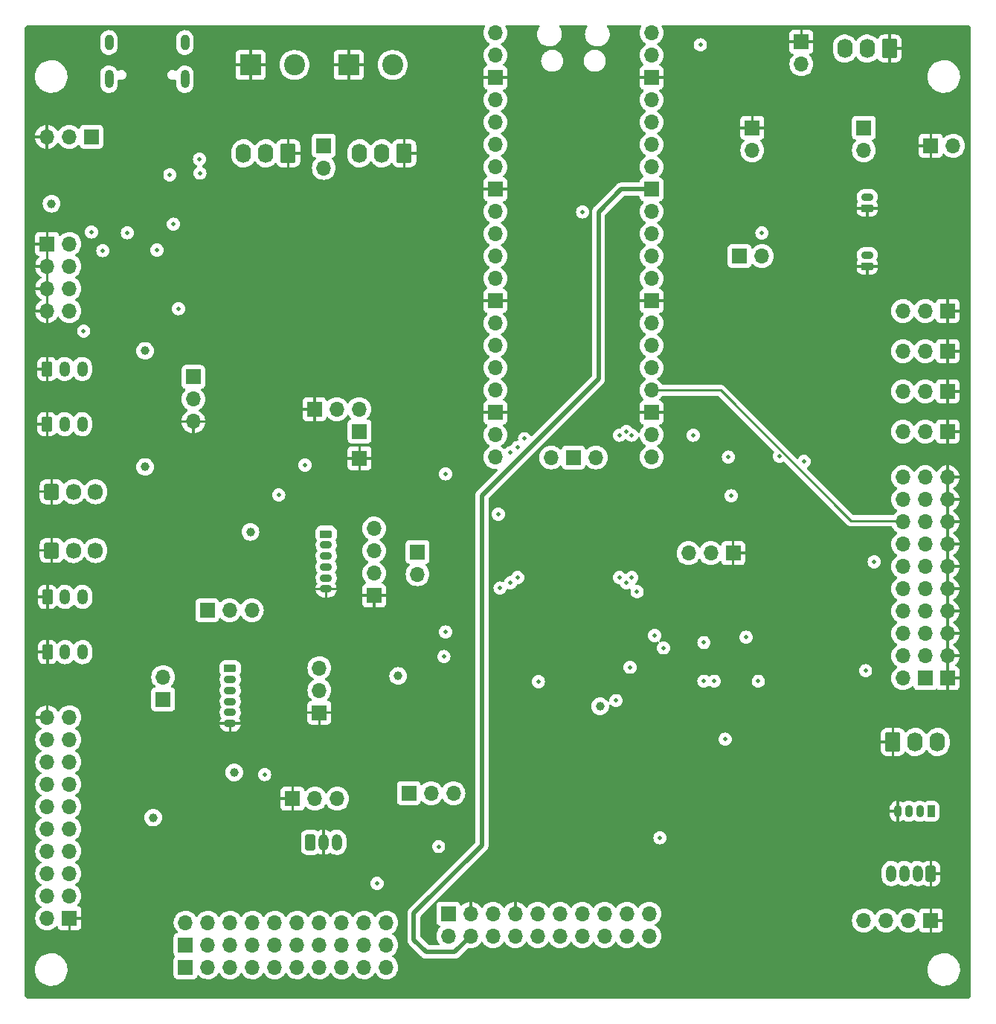
<source format=gbr>
%TF.GenerationSoftware,KiCad,Pcbnew,7.0.2*%
%TF.CreationDate,2024-12-03T13:42:33-08:00*%
%TF.ProjectId,AA_P_CtrlBd,41415f50-5f43-4747-926c-42642e6b6963,1.0*%
%TF.SameCoordinates,Original*%
%TF.FileFunction,Copper,L3,Inr*%
%TF.FilePolarity,Positive*%
%FSLAX46Y46*%
G04 Gerber Fmt 4.6, Leading zero omitted, Abs format (unit mm)*
G04 Created by KiCad (PCBNEW 7.0.2) date 2024-12-03 13:42:33*
%MOMM*%
%LPD*%
G01*
G04 APERTURE LIST*
G04 Aperture macros list*
%AMRoundRect*
0 Rectangle with rounded corners*
0 $1 Rounding radius*
0 $2 $3 $4 $5 $6 $7 $8 $9 X,Y pos of 4 corners*
0 Add a 4 corners polygon primitive as box body*
4,1,4,$2,$3,$4,$5,$6,$7,$8,$9,$2,$3,0*
0 Add four circle primitives for the rounded corners*
1,1,$1+$1,$2,$3*
1,1,$1+$1,$4,$5*
1,1,$1+$1,$6,$7*
1,1,$1+$1,$8,$9*
0 Add four rect primitives between the rounded corners*
20,1,$1+$1,$2,$3,$4,$5,0*
20,1,$1+$1,$4,$5,$6,$7,0*
20,1,$1+$1,$6,$7,$8,$9,0*
20,1,$1+$1,$8,$9,$2,$3,0*%
G04 Aperture macros list end*
%TA.AperFunction,ComponentPad*%
%ADD10R,1.700000X1.700000*%
%TD*%
%TA.AperFunction,ComponentPad*%
%ADD11O,1.700000X1.700000*%
%TD*%
%TA.AperFunction,ComponentPad*%
%ADD12RoundRect,0.250000X-0.620000X-0.845000X0.620000X-0.845000X0.620000X0.845000X-0.620000X0.845000X0*%
%TD*%
%TA.AperFunction,ComponentPad*%
%ADD13O,1.740000X2.190000*%
%TD*%
%TA.AperFunction,ComponentPad*%
%ADD14RoundRect,0.225000X0.475000X-0.225000X0.475000X0.225000X-0.475000X0.225000X-0.475000X-0.225000X0*%
%TD*%
%TA.AperFunction,ComponentPad*%
%ADD15O,1.400000X0.900000*%
%TD*%
%TA.AperFunction,ComponentPad*%
%ADD16RoundRect,0.225000X0.225000X0.475000X-0.225000X0.475000X-0.225000X-0.475000X0.225000X-0.475000X0*%
%TD*%
%TA.AperFunction,ComponentPad*%
%ADD17O,0.900000X1.400000*%
%TD*%
%TA.AperFunction,ComponentPad*%
%ADD18RoundRect,0.250000X0.335000X0.685000X-0.335000X0.685000X-0.335000X-0.685000X0.335000X-0.685000X0*%
%TD*%
%TA.AperFunction,ComponentPad*%
%ADD19O,1.170000X1.870000*%
%TD*%
%TA.AperFunction,ComponentPad*%
%ADD20RoundRect,0.250000X0.620000X0.845000X-0.620000X0.845000X-0.620000X-0.845000X0.620000X-0.845000X0*%
%TD*%
%TA.AperFunction,ComponentPad*%
%ADD21RoundRect,0.225000X-0.475000X0.225000X-0.475000X-0.225000X0.475000X-0.225000X0.475000X0.225000X0*%
%TD*%
%TA.AperFunction,ComponentPad*%
%ADD22O,1.000000X1.800000*%
%TD*%
%TA.AperFunction,ComponentPad*%
%ADD23O,1.000000X2.100000*%
%TD*%
%TA.AperFunction,ComponentPad*%
%ADD24RoundRect,0.250000X-0.335000X-0.685000X0.335000X-0.685000X0.335000X0.685000X-0.335000X0.685000X0*%
%TD*%
%TA.AperFunction,ComponentPad*%
%ADD25R,2.400000X2.400000*%
%TD*%
%TA.AperFunction,ComponentPad*%
%ADD26C,2.400000*%
%TD*%
%TA.AperFunction,ComponentPad*%
%ADD27RoundRect,0.250000X-0.350000X-0.625000X0.350000X-0.625000X0.350000X0.625000X-0.350000X0.625000X0*%
%TD*%
%TA.AperFunction,ComponentPad*%
%ADD28O,1.200000X1.750000*%
%TD*%
%TA.AperFunction,ComponentPad*%
%ADD29O,1.700000X1.850000*%
%TD*%
%TA.AperFunction,ComponentPad*%
%ADD30RoundRect,0.250000X-0.600000X-0.675000X0.600000X-0.675000X0.600000X0.675000X-0.600000X0.675000X0*%
%TD*%
%TA.AperFunction,ViaPad*%
%ADD31C,0.500000*%
%TD*%
%TA.AperFunction,ViaPad*%
%ADD32C,1.000000*%
%TD*%
%TA.AperFunction,Conductor*%
%ADD33C,0.500000*%
%TD*%
%TA.AperFunction,Conductor*%
%ADD34C,0.250000*%
%TD*%
G04 APERTURE END LIST*
D10*
%TO.N,N/C*%
%TO.C,SPARE1*%
X108503000Y-142240000D03*
D11*
X111043000Y-142240000D03*
X113583000Y-142240000D03*
X116123000Y-142240000D03*
X118663000Y-142240000D03*
X121203000Y-142240000D03*
X123743000Y-142240000D03*
X126283000Y-142240000D03*
X128823000Y-142240000D03*
X131363000Y-142240000D03*
%TD*%
D10*
%TO.N,N/C*%
%TO.C,SPARE2*%
X108503000Y-139700000D03*
D11*
X108503000Y-137160000D03*
X111043000Y-139700000D03*
X111043000Y-137160000D03*
X113583000Y-139700000D03*
X113583000Y-137160000D03*
X116123000Y-139700000D03*
X116123000Y-137160000D03*
X118663000Y-139700000D03*
X118663000Y-137160000D03*
X121203000Y-139700000D03*
X121203000Y-137160000D03*
X123743000Y-139700000D03*
X123743000Y-137160000D03*
X126283000Y-139700000D03*
X126283000Y-137160000D03*
X128823000Y-139700000D03*
X128823000Y-137160000D03*
X131363000Y-139700000D03*
X131363000Y-137160000D03*
%TD*%
D12*
%TO.N,GND*%
%TO.C,J38*%
X189016000Y-116606000D03*
D13*
%TO.N,VS-BA*%
X191556000Y-116606000D03*
%TO.N,/SBC_RP*%
X194096000Y-116606000D03*
%TD*%
D10*
%TO.N,GND*%
%TO.C,J37*%
X195239000Y-109347000D03*
D11*
X195239000Y-106807000D03*
X195239000Y-104267000D03*
X195239000Y-101727000D03*
X195239000Y-99187000D03*
X195239000Y-96647000D03*
X195239000Y-94107000D03*
X195239000Y-91567000D03*
X195239000Y-89027000D03*
X195239000Y-86487000D03*
%TD*%
D14*
%TO.N,GND*%
%TO.C,J36*%
X186095000Y-55880000D03*
D15*
%TO.N,Net-(J36-Pin_2)*%
X186095000Y-54630000D03*
%TD*%
D14*
%TO.N,GND*%
%TO.C,J35*%
X186095000Y-62484000D03*
D15*
%TO.N,Net-(J35-Pin_2)*%
X186095000Y-61234000D03*
%TD*%
D10*
%TO.N,/SBC_RP*%
%TO.C,J34*%
X192699000Y-109347000D03*
D11*
%TO.N,/GP10_SPI1_CK*%
X190159000Y-109347000D03*
%TO.N,/SBC_RP*%
X192699000Y-106807000D03*
%TO.N,/GP11_SPI1_MO*%
X190159000Y-106807000D03*
%TO.N,/SBC_RP*%
X192699000Y-104267000D03*
%TO.N,/GP12_SPI1_MI*%
X190159000Y-104267000D03*
%TO.N,/SBC_RP*%
X192699000Y-101727000D03*
%TO.N,/GP14_RE_A*%
X190159000Y-101727000D03*
%TO.N,/SBC_RP*%
X192699000Y-99187000D03*
%TO.N,/GP15_RE_B*%
X190159000Y-99187000D03*
%TO.N,/SBC_RP*%
X192699000Y-96647000D03*
%TO.N,/GP16_DE_MISO*%
X190159000Y-96647000D03*
%TO.N,/SBC_RP*%
X192699000Y-94107000D03*
%TO.N,/GP17_D_D{slash}C-*%
X190159000Y-94107000D03*
%TO.N,/SBC_RP*%
X192699000Y-91567000D03*
%TO.N,/GP18_DE_SCK*%
X190159000Y-91567000D03*
%TO.N,/SBC_RP*%
X192699000Y-89027000D03*
%TO.N,/GP19_DE_MOSI*%
X190159000Y-89027000D03*
%TO.N,/SBC_RP*%
X192699000Y-86487000D03*
%TO.N,/GP28A2_SWMX*%
X190159000Y-86487000D03*
%TD*%
D10*
%TO.N,GND*%
%TO.C,J33*%
X195239000Y-67564000D03*
D11*
%TO.N,+3.3V*%
X192699000Y-67564000D03*
%TO.N,Net-(J33-Pin_3)*%
X190159000Y-67564000D03*
%TD*%
D10*
%TO.N,GND*%
%TO.C,J32*%
X195239000Y-72136000D03*
D11*
%TO.N,+3.3V*%
X192699000Y-72136000D03*
%TO.N,Net-(J32-Pin_3)*%
X190159000Y-72136000D03*
%TD*%
D10*
%TO.N,/GP14_RE_A*%
%TO.C,J29*%
X138419200Y-136144000D03*
D11*
%TO.N,+3.3V*%
X138419200Y-138684000D03*
%TO.N,GND*%
X140959200Y-136144000D03*
%TO.N,GNDA*%
X140959200Y-138684000D03*
%TO.N,/GP15_RE_B*%
X143499200Y-136144000D03*
%TO.N,/DISP_CS-*%
X143499200Y-138684000D03*
%TO.N,GND*%
X146039200Y-136144000D03*
%TO.N,/RESET-*%
X146039200Y-138684000D03*
%TO.N,/GP28A2_SWMX*%
X148579200Y-136144000D03*
%TO.N,/GP17_D_D{slash}C-*%
X148579200Y-138684000D03*
%TO.N,+3.3VA*%
X151119200Y-136144000D03*
%TO.N,/GP19_DE_MOSI*%
X151119200Y-138684000D03*
%TO.N,/TCH_IRQ-*%
X153659200Y-136144000D03*
%TO.N,/GP18_DE_SCK*%
X153659200Y-138684000D03*
%TO.N,/GP12_SPI1_MI*%
X156199200Y-136144000D03*
%TO.N,/AGP6_DISPBL*%
X156199200Y-138684000D03*
%TO.N,/GP11_SPI1_MO*%
X158739200Y-136144000D03*
%TO.N,/GP16_DE_MISO*%
X158739200Y-138684000D03*
%TO.N,/TCH_CS-*%
X161279200Y-136144000D03*
%TO.N,/GP10_SPI1_CK*%
X161279200Y-138684000D03*
%TD*%
D16*
%TO.N,VSYS*%
%TO.C,J28*%
X193348173Y-124502976D03*
D17*
%TO.N,/I2C0_SCL*%
X192098173Y-124502976D03*
%TO.N,/I2C0_SDA*%
X190848173Y-124502976D03*
%TO.N,GND*%
X189598173Y-124502976D03*
%TD*%
D18*
%TO.N,GND*%
%TO.C,J27*%
X193334000Y-131572000D03*
D19*
%TO.N,+3.3V*%
X191834000Y-131572000D03*
%TO.N,/I2C0_SCL*%
X190334000Y-131572000D03*
%TO.N,/I2C0_SDA*%
X188834000Y-131572000D03*
%TD*%
D10*
%TO.N,GND*%
%TO.C,J26*%
X193334000Y-136906000D03*
D11*
%TO.N,+3.3V*%
X190794000Y-136906000D03*
%TO.N,/I2C0_SCL*%
X188254000Y-136906000D03*
%TO.N,/I2C0_SDA*%
X185714000Y-136906000D03*
%TD*%
D20*
%TO.N,GND*%
%TO.C,J25*%
X188635000Y-37719000D03*
D13*
%TO.N,VSYS*%
X186095000Y-37719000D03*
%TO.N,/GP27A1_NEOPXL*%
X183555000Y-37719000D03*
%TD*%
D10*
%TO.N,GNDA*%
%TO.C,J24*%
X185714000Y-46736000D03*
D11*
%TO.N,+3.3VA*%
X185714000Y-49276000D03*
%TD*%
D10*
%TO.N,GND*%
%TO.C,J23*%
X173014000Y-46736000D03*
D11*
%TO.N,+3.3V*%
X173014000Y-49276000D03*
%TD*%
D10*
%TO.N,GND*%
%TO.C,J22*%
X123738000Y-113269000D03*
D11*
%TO.N,/UART0_RX*%
X123738000Y-110729000D03*
%TO.N,/UART0_TX*%
X123738000Y-108189000D03*
%TD*%
D21*
%TO.N,Net-(J21-Pin_1)*%
%TO.C,J21*%
X113586000Y-108254000D03*
D15*
%TO.N,/UART0_TX*%
X113586000Y-109504000D03*
%TO.N,/UART0_RX*%
X113586000Y-110754000D03*
%TO.N,unconnected-(J21-Pin_4-Pad4)*%
X113586000Y-112004000D03*
%TO.N,unconnected-(J21-Pin_5-Pad5)*%
X113586000Y-113254000D03*
%TO.N,GND*%
X113586000Y-114504000D03*
%TD*%
D10*
%TO.N,GND*%
%TO.C,J20*%
X178602000Y-36957000D03*
D11*
%TO.N,VSYS*%
X178602000Y-39497000D03*
%TD*%
D22*
%TO.N,Net-(J19-SHIELD-PadSH1)*%
%TO.C,J19*%
X108433156Y-37027242D03*
X99793156Y-37027242D03*
D23*
X108433156Y-41207242D03*
X99793156Y-41207242D03*
%TD*%
D10*
%TO.N,GND*%
%TO.C,J18*%
X128310000Y-84328000D03*
%TD*%
%TO.N,+3.3V*%
%TO.C,J17*%
X128310000Y-81280000D03*
%TD*%
D21*
%TO.N,+3.3V*%
%TO.C,J16*%
X124507909Y-92950805D03*
D15*
%TO.N,Net-(J1-Pin_3)*%
X124507909Y-94200805D03*
%TO.N,/UART1_RX*%
X124507909Y-95450805D03*
%TO.N,unconnected-(J16-Pin_4-Pad4)*%
X124507909Y-96700805D03*
%TO.N,unconnected-(J16-Pin_5-Pad5)*%
X124507909Y-97950805D03*
%TO.N,GND*%
X124507909Y-99200805D03*
%TD*%
D11*
%TO.N,/CTS-*%
%TO.C,J15*%
X95285000Y-67564000D03*
%TO.N,GND*%
X92745000Y-67564000D03*
%TO.N,/DCD-*%
X95285000Y-65024000D03*
%TO.N,GND*%
X92745000Y-65024000D03*
%TO.N,/DSR-*%
X95285000Y-62484000D03*
%TO.N,GND*%
X92745000Y-62484000D03*
%TO.N,/RI-*%
X95285000Y-59944000D03*
D10*
%TO.N,GND*%
X92745000Y-59944000D03*
%TD*%
%TO.N,GND*%
%TO.C,J14*%
X129961000Y-99949000D03*
D11*
%TO.N,/UART1_RX*%
X129961000Y-97409000D03*
%TO.N,Net-(J1-Pin_3)*%
X129961000Y-94869000D03*
%TO.N,+3.3V*%
X129961000Y-92329000D03*
%TD*%
D24*
%TO.N,/RxPWR*%
%TO.C,J13*%
X122722000Y-128016000D03*
D19*
%TO.N,GND*%
X124222000Y-128016000D03*
%TO.N,/RCVR_RX*%
X125722000Y-128016000D03*
%TD*%
D10*
%TO.N,GND*%
%TO.C,J12*%
X95290000Y-136652000D03*
D11*
%TO.N,+3.3V*%
X92750000Y-136652000D03*
%TO.N,/S0-*%
X95290000Y-134112000D03*
%TO.N,/SENS_RD-*%
X92750000Y-134112000D03*
%TO.N,/S1-*%
X95290000Y-131572000D03*
%TO.N,/SENS_RD-*%
X92750000Y-131572000D03*
%TO.N,/S2-*%
X95290000Y-129032000D03*
%TO.N,/SENS_RD-*%
X92750000Y-129032000D03*
%TO.N,/S3-*%
X95290000Y-126492000D03*
%TO.N,/SENS_RD-*%
X92750000Y-126492000D03*
%TO.N,/S4-*%
X95290000Y-123952000D03*
%TO.N,/SENS_RD-*%
X92750000Y-123952000D03*
%TO.N,/S5-*%
X95290000Y-121412000D03*
%TO.N,/SENS_RD-*%
X92750000Y-121412000D03*
%TO.N,/S6-*%
X95290000Y-118872000D03*
%TO.N,/SENS_RD-*%
X92750000Y-118872000D03*
%TO.N,/S7-*%
X95290000Y-116332000D03*
%TO.N,/SENS_RD-*%
X92750000Y-116332000D03*
%TO.N,+3.3V*%
X95290000Y-113792000D03*
%TO.N,GND*%
X92750000Y-113792000D03*
%TD*%
D20*
%TO.N,GND*%
%TO.C,J11*%
X133390000Y-49637000D03*
D13*
%TO.N,VS-BB*%
X130850000Y-49637000D03*
%TO.N,/SBB_RP*%
X128310000Y-49637000D03*
%TD*%
D20*
%TO.N,GND*%
%TO.C,J10*%
X120182000Y-49637000D03*
D13*
%TO.N,VS-BA*%
X117642000Y-49637000D03*
%TO.N,/SBA_RP*%
X115102000Y-49637000D03*
%TD*%
D10*
%TO.N,GND*%
%TO.C,J9*%
X120690000Y-123063000D03*
D11*
%TO.N,/RxPWR*%
X123230000Y-123063000D03*
%TO.N,/RCVR_RX*%
X125770000Y-123063000D03*
%TD*%
D25*
%TO.N,GND*%
%TO.C,J8*%
X127080000Y-39578000D03*
D26*
%TO.N,VS-BB*%
X132080000Y-39578000D03*
%TD*%
D25*
%TO.N,GND*%
%TO.C,J7*%
X115904000Y-39578000D03*
D26*
%TO.N,VS-BA*%
X120904000Y-39578000D03*
%TD*%
D27*
%TO.N,GND*%
%TO.C,J6*%
X92782000Y-106384000D03*
D28*
%TO.N,/SBB_RP*%
X94782000Y-106384000D03*
%TO.N,Net-(J1-Pin_3)*%
X96782000Y-106384000D03*
%TD*%
%TO.N,Net-(J1-Pin_3)*%
%TO.C,J5*%
X96782000Y-100100800D03*
%TO.N,/SBB_RP*%
X94782000Y-100100800D03*
D27*
%TO.N,GND*%
X92782000Y-100100800D03*
%TD*%
D29*
%TO.N,Net-(J1-Pin_3)*%
%TO.C,J3*%
X98258000Y-88134400D03*
%TO.N,/SBA_RP*%
X95758000Y-88134400D03*
D30*
%TO.N,GND*%
X93258000Y-88134400D03*
%TD*%
D28*
%TO.N,Net-(J1-Pin_3)*%
%TO.C,J2*%
X96750000Y-80451200D03*
%TO.N,/SBA_RP*%
X94750000Y-80451200D03*
D27*
%TO.N,GND*%
X92750000Y-80451200D03*
%TD*%
D10*
%TO.N,+3.3V*%
%TO.C,JP4*%
X171570709Y-61333099D03*
D11*
%TO.N,+3.3VA*%
X174110709Y-61333099D03*
%TD*%
D10*
%TO.N,Net-(J1-Pin_3)*%
%TO.C,JP2*%
X134914000Y-94991000D03*
D11*
%TO.N,/UART1_RX*%
X134914000Y-97531000D03*
%TD*%
D10*
%TO.N,GND*%
%TO.C,OP6*%
X170840000Y-95123000D03*
D11*
%TO.N,/BD_ADDR*%
X168300000Y-95123000D03*
%TO.N,Net-(OP6-B)*%
X165760000Y-95123000D03*
%TD*%
D10*
%TO.N,/DTR-*%
%TO.C,OP3*%
X109387000Y-75072000D03*
D11*
%TO.N,/RESET-*%
X109387000Y-77612000D03*
%TO.N,GND*%
X109387000Y-80152000D03*
%TD*%
D10*
%TO.N,GND*%
%TO.C,OP2*%
X123179820Y-78741539D03*
D11*
%TO.N,Net-(OP2-C)*%
X125719820Y-78741539D03*
%TO.N,/SB_TX_EN-*%
X128259820Y-78741539D03*
%TD*%
D10*
%TO.N,VS-BB*%
%TO.C,JP1*%
X124246000Y-48763000D03*
D11*
%TO.N,VS-BA*%
X124246000Y-51303000D03*
%TD*%
D10*
%TO.N,/UART0_RX*%
%TO.C,JP3*%
X105958000Y-111760000D03*
D11*
%TO.N,Net-(JP3-B)*%
X105958000Y-109220000D03*
%TD*%
D29*
%TO.N,Net-(J1-Pin_3)*%
%TO.C,J4*%
X98258000Y-94817600D03*
%TO.N,/SBA_RP*%
X95758000Y-94817600D03*
D30*
%TO.N,GND*%
X93258000Y-94817600D03*
%TD*%
D10*
%TO.N,/RTS-*%
%TO.C,OP4*%
X97815000Y-47752000D03*
D11*
%TO.N,/WAKEUP-*%
X95275000Y-47752000D03*
%TO.N,GND*%
X92735000Y-47752000D03*
%TD*%
D10*
%TO.N,+3.3V*%
%TO.C,OP1*%
X133913000Y-122428000D03*
D11*
%TO.N,/RxPWR*%
X136453000Y-122428000D03*
%TO.N,VSYS*%
X138993000Y-122428000D03*
%TD*%
D10*
%TO.N,GND*%
%TO.C,J30*%
X195239000Y-81280000D03*
D11*
%TO.N,+3.3V*%
X192699000Y-81280000D03*
%TO.N,Net-(J30-Pin_3)*%
X190159000Y-81280000D03*
%TD*%
D10*
%TO.N,GND*%
%TO.C,J31*%
X195239000Y-76708000D03*
D11*
%TO.N,+3.3V*%
X192699000Y-76708000D03*
%TO.N,Net-(J31-Pin_3)*%
X190159000Y-76708000D03*
%TD*%
%TO.N,/UART0_TX*%
%TO.C,U5*%
X143764000Y-35942000D03*
%TO.N,/UART0_RX*%
X143764000Y-38482000D03*
D10*
%TO.N,GND*%
X143764000Y-41022000D03*
D11*
%TO.N,/SB_TX_EN-*%
X143764000Y-43562000D03*
%TO.N,/WU_IRQ*%
X143764000Y-46102000D03*
%TO.N,/UART1_TX*%
X143764000Y-48642000D03*
%TO.N,/UART1_RX*%
X143764000Y-51182000D03*
D10*
%TO.N,GND*%
X143764000Y-53722000D03*
D11*
%TO.N,/I2C0_SDA*%
X143764000Y-56262000D03*
%TO.N,/I2C0_SCL*%
X143764000Y-58802000D03*
%TO.N,/CS_A0*%
X143764000Y-61342000D03*
%TO.N,/RCVR_IN*%
X143764000Y-63882000D03*
D10*
%TO.N,GND*%
X143764000Y-66422000D03*
D11*
%TO.N,/GP10_SPI1_CK*%
X143764000Y-68962000D03*
%TO.N,/GP11_SPI1_MO*%
X143764000Y-71502000D03*
%TO.N,/GP12_SPI1_MI*%
X143764000Y-74042000D03*
%TO.N,/CS_A1*%
X143764000Y-76582000D03*
D10*
%TO.N,GND*%
X143764000Y-79122000D03*
D11*
%TO.N,/GP14_RE_A*%
X143764000Y-81662000D03*
%TO.N,/GP15_RE_B*%
X143764000Y-84202000D03*
%TO.N,/GP16_DE_MISO*%
X161544000Y-84202000D03*
%TO.N,/GP17_D_D{slash}C-*%
X161544000Y-81662000D03*
D10*
%TO.N,GND*%
X161544000Y-79122000D03*
D11*
%TO.N,/GP18_DE_SCK*%
X161544000Y-76582000D03*
%TO.N,/GP19_DE_MOSI*%
X161544000Y-74042000D03*
%TO.N,/SENS_A0*%
X161544000Y-71502000D03*
%TO.N,/SENS_A1*%
X161544000Y-68962000D03*
D10*
%TO.N,GND*%
X161544000Y-66422000D03*
D11*
%TO.N,/SENS_A2*%
X161544000Y-63882000D03*
%TO.N,/RESET-*%
X161544000Y-61342000D03*
%TO.N,/SENS_RD-*%
X161544000Y-58802000D03*
%TO.N,/GP27A1_NEOPXL*%
X161544000Y-56262000D03*
D10*
%TO.N,GNDA*%
X161544000Y-53722000D03*
D11*
%TO.N,/GP28A2_SWMX*%
X161544000Y-51182000D03*
%TO.N,+3.3VA*%
X161544000Y-48642000D03*
%TO.N,+3.3V*%
X161544000Y-46102000D03*
%TO.N,unconnected-(U5-3V3_EN-Pad37)*%
X161544000Y-43562000D03*
D10*
%TO.N,GND*%
X161544000Y-41022000D03*
D11*
%TO.N,VSYS*%
X161544000Y-38482000D03*
%TO.N,/VBUS*%
X161544000Y-35942000D03*
%TO.N,unconnected-(U5-SWCLK-PadD1)*%
X150118000Y-84242000D03*
D10*
%TO.N,unconnected-(U5-GND-PadD2)*%
X152658000Y-84242000D03*
D11*
%TO.N,unconnected-(U5-SWDIO-PadD3)*%
X155198000Y-84242000D03*
%TD*%
D10*
%TO.N,+3.3V*%
%TO.C,OP5*%
X110974912Y-101610729D03*
D11*
%TO.N,Net-(J21-Pin_1)*%
X113514912Y-101610729D03*
%TO.N,VSYS*%
X116054912Y-101610729D03*
%TD*%
D10*
%TO.N,GND*%
%TO.C,JP5*%
X193329000Y-48768000D03*
D11*
%TO.N,GNDA*%
X195869000Y-48768000D03*
%TD*%
D27*
%TO.N,GND*%
%TO.C,J1*%
X92750000Y-74168000D03*
D28*
%TO.N,/SBA_RP*%
X94750000Y-74168000D03*
%TO.N,Net-(J1-Pin_3)*%
X96750000Y-74168000D03*
%TD*%
D31*
%TO.N,Net-(U3-3V3OUT)*%
X99095767Y-60710233D03*
X101894000Y-58674000D03*
%TO.N,/VBUS_IF*%
X106728000Y-52078000D03*
D32*
%TO.N,GND*%
X177502000Y-114904000D03*
X92936694Y-36063625D03*
X145302000Y-118304000D03*
X170982000Y-68834000D03*
X172502000Y-114904000D03*
X108800199Y-55857797D03*
X105131241Y-122593360D03*
D31*
%TO.N,+3.3VA*%
X174102000Y-58704000D03*
%TO.N,/VBUS_IF*%
X167102000Y-37304000D03*
D32*
%TO.N,+3.3V*%
X103902000Y-85304000D03*
X104823306Y-125204369D03*
X155702000Y-112547250D03*
X103902000Y-72104000D03*
X132702000Y-109104000D03*
X114050685Y-120077325D03*
X93258000Y-55372000D03*
D31*
%TO.N,/RESET-*%
X173702000Y-109704000D03*
X166302000Y-81704000D03*
%TO.N,/UART0_TX*%
X107702000Y-67304000D03*
%TO.N,/TCH_IRQ-*%
X130302000Y-132704000D03*
X117502000Y-120304000D03*
%TO.N,/I2C0_SCL*%
X186902000Y-96104000D03*
%TO.N,/I2C0_SDA*%
X147102000Y-82104000D03*
X159902000Y-99504000D03*
D32*
%TO.N,VSYS*%
X115902000Y-92704000D03*
D31*
%TO.N,/DTR-*%
X105254354Y-60654570D03*
%TO.N,/RTS-*%
X97790000Y-58592000D03*
%TO.N,/WAKEUP-*%
X137902000Y-106904000D03*
X122102000Y-85104000D03*
X96909480Y-69857480D03*
%TO.N,Net-(U3-USBDM)*%
X110102000Y-50304000D03*
X110127500Y-51882500D03*
%TO.N,/EX_IRQ-*%
X148659017Y-109734517D03*
X159102000Y-108104000D03*
%TO.N,/WU_IRQ*%
X138102000Y-86104000D03*
X138102000Y-104104000D03*
%TO.N,/UART1_TX*%
X119102000Y-88504000D03*
%TO.N,/CS_A0*%
X146302000Y-97904000D03*
X146302000Y-83104000D03*
%TO.N,/RCVR_IN*%
X137302000Y-128504000D03*
%TO.N,/CS_A1*%
X145502000Y-83704000D03*
X145502000Y-98504000D03*
%TO.N,/SENS_A0*%
X159302000Y-97904000D03*
X159302000Y-81704000D03*
%TO.N,/SENS_A1*%
X158702000Y-81304000D03*
X158702000Y-98504000D03*
%TO.N,/SENS_A2*%
X157902000Y-81704000D03*
X157902000Y-97904000D03*
%TO.N,/GP28A2_SWMX*%
X178902000Y-84704000D03*
X153702000Y-56304000D03*
X170609275Y-88611274D03*
%TO.N,/GP17_D_D{slash}C-*%
X162902000Y-105904000D03*
%TO.N,/GP19_DE_MOSI*%
X168702000Y-109704000D03*
X172302000Y-104704000D03*
%TO.N,/GP18_DE_SCK*%
X167502000Y-105304000D03*
X162502000Y-127504000D03*
X167502000Y-109704000D03*
%TO.N,/AGP6_DISPBL*%
X157502000Y-111904000D03*
X161902000Y-104504000D03*
%TO.N,/GP16_DE_MISO*%
X176102000Y-84104000D03*
X169926000Y-116304000D03*
X170302000Y-84202000D03*
X185902000Y-108504000D03*
%TO.N,Net-(JP3-B)*%
X107126500Y-57704000D03*
%TO.N,Net-(U7-E3)*%
X144102000Y-90704000D03*
X144302000Y-99104000D03*
%TD*%
D33*
%TO.N,GNDA*%
X134502000Y-139104000D02*
X134502000Y-136104000D01*
X142220000Y-128386000D02*
X142220000Y-88586000D01*
X135902000Y-140504000D02*
X134502000Y-139104000D01*
X158084000Y-53722000D02*
X161544000Y-53722000D01*
X155502000Y-56304000D02*
X158084000Y-53722000D01*
X140970000Y-138684000D02*
X139150000Y-140504000D01*
X134502000Y-136104000D02*
X142220000Y-128386000D01*
X139150000Y-140504000D02*
X135902000Y-140504000D01*
X142220000Y-88586000D02*
X155502000Y-75304000D01*
X155502000Y-75304000D02*
X155502000Y-56304000D01*
D34*
%TO.N,/GP18_DE_SCK*%
X161544000Y-76582000D02*
X169393173Y-76582000D01*
X184251173Y-91440000D02*
X190246000Y-91440000D01*
X169393173Y-76582000D02*
X184251173Y-91440000D01*
%TD*%
%TA.AperFunction,Conductor*%
%TO.N,GND*%
G36*
X92895000Y-67082829D02*
G01*
X92887315Y-67079320D01*
X92780763Y-67064000D01*
X92709237Y-67064000D01*
X92602685Y-67079320D01*
X92595000Y-67082829D01*
X92595000Y-65505170D01*
X92602685Y-65508680D01*
X92709237Y-65524000D01*
X92780763Y-65524000D01*
X92887315Y-65508680D01*
X92895000Y-65505170D01*
X92895000Y-67082829D01*
G37*
%TD.AperFunction*%
%TA.AperFunction,Conductor*%
G36*
X92895000Y-64542829D02*
G01*
X92887315Y-64539320D01*
X92780763Y-64524000D01*
X92709237Y-64524000D01*
X92602685Y-64539320D01*
X92595000Y-64542829D01*
X92595000Y-62965170D01*
X92602685Y-62968680D01*
X92709237Y-62984000D01*
X92780763Y-62984000D01*
X92887315Y-62968680D01*
X92895000Y-62965170D01*
X92895000Y-64542829D01*
G37*
%TD.AperFunction*%
%TA.AperFunction,Conductor*%
G36*
X92895000Y-62002829D02*
G01*
X92887315Y-61999320D01*
X92780763Y-61984000D01*
X92709237Y-61984000D01*
X92602685Y-61999320D01*
X92595000Y-62002829D01*
X92595000Y-60425170D01*
X92602685Y-60428680D01*
X92709237Y-60444000D01*
X92780763Y-60444000D01*
X92887315Y-60428680D01*
X92895000Y-60425170D01*
X92895000Y-62002829D01*
G37*
%TD.AperFunction*%
%TA.AperFunction,Conductor*%
G36*
X142567366Y-35071685D02*
G01*
X142613121Y-35124489D01*
X142623065Y-35193647D01*
X142601902Y-35247123D01*
X142589965Y-35264170D01*
X142490097Y-35478336D01*
X142428936Y-35706592D01*
X142408340Y-35942000D01*
X142428936Y-36177407D01*
X142462671Y-36303306D01*
X142490097Y-36405663D01*
X142589965Y-36619830D01*
X142725505Y-36813401D01*
X142892599Y-36980495D01*
X143078160Y-37110426D01*
X143121783Y-37165002D01*
X143128976Y-37234501D01*
X143097454Y-37296855D01*
X143078158Y-37313575D01*
X142895206Y-37441680D01*
X142892595Y-37443508D01*
X142725505Y-37610598D01*
X142589965Y-37804170D01*
X142490097Y-38018336D01*
X142428936Y-38246592D01*
X142408340Y-38482000D01*
X142428936Y-38717407D01*
X142467913Y-38862870D01*
X142490097Y-38945663D01*
X142589965Y-39159830D01*
X142725505Y-39353401D01*
X142725508Y-39353403D01*
X142725508Y-39353404D01*
X142847818Y-39475714D01*
X142881303Y-39537037D01*
X142876319Y-39606729D01*
X142834447Y-39662662D01*
X142803472Y-39679576D01*
X142671913Y-39728646D01*
X142556811Y-39814811D01*
X142470647Y-39929910D01*
X142420400Y-40064628D01*
X142414354Y-40120867D01*
X142414000Y-40127481D01*
X142414000Y-40872000D01*
X143276514Y-40872000D01*
X143254000Y-40948673D01*
X143254000Y-41095327D01*
X143276514Y-41172000D01*
X142414000Y-41172000D01*
X142414000Y-41916518D01*
X142414354Y-41923132D01*
X142420400Y-41979371D01*
X142470647Y-42114089D01*
X142556811Y-42229188D01*
X142671911Y-42315352D01*
X142803471Y-42364422D01*
X142859404Y-42406294D01*
X142883821Y-42471758D01*
X142868969Y-42540031D01*
X142847819Y-42568285D01*
X142725503Y-42690601D01*
X142589965Y-42884170D01*
X142490097Y-43098336D01*
X142428936Y-43326592D01*
X142408340Y-43561999D01*
X142428936Y-43797407D01*
X142473709Y-43964502D01*
X142490097Y-44025663D01*
X142589965Y-44239830D01*
X142725505Y-44433401D01*
X142892599Y-44600495D01*
X143078160Y-44730426D01*
X143121783Y-44785002D01*
X143128976Y-44854501D01*
X143097454Y-44916855D01*
X143078159Y-44933575D01*
X142892595Y-45063508D01*
X142725505Y-45230598D01*
X142589965Y-45424170D01*
X142490097Y-45638336D01*
X142428936Y-45866592D01*
X142408340Y-46102000D01*
X142428936Y-46337407D01*
X142473709Y-46504501D01*
X142490097Y-46565663D01*
X142589965Y-46779830D01*
X142725505Y-46973401D01*
X142892599Y-47140495D01*
X143078160Y-47270426D01*
X143121783Y-47325002D01*
X143128976Y-47394501D01*
X143097454Y-47456855D01*
X143078160Y-47473574D01*
X142894749Y-47602000D01*
X142892595Y-47603508D01*
X142725505Y-47770598D01*
X142589965Y-47964170D01*
X142490097Y-48178336D01*
X142428936Y-48406592D01*
X142408340Y-48641999D01*
X142428936Y-48877407D01*
X142455848Y-48977844D01*
X142490097Y-49105663D01*
X142589965Y-49319830D01*
X142725505Y-49513401D01*
X142892599Y-49680495D01*
X143078160Y-49810426D01*
X143121783Y-49865002D01*
X143128976Y-49934501D01*
X143097454Y-49996855D01*
X143078158Y-50013575D01*
X142913365Y-50128965D01*
X142892595Y-50143508D01*
X142725505Y-50310598D01*
X142589965Y-50504170D01*
X142490097Y-50718336D01*
X142428936Y-50946592D01*
X142408340Y-51182000D01*
X142428936Y-51417407D01*
X142447724Y-51487523D01*
X142490097Y-51645663D01*
X142589965Y-51859830D01*
X142725505Y-52053401D01*
X142725508Y-52053403D01*
X142725508Y-52053404D01*
X142847818Y-52175714D01*
X142881303Y-52237037D01*
X142876319Y-52306729D01*
X142834447Y-52362662D01*
X142803472Y-52379576D01*
X142671913Y-52428646D01*
X142556811Y-52514811D01*
X142470647Y-52629910D01*
X142420400Y-52764628D01*
X142414354Y-52820867D01*
X142414000Y-52827481D01*
X142414000Y-53572000D01*
X143276514Y-53572000D01*
X143254000Y-53648673D01*
X143254000Y-53795327D01*
X143276514Y-53872000D01*
X142414000Y-53872000D01*
X142414000Y-54616518D01*
X142414354Y-54623132D01*
X142420400Y-54679371D01*
X142470647Y-54814089D01*
X142556811Y-54929188D01*
X142671911Y-55015352D01*
X142803471Y-55064422D01*
X142859404Y-55106294D01*
X142883821Y-55171758D01*
X142868969Y-55240031D01*
X142847819Y-55268285D01*
X142725503Y-55390601D01*
X142589965Y-55584170D01*
X142490097Y-55798336D01*
X142428936Y-56026592D01*
X142408340Y-56261999D01*
X142428936Y-56497407D01*
X142464917Y-56631689D01*
X142490097Y-56725663D01*
X142589965Y-56939830D01*
X142725505Y-57133401D01*
X142892599Y-57300495D01*
X143078160Y-57430426D01*
X143121783Y-57485002D01*
X143128976Y-57554501D01*
X143097454Y-57616855D01*
X143078159Y-57633575D01*
X142892595Y-57763508D01*
X142725505Y-57930598D01*
X142589965Y-58124170D01*
X142490097Y-58338336D01*
X142428936Y-58566592D01*
X142408340Y-58802000D01*
X142428936Y-59037407D01*
X142465775Y-59174890D01*
X142490097Y-59265663D01*
X142589965Y-59479830D01*
X142725505Y-59673401D01*
X142892599Y-59840495D01*
X143078160Y-59970426D01*
X143121783Y-60025002D01*
X143128976Y-60094501D01*
X143097454Y-60156855D01*
X143078158Y-60173575D01*
X142920717Y-60283817D01*
X142892595Y-60303508D01*
X142725505Y-60470598D01*
X142589965Y-60664170D01*
X142490097Y-60878336D01*
X142428936Y-61106592D01*
X142408340Y-61341999D01*
X142428936Y-61577407D01*
X142469053Y-61727125D01*
X142490097Y-61805663D01*
X142589965Y-62019830D01*
X142725505Y-62213401D01*
X142892599Y-62380495D01*
X143078160Y-62510426D01*
X143121783Y-62565002D01*
X143128976Y-62634501D01*
X143097454Y-62696855D01*
X143078158Y-62713575D01*
X143011222Y-62760445D01*
X142892595Y-62843508D01*
X142725505Y-63010598D01*
X142589965Y-63204170D01*
X142490097Y-63418336D01*
X142428936Y-63646592D01*
X142408340Y-63882000D01*
X142428936Y-64117407D01*
X142473709Y-64284501D01*
X142490097Y-64345663D01*
X142589965Y-64559830D01*
X142725505Y-64753401D01*
X142725508Y-64753403D01*
X142725508Y-64753404D01*
X142847818Y-64875714D01*
X142881303Y-64937037D01*
X142876319Y-65006729D01*
X142834447Y-65062662D01*
X142803472Y-65079576D01*
X142671913Y-65128646D01*
X142556811Y-65214811D01*
X142470647Y-65329910D01*
X142420400Y-65464628D01*
X142414354Y-65520867D01*
X142414000Y-65527481D01*
X142414000Y-66272000D01*
X143276514Y-66272000D01*
X143254000Y-66348673D01*
X143254000Y-66495327D01*
X143276514Y-66572000D01*
X142414000Y-66572000D01*
X142414000Y-67316518D01*
X142414354Y-67323132D01*
X142420400Y-67379371D01*
X142470647Y-67514089D01*
X142556811Y-67629188D01*
X142671911Y-67715352D01*
X142803471Y-67764422D01*
X142859404Y-67806294D01*
X142883821Y-67871758D01*
X142868969Y-67940031D01*
X142847819Y-67968285D01*
X142725503Y-68090601D01*
X142589965Y-68284170D01*
X142490097Y-68498336D01*
X142428936Y-68726592D01*
X142408340Y-68961999D01*
X142428936Y-69197407D01*
X142447585Y-69267004D01*
X142490097Y-69425663D01*
X142589965Y-69639830D01*
X142725505Y-69833401D01*
X142892599Y-70000495D01*
X143078160Y-70130426D01*
X143121783Y-70185002D01*
X143128976Y-70254501D01*
X143097454Y-70316855D01*
X143078159Y-70333575D01*
X142892595Y-70463508D01*
X142725505Y-70630598D01*
X142589965Y-70824170D01*
X142490097Y-71038336D01*
X142428936Y-71266592D01*
X142408340Y-71502000D01*
X142428936Y-71737407D01*
X142447102Y-71805202D01*
X142490097Y-71965663D01*
X142589965Y-72179830D01*
X142725505Y-72373401D01*
X142892599Y-72540495D01*
X143078160Y-72670426D01*
X143121783Y-72725002D01*
X143128976Y-72794501D01*
X143097454Y-72856855D01*
X143078160Y-72873574D01*
X142983423Y-72939910D01*
X142892595Y-73003508D01*
X142725505Y-73170598D01*
X142589965Y-73364170D01*
X142490097Y-73578336D01*
X142428936Y-73806592D01*
X142408340Y-74041999D01*
X142428936Y-74277407D01*
X142473709Y-74444502D01*
X142490097Y-74505663D01*
X142589965Y-74719830D01*
X142725505Y-74913401D01*
X142892599Y-75080495D01*
X143078160Y-75210426D01*
X143121783Y-75265002D01*
X143128976Y-75334501D01*
X143097454Y-75396855D01*
X143078158Y-75413575D01*
X142893455Y-75542906D01*
X142892595Y-75543508D01*
X142725505Y-75710598D01*
X142589965Y-75904170D01*
X142490097Y-76118336D01*
X142428936Y-76346592D01*
X142408340Y-76582000D01*
X142428936Y-76817407D01*
X142439813Y-76858000D01*
X142490097Y-77045663D01*
X142589965Y-77259830D01*
X142725505Y-77453401D01*
X142725508Y-77453403D01*
X142725508Y-77453404D01*
X142847818Y-77575714D01*
X142881303Y-77637037D01*
X142876319Y-77706729D01*
X142834447Y-77762662D01*
X142803472Y-77779576D01*
X142671913Y-77828646D01*
X142556811Y-77914811D01*
X142470647Y-78029910D01*
X142420400Y-78164628D01*
X142414354Y-78220867D01*
X142414000Y-78227481D01*
X142414000Y-78972000D01*
X143276514Y-78972000D01*
X143254000Y-79048673D01*
X143254000Y-79195327D01*
X143276514Y-79272000D01*
X142414000Y-79272000D01*
X142414000Y-80016518D01*
X142414354Y-80023132D01*
X142420400Y-80079371D01*
X142470647Y-80214089D01*
X142556811Y-80329188D01*
X142671911Y-80415352D01*
X142803471Y-80464422D01*
X142859404Y-80506294D01*
X142883821Y-80571758D01*
X142868969Y-80640031D01*
X142847819Y-80668285D01*
X142725503Y-80790601D01*
X142589965Y-80984170D01*
X142490097Y-81198336D01*
X142428936Y-81426592D01*
X142408340Y-81661999D01*
X142428936Y-81897407D01*
X142455140Y-81995201D01*
X142490097Y-82125663D01*
X142589965Y-82339830D01*
X142725505Y-82533401D01*
X142892599Y-82700495D01*
X143078160Y-82830426D01*
X143121783Y-82885002D01*
X143128976Y-82954501D01*
X143097454Y-83016855D01*
X143078159Y-83033575D01*
X142892595Y-83163508D01*
X142725505Y-83330598D01*
X142589965Y-83524170D01*
X142490097Y-83738336D01*
X142428936Y-83966592D01*
X142408340Y-84202000D01*
X142428936Y-84437407D01*
X142455339Y-84535943D01*
X142490097Y-84665663D01*
X142589965Y-84879830D01*
X142725505Y-85073401D01*
X142892599Y-85240495D01*
X143086170Y-85376035D01*
X143300337Y-85475903D01*
X143528591Y-85537063D01*
X143528592Y-85537063D01*
X143763999Y-85557659D01*
X143763999Y-85557658D01*
X143764000Y-85557659D01*
X143888135Y-85546798D01*
X143956634Y-85560564D01*
X144006817Y-85609179D01*
X144022751Y-85677208D01*
X143999376Y-85743051D01*
X143986623Y-85758007D01*
X141734358Y-88010272D01*
X141720727Y-88022053D01*
X141701468Y-88036391D01*
X141669635Y-88074328D01*
X141662338Y-88082292D01*
X141660972Y-88083657D01*
X141660950Y-88083681D01*
X141658409Y-88086223D01*
X141656173Y-88089050D01*
X141656171Y-88089053D01*
X141639176Y-88110546D01*
X141636902Y-88113337D01*
X141587894Y-88171744D01*
X141577418Y-88188187D01*
X141545192Y-88257294D01*
X141543622Y-88260536D01*
X141509393Y-88328692D01*
X141502996Y-88347098D01*
X141487573Y-88421788D01*
X141486793Y-88425305D01*
X141469208Y-88499506D01*
X141467229Y-88518879D01*
X141469448Y-88595129D01*
X141469500Y-88598735D01*
X141469500Y-128023768D01*
X141449815Y-128090807D01*
X141433181Y-128111449D01*
X134016358Y-135528272D01*
X134002727Y-135540053D01*
X133983468Y-135554391D01*
X133951635Y-135592328D01*
X133944338Y-135600292D01*
X133942972Y-135601657D01*
X133942950Y-135601681D01*
X133940409Y-135604223D01*
X133938173Y-135607050D01*
X133938171Y-135607053D01*
X133921176Y-135628546D01*
X133918902Y-135631337D01*
X133869894Y-135689744D01*
X133859418Y-135706187D01*
X133827192Y-135775294D01*
X133825622Y-135778536D01*
X133791393Y-135846692D01*
X133784996Y-135865098D01*
X133769574Y-135939787D01*
X133768794Y-135943306D01*
X133751210Y-136017499D01*
X133749229Y-136036889D01*
X133751448Y-136113129D01*
X133751500Y-136116735D01*
X133751500Y-139040294D01*
X133750191Y-139058264D01*
X133746711Y-139082023D01*
X133751028Y-139131368D01*
X133751500Y-139142175D01*
X133751500Y-139147709D01*
X133751916Y-139151272D01*
X133751917Y-139151282D01*
X133755098Y-139178496D01*
X133755464Y-139182082D01*
X133762109Y-139258041D01*
X133766329Y-139277071D01*
X133766758Y-139278251D01*
X133766759Y-139278255D01*
X133792413Y-139348742D01*
X133793582Y-139352107D01*
X133817580Y-139424524D01*
X133826075Y-139442072D01*
X133867979Y-139505784D01*
X133869889Y-139508782D01*
X133898645Y-139555401D01*
X133909952Y-139573732D01*
X133922253Y-139588830D01*
X133923168Y-139589693D01*
X133923170Y-139589696D01*
X133960148Y-139624583D01*
X133977708Y-139641150D01*
X133980295Y-139643663D01*
X135326269Y-140989637D01*
X135338051Y-141003270D01*
X135352390Y-141022531D01*
X135390338Y-141054373D01*
X135398313Y-141061681D01*
X135402223Y-141065591D01*
X135426556Y-141084830D01*
X135429335Y-141087095D01*
X135487752Y-141136113D01*
X135504179Y-141146578D01*
X135573320Y-141178819D01*
X135576567Y-141180391D01*
X135644699Y-141214609D01*
X135663087Y-141221000D01*
X135664323Y-141221255D01*
X135664327Y-141221257D01*
X135737895Y-141236447D01*
X135741242Y-141237189D01*
X135814279Y-141254500D01*
X135814281Y-141254500D01*
X135815509Y-141254791D01*
X135834878Y-141256770D01*
X135836140Y-141256733D01*
X135836144Y-141256734D01*
X135908533Y-141254627D01*
X135911131Y-141254552D01*
X135914737Y-141254500D01*
X139086294Y-141254500D01*
X139104264Y-141255809D01*
X139108320Y-141256402D01*
X139128023Y-141259289D01*
X139177368Y-141254972D01*
X139188176Y-141254500D01*
X139190100Y-141254500D01*
X139193709Y-141254500D01*
X139224550Y-141250894D01*
X139228031Y-141250539D01*
X139302797Y-141243999D01*
X139302797Y-141243998D01*
X139304052Y-141243889D01*
X139323062Y-141239674D01*
X139324250Y-141239241D01*
X139324255Y-141239241D01*
X139394820Y-141213557D01*
X139398095Y-141212419D01*
X139469334Y-141188814D01*
X139469336Y-141188812D01*
X139470536Y-141188415D01*
X139488063Y-141179929D01*
X139489112Y-141179238D01*
X139489117Y-141179237D01*
X139551806Y-141138005D01*
X139554798Y-141136099D01*
X139618656Y-141096712D01*
X139618656Y-141096711D01*
X139619729Y-141096050D01*
X139634824Y-141083753D01*
X139635692Y-141082832D01*
X139635696Y-141082830D01*
X139687185Y-141028253D01*
X139689631Y-141025735D01*
X140657630Y-140057736D01*
X140718951Y-140024253D01*
X140756116Y-140021891D01*
X140959200Y-140039659D01*
X141194608Y-140019063D01*
X141422863Y-139957903D01*
X141637030Y-139858035D01*
X141830601Y-139722495D01*
X141997695Y-139555401D01*
X142127626Y-139369839D01*
X142182202Y-139326216D01*
X142251700Y-139319022D01*
X142314055Y-139350545D01*
X142330771Y-139369837D01*
X142460705Y-139555401D01*
X142627799Y-139722495D01*
X142821370Y-139858035D01*
X143035537Y-139957903D01*
X143263792Y-140019063D01*
X143499200Y-140039659D01*
X143734608Y-140019063D01*
X143962863Y-139957903D01*
X144177030Y-139858035D01*
X144370601Y-139722495D01*
X144537695Y-139555401D01*
X144667626Y-139369839D01*
X144722202Y-139326216D01*
X144791700Y-139319022D01*
X144854055Y-139350545D01*
X144870771Y-139369837D01*
X145000705Y-139555401D01*
X145167799Y-139722495D01*
X145361370Y-139858035D01*
X145575537Y-139957903D01*
X145803792Y-140019063D01*
X146039199Y-140039659D01*
X146039199Y-140039658D01*
X146039200Y-140039659D01*
X146274608Y-140019063D01*
X146502863Y-139957903D01*
X146717030Y-139858035D01*
X146910601Y-139722495D01*
X147077695Y-139555401D01*
X147207626Y-139369839D01*
X147262202Y-139326216D01*
X147331700Y-139319022D01*
X147394055Y-139350545D01*
X147410771Y-139369837D01*
X147540705Y-139555401D01*
X147707799Y-139722495D01*
X147901370Y-139858035D01*
X148115537Y-139957903D01*
X148343792Y-140019063D01*
X148579200Y-140039659D01*
X148814608Y-140019063D01*
X149042863Y-139957903D01*
X149257030Y-139858035D01*
X149450601Y-139722495D01*
X149617695Y-139555401D01*
X149747626Y-139369839D01*
X149802202Y-139326216D01*
X149871700Y-139319022D01*
X149934055Y-139350545D01*
X149950771Y-139369837D01*
X150080705Y-139555401D01*
X150247799Y-139722495D01*
X150441370Y-139858035D01*
X150655537Y-139957903D01*
X150883791Y-140019063D01*
X150883792Y-140019063D01*
X151119199Y-140039659D01*
X151119199Y-140039658D01*
X151119200Y-140039659D01*
X151354608Y-140019063D01*
X151582863Y-139957903D01*
X151797030Y-139858035D01*
X151990601Y-139722495D01*
X152157695Y-139555401D01*
X152287626Y-139369839D01*
X152342202Y-139326217D01*
X152411701Y-139319024D01*
X152474055Y-139350546D01*
X152490771Y-139369837D01*
X152620705Y-139555401D01*
X152787799Y-139722495D01*
X152981370Y-139858035D01*
X153195537Y-139957903D01*
X153423792Y-140019063D01*
X153659200Y-140039659D01*
X153894608Y-140019063D01*
X154122863Y-139957903D01*
X154337030Y-139858035D01*
X154530601Y-139722495D01*
X154697695Y-139555401D01*
X154827626Y-139369839D01*
X154882202Y-139326216D01*
X154951700Y-139319022D01*
X155014055Y-139350545D01*
X155030771Y-139369837D01*
X155160705Y-139555401D01*
X155327799Y-139722495D01*
X155521370Y-139858035D01*
X155735537Y-139957903D01*
X155963792Y-140019063D01*
X156199200Y-140039659D01*
X156434608Y-140019063D01*
X156662863Y-139957903D01*
X156877030Y-139858035D01*
X157070601Y-139722495D01*
X157237695Y-139555401D01*
X157367626Y-139369839D01*
X157422202Y-139326216D01*
X157491700Y-139319022D01*
X157554055Y-139350545D01*
X157570771Y-139369837D01*
X157700705Y-139555401D01*
X157867799Y-139722495D01*
X158061370Y-139858035D01*
X158275537Y-139957903D01*
X158503792Y-140019063D01*
X158739199Y-140039659D01*
X158739199Y-140039658D01*
X158739200Y-140039659D01*
X158974608Y-140019063D01*
X159202863Y-139957903D01*
X159417030Y-139858035D01*
X159610601Y-139722495D01*
X159777695Y-139555401D01*
X159907626Y-139369839D01*
X159962202Y-139326216D01*
X160031700Y-139319022D01*
X160094055Y-139350545D01*
X160110771Y-139369837D01*
X160240705Y-139555401D01*
X160407799Y-139722495D01*
X160601370Y-139858035D01*
X160815537Y-139957903D01*
X161043792Y-140019063D01*
X161279200Y-140039659D01*
X161514608Y-140019063D01*
X161742863Y-139957903D01*
X161957030Y-139858035D01*
X162150601Y-139722495D01*
X162317695Y-139555401D01*
X162453235Y-139361830D01*
X162553103Y-139147663D01*
X162614263Y-138919408D01*
X162634859Y-138684000D01*
X162614263Y-138448592D01*
X162553103Y-138220337D01*
X162453235Y-138006171D01*
X162317695Y-137812599D01*
X162150601Y-137645505D01*
X161965039Y-137515573D01*
X161921416Y-137460998D01*
X161914222Y-137391500D01*
X161945745Y-137329145D01*
X161965037Y-137312428D01*
X162150601Y-137182495D01*
X162317695Y-137015401D01*
X162394298Y-136906000D01*
X184358340Y-136906000D01*
X184378936Y-137141407D01*
X184389946Y-137182495D01*
X184440097Y-137369663D01*
X184539965Y-137583830D01*
X184675505Y-137777401D01*
X184842599Y-137944495D01*
X185036170Y-138080035D01*
X185250337Y-138179903D01*
X185478592Y-138241063D01*
X185714000Y-138261659D01*
X185949408Y-138241063D01*
X186177663Y-138179903D01*
X186391830Y-138080035D01*
X186585401Y-137944495D01*
X186752495Y-137777401D01*
X186882426Y-137591839D01*
X186937002Y-137548216D01*
X187006500Y-137541022D01*
X187068855Y-137572545D01*
X187085571Y-137591837D01*
X187215505Y-137777401D01*
X187382599Y-137944495D01*
X187576170Y-138080035D01*
X187790337Y-138179903D01*
X188018592Y-138241063D01*
X188254000Y-138261659D01*
X188489408Y-138241063D01*
X188717663Y-138179903D01*
X188931830Y-138080035D01*
X189125401Y-137944495D01*
X189292495Y-137777401D01*
X189422426Y-137591839D01*
X189477002Y-137548216D01*
X189546500Y-137541022D01*
X189608855Y-137572545D01*
X189625571Y-137591837D01*
X189755505Y-137777401D01*
X189922599Y-137944495D01*
X190116170Y-138080035D01*
X190330337Y-138179903D01*
X190558592Y-138241063D01*
X190794000Y-138261659D01*
X191029408Y-138241063D01*
X191257663Y-138179903D01*
X191471830Y-138080035D01*
X191665401Y-137944495D01*
X191787717Y-137822178D01*
X191849036Y-137788696D01*
X191918728Y-137793680D01*
X191974662Y-137835551D01*
X191991577Y-137866528D01*
X192040647Y-137998088D01*
X192126811Y-138113188D01*
X192241910Y-138199352D01*
X192376628Y-138249599D01*
X192432867Y-138255645D01*
X192439482Y-138256000D01*
X193184000Y-138256000D01*
X193184000Y-137387170D01*
X193191685Y-137390680D01*
X193298237Y-137406000D01*
X193369763Y-137406000D01*
X193476315Y-137390680D01*
X193484000Y-137387170D01*
X193484000Y-138256000D01*
X194228518Y-138256000D01*
X194235132Y-138255645D01*
X194291371Y-138249599D01*
X194426089Y-138199352D01*
X194541188Y-138113188D01*
X194627352Y-137998089D01*
X194677599Y-137863371D01*
X194683645Y-137807132D01*
X194684000Y-137800518D01*
X194684000Y-137056000D01*
X193811065Y-137056000D01*
X193834000Y-136977889D01*
X193834000Y-136834111D01*
X193811065Y-136756000D01*
X194684000Y-136756000D01*
X194684000Y-136011481D01*
X194683645Y-136004867D01*
X194677599Y-135948628D01*
X194627352Y-135813910D01*
X194541188Y-135698811D01*
X194426089Y-135612647D01*
X194291371Y-135562400D01*
X194235132Y-135556354D01*
X194228518Y-135556000D01*
X193484000Y-135556000D01*
X193484000Y-136424829D01*
X193476315Y-136421320D01*
X193369763Y-136406000D01*
X193298237Y-136406000D01*
X193191685Y-136421320D01*
X193184000Y-136424829D01*
X193184000Y-135556000D01*
X192439482Y-135556000D01*
X192432867Y-135556354D01*
X192376628Y-135562400D01*
X192241910Y-135612647D01*
X192126811Y-135698811D01*
X192040646Y-135813913D01*
X191991576Y-135945472D01*
X191949705Y-136001405D01*
X191884240Y-136025821D01*
X191815967Y-136010969D01*
X191787714Y-135989818D01*
X191665404Y-135867508D01*
X191665403Y-135867507D01*
X191665401Y-135867505D01*
X191471830Y-135731965D01*
X191257663Y-135632097D01*
X191185074Y-135612647D01*
X191029407Y-135570936D01*
X190794000Y-135550340D01*
X190558592Y-135570936D01*
X190330336Y-135632097D01*
X190116170Y-135731965D01*
X189922598Y-135867505D01*
X189755505Y-136034598D01*
X189625575Y-136220159D01*
X189570998Y-136263784D01*
X189501500Y-136270978D01*
X189439145Y-136239455D01*
X189422425Y-136220159D01*
X189292494Y-136034598D01*
X189125404Y-135867508D01*
X189125404Y-135867507D01*
X189125401Y-135867505D01*
X188931830Y-135731965D01*
X188717663Y-135632097D01*
X188645074Y-135612647D01*
X188489407Y-135570936D01*
X188253999Y-135550340D01*
X188018592Y-135570936D01*
X187790336Y-135632097D01*
X187576170Y-135731965D01*
X187382598Y-135867505D01*
X187215505Y-136034598D01*
X187085575Y-136220159D01*
X187030998Y-136263784D01*
X186961500Y-136270978D01*
X186899145Y-136239455D01*
X186882425Y-136220159D01*
X186752494Y-136034598D01*
X186585404Y-135867508D01*
X186585401Y-135867505D01*
X186391830Y-135731965D01*
X186177663Y-135632097D01*
X186105074Y-135612647D01*
X185949407Y-135570936D01*
X185714000Y-135550340D01*
X185478592Y-135570936D01*
X185250336Y-135632097D01*
X185036170Y-135731965D01*
X184842598Y-135867505D01*
X184675505Y-136034598D01*
X184539965Y-136228170D01*
X184440097Y-136442336D01*
X184378936Y-136670592D01*
X184358340Y-136906000D01*
X162394298Y-136906000D01*
X162453235Y-136821830D01*
X162553103Y-136607663D01*
X162614263Y-136379408D01*
X162634859Y-136144000D01*
X162614263Y-135908592D01*
X162553103Y-135680337D01*
X162453235Y-135466171D01*
X162317695Y-135272599D01*
X162150601Y-135105505D01*
X161957030Y-134969965D01*
X161742863Y-134870097D01*
X161681701Y-134853709D01*
X161514607Y-134808936D01*
X161279200Y-134788340D01*
X161043792Y-134808936D01*
X160815536Y-134870097D01*
X160601370Y-134969965D01*
X160407798Y-135105505D01*
X160240708Y-135272595D01*
X160110774Y-135458160D01*
X160056197Y-135501785D01*
X159986698Y-135508977D01*
X159924344Y-135477455D01*
X159907629Y-135458164D01*
X159777695Y-135272599D01*
X159610601Y-135105505D01*
X159417030Y-134969965D01*
X159202863Y-134870097D01*
X159141702Y-134853709D01*
X158974607Y-134808936D01*
X158739200Y-134788340D01*
X158503792Y-134808936D01*
X158275536Y-134870097D01*
X158061370Y-134969965D01*
X157867798Y-135105505D01*
X157700705Y-135272598D01*
X157570775Y-135458159D01*
X157516198Y-135501784D01*
X157446700Y-135508978D01*
X157384345Y-135477455D01*
X157367625Y-135458159D01*
X157297946Y-135358647D01*
X157237695Y-135272599D01*
X157070601Y-135105505D01*
X156877030Y-134969965D01*
X156662863Y-134870097D01*
X156601701Y-134853709D01*
X156434607Y-134808936D01*
X156199199Y-134788340D01*
X155963792Y-134808936D01*
X155735536Y-134870097D01*
X155521370Y-134969965D01*
X155327798Y-135105505D01*
X155160705Y-135272598D01*
X155030775Y-135458159D01*
X154976198Y-135501784D01*
X154906700Y-135508978D01*
X154844345Y-135477455D01*
X154827625Y-135458159D01*
X154757946Y-135358647D01*
X154697695Y-135272599D01*
X154530601Y-135105505D01*
X154337030Y-134969965D01*
X154122863Y-134870097D01*
X154061701Y-134853709D01*
X153894607Y-134808936D01*
X153659200Y-134788340D01*
X153423792Y-134808936D01*
X153195536Y-134870097D01*
X152981370Y-134969965D01*
X152787798Y-135105505D01*
X152620705Y-135272598D01*
X152490775Y-135458159D01*
X152436198Y-135501784D01*
X152366700Y-135508978D01*
X152304345Y-135477455D01*
X152287625Y-135458159D01*
X152217946Y-135358647D01*
X152157695Y-135272599D01*
X151990601Y-135105505D01*
X151797030Y-134969965D01*
X151582863Y-134870097D01*
X151521701Y-134853709D01*
X151354607Y-134808936D01*
X151119199Y-134788340D01*
X150883792Y-134808936D01*
X150655536Y-134870097D01*
X150441370Y-134969965D01*
X150247798Y-135105505D01*
X150080708Y-135272595D01*
X149950774Y-135458160D01*
X149896197Y-135501785D01*
X149826698Y-135508977D01*
X149764344Y-135477455D01*
X149747629Y-135458164D01*
X149617695Y-135272599D01*
X149450601Y-135105505D01*
X149257030Y-134969965D01*
X149042863Y-134870097D01*
X148981702Y-134853709D01*
X148814607Y-134808936D01*
X148579199Y-134788340D01*
X148343792Y-134808936D01*
X148115536Y-134870097D01*
X147901370Y-134969965D01*
X147707798Y-135105505D01*
X147540708Y-135272595D01*
X147540707Y-135272597D01*
X147540705Y-135272599D01*
X147480454Y-135358647D01*
X147410469Y-135458596D01*
X147355892Y-135502220D01*
X147286393Y-135509413D01*
X147224039Y-135477891D01*
X147207319Y-135458595D01*
X147077309Y-135272921D01*
X146910281Y-135105893D01*
X146716776Y-134970399D01*
X146502692Y-134870569D01*
X146274518Y-134809430D01*
X146189200Y-134801965D01*
X146189200Y-135662829D01*
X146181515Y-135659320D01*
X146074963Y-135644000D01*
X146003437Y-135644000D01*
X145896885Y-135659320D01*
X145889200Y-135662829D01*
X145889200Y-134801965D01*
X145803881Y-134809430D01*
X145575707Y-134870569D01*
X145361621Y-134970400D01*
X145168121Y-135105890D01*
X145001093Y-135272918D01*
X144871080Y-135458596D01*
X144816503Y-135502220D01*
X144747004Y-135509413D01*
X144684650Y-135477891D01*
X144667930Y-135458595D01*
X144537695Y-135272599D01*
X144370601Y-135105505D01*
X144177030Y-134969965D01*
X143962863Y-134870097D01*
X143901701Y-134853709D01*
X143734607Y-134808936D01*
X143499199Y-134788340D01*
X143263792Y-134808936D01*
X143035536Y-134870097D01*
X142821370Y-134969965D01*
X142627798Y-135105505D01*
X142460708Y-135272595D01*
X142460707Y-135272597D01*
X142460705Y-135272599D01*
X142400454Y-135358647D01*
X142330469Y-135458596D01*
X142275892Y-135502220D01*
X142206393Y-135509413D01*
X142144039Y-135477891D01*
X142127319Y-135458595D01*
X141997309Y-135272921D01*
X141830281Y-135105893D01*
X141636776Y-134970399D01*
X141422692Y-134870569D01*
X141194518Y-134809430D01*
X141109200Y-134801965D01*
X141109200Y-135662829D01*
X141101515Y-135659320D01*
X140994963Y-135644000D01*
X140923437Y-135644000D01*
X140816885Y-135659320D01*
X140809200Y-135662829D01*
X140809200Y-134801965D01*
X140723881Y-134809430D01*
X140495707Y-134870569D01*
X140281621Y-134970400D01*
X140088124Y-135105888D01*
X139966065Y-135227947D01*
X139904742Y-135261431D01*
X139835050Y-135256447D01*
X139779117Y-135214575D01*
X139762202Y-135183598D01*
X139756025Y-135167037D01*
X139712996Y-135051669D01*
X139626746Y-134936454D01*
X139511531Y-134850204D01*
X139376683Y-134799909D01*
X139317073Y-134793500D01*
X139313750Y-134793500D01*
X137524639Y-134793500D01*
X137524620Y-134793500D01*
X137521328Y-134793501D01*
X137518048Y-134793853D01*
X137518040Y-134793854D01*
X137461715Y-134799909D01*
X137326869Y-134850204D01*
X137211654Y-134936454D01*
X137125404Y-135051668D01*
X137075109Y-135186516D01*
X137070655Y-135227947D01*
X137068700Y-135246127D01*
X137068700Y-135249448D01*
X137068700Y-135249449D01*
X137068700Y-137038560D01*
X137068700Y-137038578D01*
X137068701Y-137041872D01*
X137069053Y-137045152D01*
X137069054Y-137045159D01*
X137075109Y-137101484D01*
X137090000Y-137141407D01*
X137125404Y-137236331D01*
X137211654Y-137351546D01*
X137326869Y-137437796D01*
X137439107Y-137479658D01*
X137458282Y-137486810D01*
X137514216Y-137528681D01*
X137538633Y-137594146D01*
X137523781Y-137662419D01*
X137502631Y-137690673D01*
X137380703Y-137812601D01*
X137245165Y-138006170D01*
X137145297Y-138220336D01*
X137084136Y-138448592D01*
X137063540Y-138683999D01*
X137084136Y-138919407D01*
X137121343Y-139058264D01*
X137145297Y-139147663D01*
X137245165Y-139361830D01*
X137380705Y-139555401D01*
X137380707Y-139555403D01*
X137382789Y-139558376D01*
X137405116Y-139624583D01*
X137388106Y-139692350D01*
X137337158Y-139740163D01*
X137281214Y-139753500D01*
X136264230Y-139753500D01*
X136197191Y-139733815D01*
X136176549Y-139717181D01*
X135288819Y-138829450D01*
X135255334Y-138768127D01*
X135252500Y-138741769D01*
X135252500Y-136466228D01*
X135272185Y-136399189D01*
X135288814Y-136378552D01*
X139693653Y-131973712D01*
X187748500Y-131973712D01*
X187748779Y-131976642D01*
X187748781Y-131976667D01*
X187763267Y-132128364D01*
X187821671Y-132327273D01*
X187916666Y-132511538D01*
X188044811Y-132674486D01*
X188044813Y-132674488D01*
X188083993Y-132708438D01*
X188201485Y-132810246D01*
X188337889Y-132888998D01*
X188381016Y-132913897D01*
X188576919Y-132981700D01*
X188782115Y-133011203D01*
X188989186Y-133001339D01*
X189190647Y-132952465D01*
X189275099Y-132913897D01*
X189379218Y-132866348D01*
X189512218Y-132771639D01*
X189578244Y-132748786D01*
X189646145Y-132765259D01*
X189665347Y-132778933D01*
X189701482Y-132810244D01*
X189837888Y-132888997D01*
X189881016Y-132913897D01*
X190076919Y-132981700D01*
X190282115Y-133011203D01*
X190489186Y-133001339D01*
X190690647Y-132952465D01*
X190775099Y-132913897D01*
X190879218Y-132866348D01*
X191012218Y-132771639D01*
X191078244Y-132748786D01*
X191146145Y-132765259D01*
X191165347Y-132778933D01*
X191201482Y-132810244D01*
X191337888Y-132888997D01*
X191381016Y-132913897D01*
X191576919Y-132981700D01*
X191782115Y-133011203D01*
X191989186Y-133001339D01*
X192190647Y-132952465D01*
X192275099Y-132913897D01*
X192379216Y-132866349D01*
X192395312Y-132854887D01*
X192461339Y-132832034D01*
X192529239Y-132848505D01*
X192532338Y-132850354D01*
X192679879Y-132941358D01*
X192846303Y-132996506D01*
X192945890Y-133006680D01*
X192952168Y-133006999D01*
X193183999Y-133006999D01*
X193184000Y-133006998D01*
X193184000Y-131980955D01*
X193268434Y-132007000D01*
X193366596Y-132007000D01*
X193463667Y-131992369D01*
X193484000Y-131982577D01*
X193484000Y-133006999D01*
X193715829Y-133006999D01*
X193722111Y-133006678D01*
X193821695Y-132996506D01*
X193988122Y-132941357D01*
X194137345Y-132849316D01*
X194261316Y-132725345D01*
X194353357Y-132576122D01*
X194408506Y-132409696D01*
X194418680Y-132310109D01*
X194419000Y-132303831D01*
X194419000Y-131722000D01*
X193745949Y-131722000D01*
X193772683Y-131604875D01*
X193762883Y-131474110D01*
X193742431Y-131422000D01*
X194418999Y-131422000D01*
X194418999Y-130840170D01*
X194418678Y-130833888D01*
X194408506Y-130734304D01*
X194353357Y-130567877D01*
X194261316Y-130418654D01*
X194137345Y-130294683D01*
X193988122Y-130202642D01*
X193821696Y-130147493D01*
X193722109Y-130137319D01*
X193715832Y-130137000D01*
X193484000Y-130137000D01*
X193484000Y-131163044D01*
X193399566Y-131137000D01*
X193301404Y-131137000D01*
X193204333Y-131151631D01*
X193184000Y-131161422D01*
X193184000Y-130137000D01*
X192952171Y-130137000D01*
X192945888Y-130137321D01*
X192846304Y-130147493D01*
X192679877Y-130202642D01*
X192529921Y-130295135D01*
X192462529Y-130313575D01*
X192402826Y-130296984D01*
X192286984Y-130230103D01*
X192207641Y-130202642D01*
X192091080Y-130162299D01*
X191885886Y-130132797D01*
X191885885Y-130132797D01*
X191782349Y-130137728D01*
X191678813Y-130142661D01*
X191477348Y-130191536D01*
X191288785Y-130277650D01*
X191155781Y-130372361D01*
X191089754Y-130395213D01*
X191021853Y-130378740D01*
X191002652Y-130365066D01*
X190966517Y-130333755D01*
X190786985Y-130230103D01*
X190591080Y-130162299D01*
X190385886Y-130132797D01*
X190385885Y-130132797D01*
X190282349Y-130137728D01*
X190178813Y-130142661D01*
X189977348Y-130191536D01*
X189788785Y-130277650D01*
X189655781Y-130372361D01*
X189589754Y-130395213D01*
X189521853Y-130378740D01*
X189502652Y-130365066D01*
X189466517Y-130333755D01*
X189286985Y-130230103D01*
X189091080Y-130162299D01*
X188885886Y-130132797D01*
X188885885Y-130132797D01*
X188782349Y-130137728D01*
X188678813Y-130142661D01*
X188477348Y-130191536D01*
X188288781Y-130277651D01*
X188119917Y-130397900D01*
X187976857Y-130547937D01*
X187864780Y-130722330D01*
X187787731Y-130914789D01*
X187783455Y-130936978D01*
X187748500Y-131118347D01*
X187748500Y-131973712D01*
X139693653Y-131973712D01*
X142705638Y-128961727D01*
X142719256Y-128949957D01*
X142738530Y-128935610D01*
X142770372Y-128897661D01*
X142777686Y-128889681D01*
X142778267Y-128889099D01*
X142781590Y-128885777D01*
X142800837Y-128861433D01*
X142803031Y-128858738D01*
X142851302Y-128801214D01*
X142851303Y-128801210D01*
X142852119Y-128800239D01*
X142862575Y-128783825D01*
X142863109Y-128782679D01*
X142863111Y-128782677D01*
X142894816Y-128714682D01*
X142896369Y-128711475D01*
X142930040Y-128644433D01*
X142930040Y-128644429D01*
X142930610Y-128643296D01*
X142936999Y-128624917D01*
X142937256Y-128623673D01*
X142952431Y-128550171D01*
X142953186Y-128546767D01*
X142970500Y-128473721D01*
X142970500Y-128473717D01*
X142970790Y-128472494D01*
X142972769Y-128453123D01*
X142972732Y-128451859D01*
X142972733Y-128451856D01*
X142970552Y-128376888D01*
X142970500Y-128373283D01*
X142970500Y-127504000D01*
X161746750Y-127504000D01*
X161765686Y-127672056D01*
X161765686Y-127672058D01*
X161765687Y-127672059D01*
X161821544Y-127831690D01*
X161911523Y-127974890D01*
X162031110Y-128094477D01*
X162174310Y-128184456D01*
X162333941Y-128240313D01*
X162502000Y-128259249D01*
X162670059Y-128240313D01*
X162829690Y-128184456D01*
X162972890Y-128094477D01*
X163092477Y-127974890D01*
X163182456Y-127831690D01*
X163238313Y-127672059D01*
X163257249Y-127504000D01*
X163238313Y-127335941D01*
X163182456Y-127176310D01*
X163092477Y-127033110D01*
X162972890Y-126913523D01*
X162829690Y-126823544D01*
X162670059Y-126767687D01*
X162670058Y-126767686D01*
X162670056Y-126767686D01*
X162502000Y-126748750D01*
X162333943Y-126767686D01*
X162174310Y-126823544D01*
X162031108Y-126913524D01*
X161911524Y-127033108D01*
X161821544Y-127176310D01*
X161765686Y-127335943D01*
X161746750Y-127504000D01*
X142970500Y-127504000D01*
X142970500Y-124798009D01*
X188648173Y-124798009D01*
X188648490Y-124804274D01*
X188662821Y-124945198D01*
X188720661Y-125129545D01*
X188814426Y-125298479D01*
X188940278Y-125445080D01*
X189093063Y-125563344D01*
X189266531Y-125648434D01*
X189448173Y-125695463D01*
X189448173Y-124766591D01*
X189542093Y-124802976D01*
X189625975Y-124802976D01*
X189708423Y-124787564D01*
X189748172Y-124762951D01*
X189748173Y-125691078D01*
X189748173Y-125691079D01*
X189837521Y-125677392D01*
X190018706Y-125610288D01*
X190158280Y-125523291D01*
X190225585Y-125504534D01*
X190292346Y-125525143D01*
X190299750Y-125530449D01*
X190342800Y-125563772D01*
X190516357Y-125648906D01*
X190703499Y-125697361D01*
X190896563Y-125707152D01*
X190896563Y-125707151D01*
X190896564Y-125707152D01*
X191087647Y-125677879D01*
X191088962Y-125677392D01*
X191268926Y-125610740D01*
X191408704Y-125523616D01*
X191476007Y-125504861D01*
X191542768Y-125525470D01*
X191550190Y-125530789D01*
X191592800Y-125563772D01*
X191766357Y-125648906D01*
X191953499Y-125697361D01*
X192146563Y-125707152D01*
X192146563Y-125707151D01*
X192146564Y-125707152D01*
X192337647Y-125677879D01*
X192518924Y-125610741D01*
X192519651Y-125610288D01*
X192577100Y-125574479D01*
X192644403Y-125555723D01*
X192707788Y-125574173D01*
X192814473Y-125639978D01*
X192975465Y-125693325D01*
X193071695Y-125703156D01*
X193071696Y-125703156D01*
X193074828Y-125703476D01*
X193621517Y-125703475D01*
X193720881Y-125693325D01*
X193881870Y-125639979D01*
X193913292Y-125620598D01*
X194026217Y-125550944D01*
X194146141Y-125431020D01*
X194235175Y-125286675D01*
X194262449Y-125204369D01*
X194288522Y-125125684D01*
X194298673Y-125026321D01*
X194298672Y-123979632D01*
X194288522Y-123880268D01*
X194235176Y-123719279D01*
X194235175Y-123719278D01*
X194235175Y-123719276D01*
X194146141Y-123574931D01*
X194026217Y-123455007D01*
X193881872Y-123365973D01*
X193720880Y-123312626D01*
X193624650Y-123302795D01*
X193624631Y-123302794D01*
X193621518Y-123302476D01*
X193618369Y-123302476D01*
X193077978Y-123302476D01*
X193077958Y-123302476D01*
X193074829Y-123302477D01*
X193071697Y-123302796D01*
X193071695Y-123302797D01*
X192975465Y-123312626D01*
X192814473Y-123365973D01*
X192710474Y-123430122D01*
X192643082Y-123448563D01*
X192590768Y-123435912D01*
X192429989Y-123357046D01*
X192429988Y-123357045D01*
X192242847Y-123308591D01*
X192223262Y-123307597D01*
X192049781Y-123298799D01*
X191858698Y-123328072D01*
X191677420Y-123395211D01*
X191537643Y-123482334D01*
X191470337Y-123501090D01*
X191403577Y-123480481D01*
X191396151Y-123475158D01*
X191353548Y-123442180D01*
X191179989Y-123357046D01*
X191179988Y-123357046D01*
X190992847Y-123308591D01*
X190973262Y-123307597D01*
X190799781Y-123298799D01*
X190608698Y-123328072D01*
X190427420Y-123395211D01*
X190287191Y-123482616D01*
X190219886Y-123501372D01*
X190153125Y-123480763D01*
X190145699Y-123475440D01*
X190103282Y-123442606D01*
X189929815Y-123357517D01*
X189748173Y-123310487D01*
X189748172Y-123310488D01*
X189748172Y-124239359D01*
X189654253Y-124202976D01*
X189570371Y-124202976D01*
X189487923Y-124218388D01*
X189448172Y-124243000D01*
X189448173Y-123314871D01*
X189358824Y-123328559D01*
X189177643Y-123395661D01*
X189013671Y-123497866D01*
X188873637Y-123630979D01*
X188763260Y-123789561D01*
X188687066Y-123967113D01*
X188648173Y-124156371D01*
X188648173Y-124352976D01*
X189335516Y-124352976D01*
X189324972Y-124366938D01*
X189294278Y-124474816D01*
X189304627Y-124586497D01*
X189337730Y-124652976D01*
X188648173Y-124652976D01*
X188648173Y-124798009D01*
X142970500Y-124798009D01*
X142970500Y-117497829D01*
X187646000Y-117497829D01*
X187646321Y-117504111D01*
X187656493Y-117603695D01*
X187711642Y-117770122D01*
X187803683Y-117919345D01*
X187927654Y-118043316D01*
X188076877Y-118135357D01*
X188243303Y-118190506D01*
X188342890Y-118200680D01*
X188349168Y-118200999D01*
X188865999Y-118200999D01*
X188866000Y-118200998D01*
X188866000Y-117186386D01*
X188977003Y-117201000D01*
X189054997Y-117201000D01*
X189165999Y-117186386D01*
X189165999Y-118200998D01*
X189166000Y-118200999D01*
X189682829Y-118200999D01*
X189689111Y-118200678D01*
X189788695Y-118190506D01*
X189955122Y-118135357D01*
X190104345Y-118043316D01*
X190228316Y-117919345D01*
X190327966Y-117757787D01*
X190331497Y-117759965D01*
X190356348Y-117724065D01*
X190420860Y-117697234D01*
X190489638Y-117709540D01*
X190523815Y-117734703D01*
X190647272Y-117863516D01*
X190834839Y-118002240D01*
X191043153Y-118107270D01*
X191266220Y-118175583D01*
X191497624Y-118205216D01*
X191730707Y-118195314D01*
X191958765Y-118146164D01*
X192175235Y-118059179D01*
X192373891Y-117936862D01*
X192549018Y-117782731D01*
X192695578Y-117601220D01*
X192718102Y-117560899D01*
X192767982Y-117511972D01*
X192836395Y-117497779D01*
X192901621Y-117522826D01*
X192929092Y-117551935D01*
X193025846Y-117695087D01*
X193097761Y-117770122D01*
X193187272Y-117863516D01*
X193374839Y-118002240D01*
X193583153Y-118107270D01*
X193806220Y-118175583D01*
X194037624Y-118205216D01*
X194270707Y-118195314D01*
X194498765Y-118146164D01*
X194715235Y-118059179D01*
X194913891Y-117936862D01*
X195089018Y-117782731D01*
X195233580Y-117603695D01*
X195235576Y-117601223D01*
X195235578Y-117601220D01*
X195349354Y-117397552D01*
X195427073Y-117177584D01*
X195435965Y-117125731D01*
X195466500Y-116947649D01*
X195466500Y-116325415D01*
X195466500Y-116322784D01*
X195451670Y-116148547D01*
X195419843Y-116026315D01*
X195392885Y-115922779D01*
X195296792Y-115710198D01*
X195166153Y-115516912D01*
X195004727Y-115348483D01*
X194817161Y-115209760D01*
X194608847Y-115104730D01*
X194385780Y-115036417D01*
X194385780Y-115036416D01*
X194154376Y-115006784D01*
X194154372Y-115006784D01*
X193921295Y-115016685D01*
X193693232Y-115065836D01*
X193476768Y-115152819D01*
X193278107Y-115275139D01*
X193102980Y-115429270D01*
X192956423Y-115610777D01*
X192933895Y-115651103D01*
X192884014Y-115700028D01*
X192815601Y-115714220D01*
X192750376Y-115689171D01*
X192722907Y-115660064D01*
X192718923Y-115654170D01*
X192626153Y-115516912D01*
X192464728Y-115348484D01*
X192277161Y-115209760D01*
X192068847Y-115104730D01*
X191845780Y-115036417D01*
X191614376Y-115006784D01*
X191614372Y-115006784D01*
X191381295Y-115016685D01*
X191153232Y-115065836D01*
X190936768Y-115152819D01*
X190738107Y-115275139D01*
X190562981Y-115429269D01*
X190530713Y-115469232D01*
X190473282Y-115509024D01*
X190403455Y-115511449D01*
X190343401Y-115475738D01*
X190329944Y-115452992D01*
X190327966Y-115454213D01*
X190228316Y-115292654D01*
X190104345Y-115168683D01*
X189955122Y-115076642D01*
X189788696Y-115021493D01*
X189689109Y-115011319D01*
X189682832Y-115011000D01*
X189166000Y-115011000D01*
X189165999Y-116025613D01*
X189054997Y-116011000D01*
X188977003Y-116011000D01*
X188866000Y-116025613D01*
X188866000Y-115011000D01*
X188349171Y-115011000D01*
X188342888Y-115011321D01*
X188243304Y-115021493D01*
X188076877Y-115076642D01*
X187927654Y-115168683D01*
X187803683Y-115292654D01*
X187711642Y-115441877D01*
X187656493Y-115608303D01*
X187646319Y-115707890D01*
X187646000Y-115714168D01*
X187646000Y-116456000D01*
X188435614Y-116456000D01*
X188415866Y-116606000D01*
X188435614Y-116756000D01*
X187646001Y-116756000D01*
X187646000Y-117497829D01*
X142970500Y-117497829D01*
X142970500Y-116304000D01*
X169170750Y-116304000D01*
X169189686Y-116472056D01*
X169189686Y-116472058D01*
X169189687Y-116472059D01*
X169245544Y-116631690D01*
X169335523Y-116774890D01*
X169455110Y-116894477D01*
X169598310Y-116984456D01*
X169757941Y-117040313D01*
X169926000Y-117059249D01*
X170094059Y-117040313D01*
X170253690Y-116984456D01*
X170396890Y-116894477D01*
X170516477Y-116774890D01*
X170606456Y-116631690D01*
X170662313Y-116472059D01*
X170681249Y-116304000D01*
X170662313Y-116135941D01*
X170606456Y-115976310D01*
X170516477Y-115833110D01*
X170396890Y-115713523D01*
X170253690Y-115623544D01*
X170094059Y-115567687D01*
X170094058Y-115567686D01*
X170094056Y-115567686D01*
X169926000Y-115548750D01*
X169757943Y-115567686D01*
X169598310Y-115623544D01*
X169455108Y-115713524D01*
X169335524Y-115833108D01*
X169245544Y-115976310D01*
X169189686Y-116135943D01*
X169170750Y-116304000D01*
X142970500Y-116304000D01*
X142970500Y-112547249D01*
X154696659Y-112547249D01*
X154715976Y-112743383D01*
X154773185Y-112931976D01*
X154792198Y-112967546D01*
X154866090Y-113105788D01*
X154991117Y-113258133D01*
X155143462Y-113383160D01*
X155317273Y-113476064D01*
X155505868Y-113533274D01*
X155702000Y-113552591D01*
X155898132Y-113533274D01*
X156086727Y-113476064D01*
X156260538Y-113383160D01*
X156412883Y-113258133D01*
X156537910Y-113105788D01*
X156630814Y-112931977D01*
X156688024Y-112743382D01*
X156707341Y-112547250D01*
X156700171Y-112474455D01*
X156713190Y-112405812D01*
X156761254Y-112355101D01*
X156829105Y-112338426D01*
X156895200Y-112361082D01*
X156911255Y-112374622D01*
X156911523Y-112374890D01*
X157031110Y-112494477D01*
X157174310Y-112584456D01*
X157333941Y-112640313D01*
X157445980Y-112652937D01*
X157501999Y-112659249D01*
X157501999Y-112659248D01*
X157502000Y-112659249D01*
X157670059Y-112640313D01*
X157829690Y-112584456D01*
X157972890Y-112494477D01*
X158092477Y-112374890D01*
X158182456Y-112231690D01*
X158238313Y-112072059D01*
X158257249Y-111904000D01*
X158238313Y-111735941D01*
X158182456Y-111576310D01*
X158092477Y-111433110D01*
X157972890Y-111313523D01*
X157829690Y-111223544D01*
X157670059Y-111167687D01*
X157670058Y-111167686D01*
X157670056Y-111167686D01*
X157502000Y-111148750D01*
X157333943Y-111167686D01*
X157174310Y-111223544D01*
X157031108Y-111313524D01*
X156911524Y-111433108D01*
X156821544Y-111576310D01*
X156765686Y-111735943D01*
X156746011Y-111910561D01*
X156718944Y-111974975D01*
X156661349Y-112014530D01*
X156591512Y-112016667D01*
X156531606Y-111980708D01*
X156526938Y-111975343D01*
X156526636Y-111974975D01*
X156412883Y-111836367D01*
X156260538Y-111711340D01*
X156238091Y-111699341D01*
X156086726Y-111618435D01*
X155898133Y-111561226D01*
X155800066Y-111551567D01*
X155702000Y-111541909D01*
X155701999Y-111541909D01*
X155505866Y-111561226D01*
X155317273Y-111618435D01*
X155143463Y-111711339D01*
X154991117Y-111836367D01*
X154866089Y-111988713D01*
X154773185Y-112162523D01*
X154715976Y-112351116D01*
X154696659Y-112547249D01*
X142970500Y-112547249D01*
X142970500Y-109734517D01*
X147903767Y-109734517D01*
X147922703Y-109902573D01*
X147922703Y-109902575D01*
X147922704Y-109902576D01*
X147978561Y-110062207D01*
X148068540Y-110205407D01*
X148188127Y-110324994D01*
X148331327Y-110414973D01*
X148490958Y-110470830D01*
X148602997Y-110483454D01*
X148659016Y-110489766D01*
X148659016Y-110489765D01*
X148659017Y-110489766D01*
X148827076Y-110470830D01*
X148986707Y-110414973D01*
X149129907Y-110324994D01*
X149249494Y-110205407D01*
X149339473Y-110062207D01*
X149395330Y-109902576D01*
X149414266Y-109734517D01*
X149410827Y-109703999D01*
X166746750Y-109703999D01*
X166765686Y-109872056D01*
X166765686Y-109872058D01*
X166765687Y-109872059D01*
X166821544Y-110031690D01*
X166911523Y-110174890D01*
X167031110Y-110294477D01*
X167174310Y-110384456D01*
X167333941Y-110440313D01*
X167445980Y-110452937D01*
X167501999Y-110459249D01*
X167501999Y-110459248D01*
X167502000Y-110459249D01*
X167670059Y-110440313D01*
X167829690Y-110384456D01*
X167972890Y-110294477D01*
X168014318Y-110253048D01*
X168075642Y-110219563D01*
X168145334Y-110224547D01*
X168189681Y-110253047D01*
X168231110Y-110294477D01*
X168374310Y-110384456D01*
X168533941Y-110440313D01*
X168645980Y-110452937D01*
X168701999Y-110459249D01*
X168701999Y-110459248D01*
X168702000Y-110459249D01*
X168870059Y-110440313D01*
X169029690Y-110384456D01*
X169172890Y-110294477D01*
X169292477Y-110174890D01*
X169382456Y-110031690D01*
X169438313Y-109872059D01*
X169457249Y-109704000D01*
X169457249Y-109703999D01*
X172946750Y-109703999D01*
X172965686Y-109872056D01*
X172965686Y-109872058D01*
X172965687Y-109872059D01*
X173021544Y-110031690D01*
X173111523Y-110174890D01*
X173231110Y-110294477D01*
X173374310Y-110384456D01*
X173533941Y-110440313D01*
X173702000Y-110459249D01*
X173870059Y-110440313D01*
X174029690Y-110384456D01*
X174172890Y-110294477D01*
X174292477Y-110174890D01*
X174382456Y-110031690D01*
X174438313Y-109872059D01*
X174457249Y-109704000D01*
X174455728Y-109690505D01*
X174443549Y-109582408D01*
X174438313Y-109535941D01*
X174382456Y-109376310D01*
X174292477Y-109233110D01*
X174172890Y-109113523D01*
X174029690Y-109023544D01*
X173870059Y-108967687D01*
X173870058Y-108967686D01*
X173870056Y-108967686D01*
X173702000Y-108948750D01*
X173533943Y-108967686D01*
X173374310Y-109023544D01*
X173231108Y-109113524D01*
X173111524Y-109233108D01*
X173021544Y-109376310D01*
X172965686Y-109535943D01*
X172946750Y-109703999D01*
X169457249Y-109703999D01*
X169455728Y-109690505D01*
X169443549Y-109582408D01*
X169438313Y-109535941D01*
X169382456Y-109376310D01*
X169292477Y-109233110D01*
X169172890Y-109113523D01*
X169029690Y-109023544D01*
X168870059Y-108967687D01*
X168870058Y-108967686D01*
X168870056Y-108967686D01*
X168701999Y-108948750D01*
X168533943Y-108967686D01*
X168446728Y-108998204D01*
X168374310Y-109023544D01*
X168261422Y-109094477D01*
X168231107Y-109113525D01*
X168189680Y-109154952D01*
X168128357Y-109188436D01*
X168058665Y-109183451D01*
X168014320Y-109154952D01*
X167972892Y-109113525D01*
X167972890Y-109113523D01*
X167829690Y-109023544D01*
X167670059Y-108967687D01*
X167670058Y-108967686D01*
X167670056Y-108967686D01*
X167501999Y-108948750D01*
X167333943Y-108967686D01*
X167174310Y-109023544D01*
X167031108Y-109113524D01*
X166911524Y-109233108D01*
X166821544Y-109376310D01*
X166765686Y-109535943D01*
X166746750Y-109703999D01*
X149410827Y-109703999D01*
X149395330Y-109566458D01*
X149339473Y-109406827D01*
X149249494Y-109263627D01*
X149129907Y-109144040D01*
X148986707Y-109054061D01*
X148827076Y-108998204D01*
X148827075Y-108998203D01*
X148827073Y-108998203D01*
X148659016Y-108979267D01*
X148490960Y-108998203D01*
X148331327Y-109054061D01*
X148188125Y-109144041D01*
X148068541Y-109263625D01*
X147978561Y-109406827D01*
X147922703Y-109566460D01*
X147903767Y-109734517D01*
X142970500Y-109734517D01*
X142970500Y-108104000D01*
X158346750Y-108104000D01*
X158365686Y-108272056D01*
X158365686Y-108272058D01*
X158365687Y-108272059D01*
X158421544Y-108431690D01*
X158511523Y-108574890D01*
X158631110Y-108694477D01*
X158774310Y-108784456D01*
X158933941Y-108840313D01*
X159045980Y-108852937D01*
X159101999Y-108859249D01*
X159101999Y-108859248D01*
X159102000Y-108859249D01*
X159270059Y-108840313D01*
X159429690Y-108784456D01*
X159572890Y-108694477D01*
X159692477Y-108574890D01*
X159737021Y-108503999D01*
X185146750Y-108503999D01*
X185165686Y-108672056D01*
X185165686Y-108672058D01*
X185165687Y-108672059D01*
X185221544Y-108831690D01*
X185311523Y-108974890D01*
X185431110Y-109094477D01*
X185574310Y-109184456D01*
X185733941Y-109240313D01*
X185845980Y-109252936D01*
X185901999Y-109259249D01*
X185901999Y-109259248D01*
X185902000Y-109259249D01*
X186070059Y-109240313D01*
X186229690Y-109184456D01*
X186372890Y-109094477D01*
X186492477Y-108974890D01*
X186582456Y-108831690D01*
X186638313Y-108672059D01*
X186657249Y-108504000D01*
X186638313Y-108335941D01*
X186582456Y-108176310D01*
X186492477Y-108033110D01*
X186372890Y-107913523D01*
X186229690Y-107823544D01*
X186070059Y-107767687D01*
X186070058Y-107767686D01*
X186070056Y-107767686D01*
X185901999Y-107748750D01*
X185733943Y-107767686D01*
X185574310Y-107823544D01*
X185431108Y-107913524D01*
X185311524Y-108033108D01*
X185221544Y-108176310D01*
X185165686Y-108335943D01*
X185146750Y-108503999D01*
X159737021Y-108503999D01*
X159782456Y-108431690D01*
X159838313Y-108272059D01*
X159857249Y-108104000D01*
X159851575Y-108053647D01*
X159845859Y-108002909D01*
X159838313Y-107935941D01*
X159782456Y-107776310D01*
X159692477Y-107633110D01*
X159572890Y-107513523D01*
X159429690Y-107423544D01*
X159270059Y-107367687D01*
X159270058Y-107367686D01*
X159270056Y-107367686D01*
X159101999Y-107348750D01*
X158933943Y-107367686D01*
X158774310Y-107423544D01*
X158631108Y-107513524D01*
X158511524Y-107633108D01*
X158421544Y-107776310D01*
X158365686Y-107935943D01*
X158346750Y-108104000D01*
X142970500Y-108104000D01*
X142970500Y-104504000D01*
X161146750Y-104504000D01*
X161165686Y-104672056D01*
X161165686Y-104672058D01*
X161165687Y-104672059D01*
X161221544Y-104831690D01*
X161311523Y-104974890D01*
X161431110Y-105094477D01*
X161574310Y-105184456D01*
X161733941Y-105240313D01*
X161845980Y-105252936D01*
X161901999Y-105259249D01*
X161901999Y-105259248D01*
X161902000Y-105259249D01*
X162070059Y-105240313D01*
X162225274Y-105186000D01*
X162295052Y-105182439D01*
X162355679Y-105217167D01*
X162387907Y-105279161D01*
X162381502Y-105348736D01*
X162353910Y-105390722D01*
X162311525Y-105433107D01*
X162311523Y-105433109D01*
X162311523Y-105433110D01*
X162287050Y-105472059D01*
X162221544Y-105576310D01*
X162165686Y-105735943D01*
X162146750Y-105904000D01*
X162165686Y-106072056D01*
X162165686Y-106072058D01*
X162165687Y-106072059D01*
X162221544Y-106231690D01*
X162311523Y-106374890D01*
X162431110Y-106494477D01*
X162574310Y-106584456D01*
X162733941Y-106640313D01*
X162845980Y-106652936D01*
X162901999Y-106659249D01*
X162901999Y-106659248D01*
X162902000Y-106659249D01*
X163070059Y-106640313D01*
X163229690Y-106584456D01*
X163372890Y-106494477D01*
X163492477Y-106374890D01*
X163582456Y-106231690D01*
X163638313Y-106072059D01*
X163657249Y-105904000D01*
X163638313Y-105735941D01*
X163582456Y-105576310D01*
X163492477Y-105433110D01*
X163372890Y-105313523D01*
X163357733Y-105303999D01*
X166746750Y-105303999D01*
X166765686Y-105472056D01*
X166765686Y-105472058D01*
X166765687Y-105472059D01*
X166821544Y-105631690D01*
X166911523Y-105774890D01*
X167031110Y-105894477D01*
X167174310Y-105984456D01*
X167333941Y-106040313D01*
X167445980Y-106052936D01*
X167501999Y-106059249D01*
X167501999Y-106059248D01*
X167502000Y-106059249D01*
X167670059Y-106040313D01*
X167829690Y-105984456D01*
X167972890Y-105894477D01*
X168092477Y-105774890D01*
X168182456Y-105631690D01*
X168238313Y-105472059D01*
X168257249Y-105304000D01*
X168238313Y-105135941D01*
X168182456Y-104976310D01*
X168092477Y-104833110D01*
X167972890Y-104713523D01*
X167957734Y-104704000D01*
X171546750Y-104704000D01*
X171565686Y-104872056D01*
X171565686Y-104872058D01*
X171565687Y-104872059D01*
X171621544Y-105031690D01*
X171711523Y-105174890D01*
X171831110Y-105294477D01*
X171974310Y-105384456D01*
X172133941Y-105440313D01*
X172238951Y-105452145D01*
X172301999Y-105459249D01*
X172301999Y-105459248D01*
X172302000Y-105459249D01*
X172470059Y-105440313D01*
X172629690Y-105384456D01*
X172772890Y-105294477D01*
X172892477Y-105174890D01*
X172982456Y-105031690D01*
X173038313Y-104872059D01*
X173057249Y-104704000D01*
X173038313Y-104535941D01*
X172982456Y-104376310D01*
X172892477Y-104233110D01*
X172772890Y-104113523D01*
X172629690Y-104023544D01*
X172470059Y-103967687D01*
X172470058Y-103967686D01*
X172470056Y-103967686D01*
X172301999Y-103948750D01*
X172133943Y-103967686D01*
X171974310Y-104023544D01*
X171831108Y-104113524D01*
X171711524Y-104233108D01*
X171621544Y-104376310D01*
X171565686Y-104535943D01*
X171546750Y-104704000D01*
X167957734Y-104704000D01*
X167829690Y-104623544D01*
X167670059Y-104567687D01*
X167670058Y-104567686D01*
X167670056Y-104567686D01*
X167502000Y-104548750D01*
X167333943Y-104567686D01*
X167174310Y-104623544D01*
X167031108Y-104713524D01*
X166911524Y-104833108D01*
X166821544Y-104976310D01*
X166765686Y-105135943D01*
X166746750Y-105303999D01*
X163357733Y-105303999D01*
X163229690Y-105223544D01*
X163070059Y-105167687D01*
X163070058Y-105167686D01*
X163070056Y-105167686D01*
X162902000Y-105148750D01*
X162733943Y-105167686D01*
X162578725Y-105221999D01*
X162508946Y-105225560D01*
X162448319Y-105190831D01*
X162416092Y-105128838D01*
X162422498Y-105059262D01*
X162450089Y-105017277D01*
X162492477Y-104974890D01*
X162582456Y-104831690D01*
X162638313Y-104672059D01*
X162657249Y-104504000D01*
X162638313Y-104335941D01*
X162582456Y-104176310D01*
X162492477Y-104033110D01*
X162372890Y-103913523D01*
X162229690Y-103823544D01*
X162070059Y-103767687D01*
X162070058Y-103767686D01*
X162070056Y-103767686D01*
X161901999Y-103748750D01*
X161733943Y-103767686D01*
X161574310Y-103823544D01*
X161431108Y-103913524D01*
X161311524Y-104033108D01*
X161221544Y-104176310D01*
X161165686Y-104335943D01*
X161146750Y-104504000D01*
X142970500Y-104504000D01*
X142970500Y-99104000D01*
X143546750Y-99104000D01*
X143565686Y-99272056D01*
X143565686Y-99272058D01*
X143565687Y-99272059D01*
X143621544Y-99431690D01*
X143711523Y-99574890D01*
X143831110Y-99694477D01*
X143974310Y-99784456D01*
X144133941Y-99840313D01*
X144245980Y-99852936D01*
X144301999Y-99859249D01*
X144301999Y-99859248D01*
X144302000Y-99859249D01*
X144470059Y-99840313D01*
X144629690Y-99784456D01*
X144772890Y-99694477D01*
X144892477Y-99574890D01*
X144982456Y-99431690D01*
X145038313Y-99272059D01*
X145038313Y-99272053D01*
X145039502Y-99268657D01*
X145080223Y-99211881D01*
X145145176Y-99186133D01*
X145197498Y-99192569D01*
X145201231Y-99193876D01*
X145333940Y-99240313D01*
X145501999Y-99259249D01*
X145501999Y-99259248D01*
X145502000Y-99259249D01*
X145670059Y-99240313D01*
X145829690Y-99184456D01*
X145972890Y-99094477D01*
X146092477Y-98974890D01*
X146182456Y-98831690D01*
X146214632Y-98739733D01*
X146255352Y-98682960D01*
X146317789Y-98657470D01*
X146355002Y-98653277D01*
X146470059Y-98640313D01*
X146629690Y-98584456D01*
X146772890Y-98494477D01*
X146892477Y-98374890D01*
X146982456Y-98231690D01*
X147038313Y-98072059D01*
X147057249Y-97904000D01*
X147057249Y-97903999D01*
X157146750Y-97903999D01*
X157165686Y-98072056D01*
X157165686Y-98072058D01*
X157165687Y-98072059D01*
X157221544Y-98231690D01*
X157311523Y-98374890D01*
X157431110Y-98494477D01*
X157574310Y-98584456D01*
X157733941Y-98640313D01*
X157829494Y-98651079D01*
X157886210Y-98657470D01*
X157950624Y-98684537D01*
X157989367Y-98739735D01*
X158021542Y-98831687D01*
X158021544Y-98831690D01*
X158111523Y-98974890D01*
X158231110Y-99094477D01*
X158374310Y-99184456D01*
X158533941Y-99240313D01*
X158645980Y-99252936D01*
X158701999Y-99259249D01*
X158701999Y-99259248D01*
X158702000Y-99259249D01*
X158870059Y-99240313D01*
X159002769Y-99193875D01*
X159072545Y-99190315D01*
X159133172Y-99225044D01*
X159165400Y-99287037D01*
X159166941Y-99324802D01*
X159146750Y-99503999D01*
X159165686Y-99672056D01*
X159165686Y-99672058D01*
X159165687Y-99672059D01*
X159221544Y-99831690D01*
X159311523Y-99974890D01*
X159431110Y-100094477D01*
X159574310Y-100184456D01*
X159733941Y-100240313D01*
X159845980Y-100252936D01*
X159901999Y-100259249D01*
X159901999Y-100259248D01*
X159902000Y-100259249D01*
X160070059Y-100240313D01*
X160229690Y-100184456D01*
X160372890Y-100094477D01*
X160492477Y-99974890D01*
X160582456Y-99831690D01*
X160638313Y-99672059D01*
X160657249Y-99504000D01*
X160655152Y-99485393D01*
X160648056Y-99422408D01*
X160638313Y-99335941D01*
X160582456Y-99176310D01*
X160492477Y-99033110D01*
X160372890Y-98913523D01*
X160229690Y-98823544D01*
X160070059Y-98767687D01*
X160070058Y-98767686D01*
X160070056Y-98767686D01*
X159901999Y-98748750D01*
X159791447Y-98761207D01*
X159722625Y-98749153D01*
X159671245Y-98701804D01*
X159653621Y-98634194D01*
X159675347Y-98567788D01*
X159711588Y-98532995D01*
X159772890Y-98494477D01*
X159892477Y-98374890D01*
X159982456Y-98231690D01*
X160038313Y-98072059D01*
X160057249Y-97904000D01*
X160057070Y-97902415D01*
X160041746Y-97766407D01*
X160038313Y-97735941D01*
X159982456Y-97576310D01*
X159892477Y-97433110D01*
X159772890Y-97313523D01*
X159629690Y-97223544D01*
X159470059Y-97167687D01*
X159470058Y-97167686D01*
X159470056Y-97167686D01*
X159302000Y-97148750D01*
X159133943Y-97167686D01*
X158974310Y-97223544D01*
X158831108Y-97313524D01*
X158711521Y-97433111D01*
X158706992Y-97440320D01*
X158654657Y-97486610D01*
X158585603Y-97497257D01*
X158521755Y-97468880D01*
X158497008Y-97440320D01*
X158492478Y-97433111D01*
X158372891Y-97313524D01*
X158372890Y-97313523D01*
X158229690Y-97223544D01*
X158070059Y-97167687D01*
X158070058Y-97167686D01*
X158070056Y-97167686D01*
X157901999Y-97148750D01*
X157733943Y-97167686D01*
X157574310Y-97223544D01*
X157431108Y-97313524D01*
X157311524Y-97433108D01*
X157221544Y-97576310D01*
X157165686Y-97735943D01*
X157146750Y-97903999D01*
X147057249Y-97903999D01*
X147057070Y-97902415D01*
X147041746Y-97766407D01*
X147038313Y-97735941D01*
X146982456Y-97576310D01*
X146892477Y-97433110D01*
X146772890Y-97313523D01*
X146629690Y-97223544D01*
X146470059Y-97167687D01*
X146470058Y-97167686D01*
X146470056Y-97167686D01*
X146301999Y-97148750D01*
X146133943Y-97167686D01*
X145974310Y-97223544D01*
X145831108Y-97313524D01*
X145711524Y-97433108D01*
X145621542Y-97576312D01*
X145589367Y-97668264D01*
X145548645Y-97725040D01*
X145486210Y-97750529D01*
X145333943Y-97767686D01*
X145174310Y-97823544D01*
X145031108Y-97913524D01*
X144911524Y-98033108D01*
X144872334Y-98095479D01*
X144821544Y-98176310D01*
X144772693Y-98315921D01*
X144764497Y-98339343D01*
X144723775Y-98396119D01*
X144658822Y-98421866D01*
X144606501Y-98415430D01*
X144470056Y-98367686D01*
X144301999Y-98348750D01*
X144133943Y-98367686D01*
X143974310Y-98423544D01*
X143831108Y-98513524D01*
X143711524Y-98633108D01*
X143621544Y-98776310D01*
X143565686Y-98935943D01*
X143546750Y-99104000D01*
X142970500Y-99104000D01*
X142970500Y-95122999D01*
X164404340Y-95122999D01*
X164424936Y-95358407D01*
X164466499Y-95513523D01*
X164486097Y-95586663D01*
X164585965Y-95800830D01*
X164721505Y-95994401D01*
X164888599Y-96161495D01*
X165082170Y-96297035D01*
X165296337Y-96396903D01*
X165524592Y-96458063D01*
X165760000Y-96478659D01*
X165995408Y-96458063D01*
X166223663Y-96396903D01*
X166437830Y-96297035D01*
X166631401Y-96161495D01*
X166798495Y-95994401D01*
X166928426Y-95808839D01*
X166983002Y-95765216D01*
X167052500Y-95758022D01*
X167114855Y-95789545D01*
X167131571Y-95808837D01*
X167261505Y-95994401D01*
X167428599Y-96161495D01*
X167622170Y-96297035D01*
X167836337Y-96396903D01*
X168064592Y-96458063D01*
X168300000Y-96478659D01*
X168535408Y-96458063D01*
X168763663Y-96396903D01*
X168977830Y-96297035D01*
X169171401Y-96161495D01*
X169293717Y-96039178D01*
X169355036Y-96005696D01*
X169424728Y-96010680D01*
X169480662Y-96052551D01*
X169497577Y-96083528D01*
X169546647Y-96215088D01*
X169632811Y-96330188D01*
X169747910Y-96416352D01*
X169882628Y-96466599D01*
X169938867Y-96472645D01*
X169945482Y-96473000D01*
X170690000Y-96473000D01*
X170690000Y-95604170D01*
X170697685Y-95607680D01*
X170804237Y-95623000D01*
X170875763Y-95623000D01*
X170982315Y-95607680D01*
X170990000Y-95604170D01*
X170990000Y-96473000D01*
X171734518Y-96473000D01*
X171741132Y-96472645D01*
X171797371Y-96466599D01*
X171932089Y-96416352D01*
X172047188Y-96330188D01*
X172133352Y-96215089D01*
X172174786Y-96103999D01*
X186146750Y-96103999D01*
X186165686Y-96272056D01*
X186165686Y-96272058D01*
X186165687Y-96272059D01*
X186221544Y-96431690D01*
X186311523Y-96574890D01*
X186431110Y-96694477D01*
X186574310Y-96784456D01*
X186733941Y-96840313D01*
X186902000Y-96859249D01*
X187070059Y-96840313D01*
X187229690Y-96784456D01*
X187372890Y-96694477D01*
X187492477Y-96574890D01*
X187582456Y-96431690D01*
X187638313Y-96272059D01*
X187657249Y-96104000D01*
X187638313Y-95935941D01*
X187582456Y-95776310D01*
X187492477Y-95633110D01*
X187372890Y-95513523D01*
X187229690Y-95423544D01*
X187070059Y-95367687D01*
X187070058Y-95367686D01*
X187070056Y-95367686D01*
X186902000Y-95348750D01*
X186733943Y-95367686D01*
X186574310Y-95423544D01*
X186431108Y-95513524D01*
X186311524Y-95633108D01*
X186221544Y-95776310D01*
X186165686Y-95935943D01*
X186146750Y-96103999D01*
X172174786Y-96103999D01*
X172183599Y-96080371D01*
X172189645Y-96024132D01*
X172190000Y-96017518D01*
X172190000Y-95273000D01*
X171317065Y-95273000D01*
X171340000Y-95194889D01*
X171340000Y-95051111D01*
X171317065Y-94973000D01*
X172189999Y-94973000D01*
X172190000Y-94228481D01*
X172189645Y-94221867D01*
X172183599Y-94165628D01*
X172133352Y-94030910D01*
X172047188Y-93915811D01*
X171932089Y-93829647D01*
X171797371Y-93779400D01*
X171741132Y-93773354D01*
X171734518Y-93773000D01*
X170990000Y-93773000D01*
X170990000Y-94641829D01*
X170982315Y-94638320D01*
X170875763Y-94623000D01*
X170804237Y-94623000D01*
X170697685Y-94638320D01*
X170690000Y-94641829D01*
X170690000Y-93773000D01*
X169945482Y-93773000D01*
X169938867Y-93773354D01*
X169882628Y-93779400D01*
X169747910Y-93829647D01*
X169632811Y-93915811D01*
X169546646Y-94030913D01*
X169497576Y-94162472D01*
X169455705Y-94218405D01*
X169390240Y-94242821D01*
X169321967Y-94227969D01*
X169293714Y-94206818D01*
X169171404Y-94084508D01*
X169171401Y-94084505D01*
X168977830Y-93948965D01*
X168763663Y-93849097D01*
X168668047Y-93823477D01*
X168535407Y-93787936D01*
X168300000Y-93767340D01*
X168064592Y-93787936D01*
X167836336Y-93849097D01*
X167622170Y-93948965D01*
X167428598Y-94084505D01*
X167261508Y-94251595D01*
X167131574Y-94437160D01*
X167076997Y-94480785D01*
X167007498Y-94487977D01*
X166945144Y-94456455D01*
X166928429Y-94437164D01*
X166798495Y-94251599D01*
X166631401Y-94084505D01*
X166437830Y-93948965D01*
X166223663Y-93849097D01*
X166128047Y-93823477D01*
X165995407Y-93787936D01*
X165760000Y-93767340D01*
X165524592Y-93787936D01*
X165296336Y-93849097D01*
X165082170Y-93948965D01*
X164888598Y-94084505D01*
X164721505Y-94251598D01*
X164585965Y-94445170D01*
X164486097Y-94659336D01*
X164424936Y-94887592D01*
X164404340Y-95122999D01*
X142970500Y-95122999D01*
X142970500Y-90704000D01*
X143346750Y-90704000D01*
X143365686Y-90872056D01*
X143365686Y-90872058D01*
X143365687Y-90872059D01*
X143421544Y-91031690D01*
X143511523Y-91174890D01*
X143631110Y-91294477D01*
X143774310Y-91384456D01*
X143933941Y-91440313D01*
X144102000Y-91459249D01*
X144270059Y-91440313D01*
X144429690Y-91384456D01*
X144572890Y-91294477D01*
X144692477Y-91174890D01*
X144782456Y-91031690D01*
X144838313Y-90872059D01*
X144857249Y-90704000D01*
X144838313Y-90535941D01*
X144782456Y-90376310D01*
X144692477Y-90233110D01*
X144572890Y-90113523D01*
X144429690Y-90023544D01*
X144270059Y-89967687D01*
X144270058Y-89967686D01*
X144270056Y-89967686D01*
X144102000Y-89948750D01*
X143933943Y-89967686D01*
X143774310Y-90023544D01*
X143631108Y-90113524D01*
X143511524Y-90233108D01*
X143421544Y-90376310D01*
X143365686Y-90535943D01*
X143346750Y-90704000D01*
X142970500Y-90704000D01*
X142970500Y-88948228D01*
X142990185Y-88881189D01*
X143006814Y-88860552D01*
X143256093Y-88611273D01*
X169854025Y-88611273D01*
X169872961Y-88779330D01*
X169872961Y-88779332D01*
X169872962Y-88779333D01*
X169928819Y-88938964D01*
X170018798Y-89082164D01*
X170138385Y-89201751D01*
X170281585Y-89291730D01*
X170441216Y-89347587D01*
X170531840Y-89357798D01*
X170609274Y-89366523D01*
X170609274Y-89366522D01*
X170609275Y-89366523D01*
X170777334Y-89347587D01*
X170936965Y-89291730D01*
X171080165Y-89201751D01*
X171199752Y-89082164D01*
X171289731Y-88938964D01*
X171345588Y-88779333D01*
X171364524Y-88611274D01*
X171363484Y-88602048D01*
X171352437Y-88503999D01*
X171345588Y-88443215D01*
X171289731Y-88283584D01*
X171199752Y-88140384D01*
X171080165Y-88020797D01*
X170936965Y-87930818D01*
X170777334Y-87874961D01*
X170777333Y-87874960D01*
X170777331Y-87874960D01*
X170609275Y-87856024D01*
X170441218Y-87874960D01*
X170281585Y-87930818D01*
X170138383Y-88020798D01*
X170018799Y-88140382D01*
X169928819Y-88283584D01*
X169872961Y-88443217D01*
X169854025Y-88611273D01*
X143256093Y-88611273D01*
X147625366Y-84242000D01*
X148762340Y-84242000D01*
X148782936Y-84477407D01*
X148809057Y-84574890D01*
X148844097Y-84705663D01*
X148943965Y-84919830D01*
X149079505Y-85113401D01*
X149246599Y-85280495D01*
X149440170Y-85416035D01*
X149654337Y-85515903D01*
X149882592Y-85577063D01*
X150118000Y-85597659D01*
X150353408Y-85577063D01*
X150581663Y-85515903D01*
X150795830Y-85416035D01*
X150989401Y-85280495D01*
X151111329Y-85158566D01*
X151172648Y-85125084D01*
X151242340Y-85130068D01*
X151298274Y-85171939D01*
X151315189Y-85202916D01*
X151322500Y-85222518D01*
X151364204Y-85334331D01*
X151450454Y-85449546D01*
X151565669Y-85535796D01*
X151700517Y-85586091D01*
X151760127Y-85592500D01*
X153555872Y-85592499D01*
X153615483Y-85586091D01*
X153750331Y-85535796D01*
X153865546Y-85449546D01*
X153951796Y-85334331D01*
X154000810Y-85202916D01*
X154042681Y-85146983D01*
X154108146Y-85122566D01*
X154176419Y-85137418D01*
X154204673Y-85158569D01*
X154326599Y-85280495D01*
X154520170Y-85416035D01*
X154734337Y-85515903D01*
X154962592Y-85577063D01*
X155198000Y-85597659D01*
X155433408Y-85577063D01*
X155661663Y-85515903D01*
X155875830Y-85416035D01*
X156069401Y-85280495D01*
X156236495Y-85113401D01*
X156372035Y-84919830D01*
X156471903Y-84705663D01*
X156533063Y-84477408D01*
X156553659Y-84242000D01*
X156533063Y-84006592D01*
X156471903Y-83778337D01*
X156372035Y-83564171D01*
X156236495Y-83370599D01*
X156069401Y-83203505D01*
X155875830Y-83067965D01*
X155661663Y-82968097D01*
X155589462Y-82948751D01*
X155433407Y-82906936D01*
X155198000Y-82886340D01*
X154962592Y-82906936D01*
X154734336Y-82968097D01*
X154520170Y-83067965D01*
X154326601Y-83203503D01*
X154204673Y-83325431D01*
X154143350Y-83358915D01*
X154073658Y-83353931D01*
X154017725Y-83312059D01*
X154000810Y-83281082D01*
X153991766Y-83256835D01*
X153951796Y-83149669D01*
X153865546Y-83034454D01*
X153750331Y-82948204D01*
X153615483Y-82897909D01*
X153555873Y-82891500D01*
X153552550Y-82891500D01*
X151763439Y-82891500D01*
X151763420Y-82891500D01*
X151760128Y-82891501D01*
X151756848Y-82891853D01*
X151756840Y-82891854D01*
X151700515Y-82897909D01*
X151565669Y-82948204D01*
X151450454Y-83034454D01*
X151364204Y-83149669D01*
X151315189Y-83281083D01*
X151273317Y-83337016D01*
X151207852Y-83361433D01*
X151139580Y-83346581D01*
X151111326Y-83325430D01*
X150989404Y-83203508D01*
X150989404Y-83203507D01*
X150989401Y-83203505D01*
X150795830Y-83067965D01*
X150581663Y-82968097D01*
X150509462Y-82948751D01*
X150353407Y-82906936D01*
X150117999Y-82886340D01*
X149882592Y-82906936D01*
X149654336Y-82968097D01*
X149440170Y-83067965D01*
X149246598Y-83203505D01*
X149079505Y-83370598D01*
X148943965Y-83564170D01*
X148844097Y-83778336D01*
X148782936Y-84006592D01*
X148762340Y-84242000D01*
X147625366Y-84242000D01*
X155987638Y-75879727D01*
X156001256Y-75867957D01*
X156020530Y-75853610D01*
X156052372Y-75815661D01*
X156059686Y-75807681D01*
X156060264Y-75807102D01*
X156063591Y-75803776D01*
X156082853Y-75779413D01*
X156085076Y-75776686D01*
X156133302Y-75719214D01*
X156133303Y-75719211D01*
X156134115Y-75718244D01*
X156144573Y-75701828D01*
X156145107Y-75700680D01*
X156145111Y-75700677D01*
X156176845Y-75632621D01*
X156178371Y-75629470D01*
X156212040Y-75562433D01*
X156212040Y-75562431D01*
X156212609Y-75561299D01*
X156219002Y-75542906D01*
X156221150Y-75532506D01*
X156230400Y-75487704D01*
X156234431Y-75468184D01*
X156235212Y-75464660D01*
X156252791Y-75390493D01*
X156254770Y-75371120D01*
X156254733Y-75369858D01*
X156254734Y-75369855D01*
X156252552Y-75294868D01*
X156252500Y-75291262D01*
X156252500Y-56666228D01*
X156272185Y-56599189D01*
X156288814Y-56578552D01*
X158358548Y-54508819D01*
X158419871Y-54475334D01*
X158446229Y-54472500D01*
X160069501Y-54472500D01*
X160136540Y-54492185D01*
X160182295Y-54544989D01*
X160193501Y-54596500D01*
X160193501Y-54619872D01*
X160193853Y-54623152D01*
X160193854Y-54623159D01*
X160199792Y-54678391D01*
X160199909Y-54679483D01*
X160250204Y-54814331D01*
X160336454Y-54929546D01*
X160451669Y-55015796D01*
X160545386Y-55050750D01*
X160583082Y-55064810D01*
X160639016Y-55106681D01*
X160663433Y-55172146D01*
X160648581Y-55240419D01*
X160627431Y-55268673D01*
X160505503Y-55390601D01*
X160369965Y-55584170D01*
X160270097Y-55798336D01*
X160208936Y-56026592D01*
X160188340Y-56262000D01*
X160208936Y-56497407D01*
X160244917Y-56631689D01*
X160270097Y-56725663D01*
X160369965Y-56939830D01*
X160505505Y-57133401D01*
X160672599Y-57300495D01*
X160858160Y-57430426D01*
X160901783Y-57485002D01*
X160908976Y-57554501D01*
X160877454Y-57616855D01*
X160858159Y-57633575D01*
X160672595Y-57763508D01*
X160505505Y-57930598D01*
X160369965Y-58124170D01*
X160270097Y-58338336D01*
X160208936Y-58566592D01*
X160188340Y-58802000D01*
X160208936Y-59037407D01*
X160245775Y-59174890D01*
X160270097Y-59265663D01*
X160369965Y-59479830D01*
X160505505Y-59673401D01*
X160672599Y-59840495D01*
X160858160Y-59970426D01*
X160901783Y-60025002D01*
X160908976Y-60094501D01*
X160877454Y-60156855D01*
X160858158Y-60173575D01*
X160700717Y-60283817D01*
X160672595Y-60303508D01*
X160505505Y-60470598D01*
X160369965Y-60664170D01*
X160270097Y-60878336D01*
X160208936Y-61106592D01*
X160188340Y-61341999D01*
X160208936Y-61577407D01*
X160249053Y-61727125D01*
X160270097Y-61805663D01*
X160369965Y-62019830D01*
X160505505Y-62213401D01*
X160672599Y-62380495D01*
X160858160Y-62510426D01*
X160901783Y-62565002D01*
X160908976Y-62634501D01*
X160877454Y-62696855D01*
X160858158Y-62713575D01*
X160791222Y-62760445D01*
X160672595Y-62843508D01*
X160505505Y-63010598D01*
X160369965Y-63204170D01*
X160270097Y-63418336D01*
X160208936Y-63646592D01*
X160188340Y-63882000D01*
X160208936Y-64117407D01*
X160253709Y-64284501D01*
X160270097Y-64345663D01*
X160369965Y-64559830D01*
X160505505Y-64753401D01*
X160505508Y-64753404D01*
X160627818Y-64875714D01*
X160661303Y-64937037D01*
X160656319Y-65006729D01*
X160614447Y-65062662D01*
X160583472Y-65079576D01*
X160451913Y-65128646D01*
X160336811Y-65214811D01*
X160250647Y-65329910D01*
X160200400Y-65464628D01*
X160194354Y-65520867D01*
X160194000Y-65527481D01*
X160194000Y-66272000D01*
X161056514Y-66272000D01*
X161034000Y-66348673D01*
X161034000Y-66495327D01*
X161056514Y-66572000D01*
X160194000Y-66572000D01*
X160194000Y-67316518D01*
X160194354Y-67323132D01*
X160200400Y-67379371D01*
X160250647Y-67514089D01*
X160336811Y-67629188D01*
X160451911Y-67715352D01*
X160583471Y-67764422D01*
X160639404Y-67806294D01*
X160663821Y-67871758D01*
X160648969Y-67940031D01*
X160627819Y-67968285D01*
X160505503Y-68090601D01*
X160369965Y-68284170D01*
X160270097Y-68498336D01*
X160208936Y-68726592D01*
X160188340Y-68962000D01*
X160208936Y-69197407D01*
X160227585Y-69267004D01*
X160270097Y-69425663D01*
X160369965Y-69639830D01*
X160505505Y-69833401D01*
X160672599Y-70000495D01*
X160858160Y-70130426D01*
X160901783Y-70185002D01*
X160908976Y-70254501D01*
X160877454Y-70316855D01*
X160858159Y-70333575D01*
X160672595Y-70463508D01*
X160505505Y-70630598D01*
X160369965Y-70824170D01*
X160270097Y-71038336D01*
X160208936Y-71266592D01*
X160188340Y-71501999D01*
X160208936Y-71737407D01*
X160227102Y-71805202D01*
X160270097Y-71965663D01*
X160369965Y-72179830D01*
X160505505Y-72373401D01*
X160672599Y-72540495D01*
X160858160Y-72670426D01*
X160901783Y-72725002D01*
X160908976Y-72794501D01*
X160877454Y-72856855D01*
X160858160Y-72873574D01*
X160763423Y-72939910D01*
X160672595Y-73003508D01*
X160505505Y-73170598D01*
X160369965Y-73364170D01*
X160270097Y-73578336D01*
X160208936Y-73806592D01*
X160188340Y-74041999D01*
X160208936Y-74277407D01*
X160253709Y-74444501D01*
X160270097Y-74505663D01*
X160369965Y-74719830D01*
X160505505Y-74913401D01*
X160672599Y-75080495D01*
X160858160Y-75210426D01*
X160901783Y-75265002D01*
X160908976Y-75334501D01*
X160877454Y-75396855D01*
X160858158Y-75413575D01*
X160673455Y-75542906D01*
X160672595Y-75543508D01*
X160505505Y-75710598D01*
X160369965Y-75904170D01*
X160270097Y-76118336D01*
X160208936Y-76346592D01*
X160188340Y-76582000D01*
X160208936Y-76817407D01*
X160219813Y-76858000D01*
X160270097Y-77045663D01*
X160369965Y-77259830D01*
X160505505Y-77453401D01*
X160505508Y-77453404D01*
X160627818Y-77575714D01*
X160661303Y-77637037D01*
X160656319Y-77706729D01*
X160614447Y-77762662D01*
X160583472Y-77779576D01*
X160451913Y-77828646D01*
X160336811Y-77914811D01*
X160250647Y-78029910D01*
X160200400Y-78164628D01*
X160194354Y-78220867D01*
X160194000Y-78227481D01*
X160194000Y-78972000D01*
X161056514Y-78972000D01*
X161034000Y-79048673D01*
X161034000Y-79195327D01*
X161056514Y-79272000D01*
X160194000Y-79272000D01*
X160194000Y-80016518D01*
X160194354Y-80023132D01*
X160200400Y-80079371D01*
X160250647Y-80214089D01*
X160336811Y-80329188D01*
X160451911Y-80415352D01*
X160583471Y-80464422D01*
X160639404Y-80506294D01*
X160663821Y-80571758D01*
X160648969Y-80640031D01*
X160627819Y-80668285D01*
X160505503Y-80790601D01*
X160369965Y-80984170D01*
X160270097Y-81198335D01*
X160222393Y-81376369D01*
X160186028Y-81436029D01*
X160123181Y-81466558D01*
X160053805Y-81458263D01*
X159999927Y-81413778D01*
X159985576Y-81385227D01*
X159982456Y-81376310D01*
X159892477Y-81233110D01*
X159772890Y-81113523D01*
X159629690Y-81023544D01*
X159470059Y-80967687D01*
X159470058Y-80967686D01*
X159470056Y-80967686D01*
X159429289Y-80963093D01*
X159364875Y-80936026D01*
X159338181Y-80905847D01*
X159292477Y-80833110D01*
X159172890Y-80713523D01*
X159029690Y-80623544D01*
X158870059Y-80567687D01*
X158870058Y-80567686D01*
X158870056Y-80567686D01*
X158701999Y-80548750D01*
X158533943Y-80567686D01*
X158374310Y-80623544D01*
X158231108Y-80713524D01*
X158111523Y-80833109D01*
X158071264Y-80897180D01*
X158018929Y-80943471D01*
X157952389Y-80954427D01*
X157902001Y-80948750D01*
X157733943Y-80967686D01*
X157574310Y-81023544D01*
X157431108Y-81113524D01*
X157311524Y-81233108D01*
X157221544Y-81376310D01*
X157165686Y-81535943D01*
X157146750Y-81704000D01*
X157165686Y-81872056D01*
X157165686Y-81872058D01*
X157165687Y-81872059D01*
X157221544Y-82031690D01*
X157311523Y-82174890D01*
X157431110Y-82294477D01*
X157574310Y-82384456D01*
X157733941Y-82440313D01*
X157845980Y-82452936D01*
X157901999Y-82459249D01*
X157901999Y-82459248D01*
X157902000Y-82459249D01*
X158070059Y-82440313D01*
X158229690Y-82384456D01*
X158372890Y-82294477D01*
X158492477Y-82174890D01*
X158497004Y-82167684D01*
X158549337Y-82121392D01*
X158618390Y-82110741D01*
X158682239Y-82139114D01*
X158706991Y-82167677D01*
X158711523Y-82174890D01*
X158831110Y-82294477D01*
X158974310Y-82384456D01*
X159133941Y-82440313D01*
X159302000Y-82459249D01*
X159470059Y-82440313D01*
X159629690Y-82384456D01*
X159772890Y-82294477D01*
X159892477Y-82174890D01*
X159982456Y-82031690D01*
X159998324Y-81986339D01*
X160039044Y-81929566D01*
X160103996Y-81903817D01*
X160172558Y-81917272D01*
X160222961Y-81965659D01*
X160235140Y-81995201D01*
X160270097Y-82125663D01*
X160369965Y-82339830D01*
X160505505Y-82533401D01*
X160672599Y-82700495D01*
X160858160Y-82830426D01*
X160901783Y-82885002D01*
X160908976Y-82954501D01*
X160877454Y-83016855D01*
X160858159Y-83033575D01*
X160672595Y-83163508D01*
X160505505Y-83330598D01*
X160369965Y-83524170D01*
X160270097Y-83738336D01*
X160208936Y-83966592D01*
X160188340Y-84201999D01*
X160208936Y-84437407D01*
X160235339Y-84535943D01*
X160270097Y-84665663D01*
X160369965Y-84879830D01*
X160505505Y-85073401D01*
X160672599Y-85240495D01*
X160866170Y-85376035D01*
X161080337Y-85475903D01*
X161308592Y-85537063D01*
X161544000Y-85557659D01*
X161779408Y-85537063D01*
X162007663Y-85475903D01*
X162221830Y-85376035D01*
X162415401Y-85240495D01*
X162582495Y-85073401D01*
X162718035Y-84879830D01*
X162817903Y-84665663D01*
X162879063Y-84437408D01*
X162899659Y-84202000D01*
X162899659Y-84201999D01*
X169546750Y-84201999D01*
X169565686Y-84370056D01*
X169565686Y-84370058D01*
X169565687Y-84370059D01*
X169621544Y-84529690D01*
X169711523Y-84672890D01*
X169831110Y-84792477D01*
X169974310Y-84882456D01*
X170133941Y-84938313D01*
X170245980Y-84950936D01*
X170301999Y-84957249D01*
X170301999Y-84957248D01*
X170302000Y-84957249D01*
X170470059Y-84938313D01*
X170629690Y-84882456D01*
X170772890Y-84792477D01*
X170892477Y-84672890D01*
X170982456Y-84529690D01*
X171038313Y-84370059D01*
X171057249Y-84202000D01*
X171038313Y-84033941D01*
X170982456Y-83874310D01*
X170892477Y-83731110D01*
X170772890Y-83611523D01*
X170629690Y-83521544D01*
X170470059Y-83465687D01*
X170470058Y-83465686D01*
X170470056Y-83465686D01*
X170302000Y-83446750D01*
X170133943Y-83465686D01*
X169974310Y-83521544D01*
X169831108Y-83611524D01*
X169711524Y-83731108D01*
X169621544Y-83874310D01*
X169565686Y-84033943D01*
X169546750Y-84201999D01*
X162899659Y-84201999D01*
X162879063Y-83966592D01*
X162817903Y-83738337D01*
X162718035Y-83524171D01*
X162582495Y-83330599D01*
X162415401Y-83163505D01*
X162229839Y-83033573D01*
X162186216Y-82978998D01*
X162179022Y-82909500D01*
X162210545Y-82847145D01*
X162229837Y-82830428D01*
X162415401Y-82700495D01*
X162582495Y-82533401D01*
X162718035Y-82339830D01*
X162817903Y-82125663D01*
X162879063Y-81897408D01*
X162895984Y-81703999D01*
X165546750Y-81703999D01*
X165565686Y-81872056D01*
X165565686Y-81872058D01*
X165565687Y-81872059D01*
X165621544Y-82031690D01*
X165711523Y-82174890D01*
X165831110Y-82294477D01*
X165974310Y-82384456D01*
X166133941Y-82440313D01*
X166245980Y-82452936D01*
X166301999Y-82459249D01*
X166301999Y-82459248D01*
X166302000Y-82459249D01*
X166470059Y-82440313D01*
X166629690Y-82384456D01*
X166772890Y-82294477D01*
X166892477Y-82174890D01*
X166982456Y-82031690D01*
X167038313Y-81872059D01*
X167057249Y-81704000D01*
X167038313Y-81535941D01*
X166982456Y-81376310D01*
X166892477Y-81233110D01*
X166772890Y-81113523D01*
X166629690Y-81023544D01*
X166470059Y-80967687D01*
X166470058Y-80967686D01*
X166470056Y-80967686D01*
X166301999Y-80948750D01*
X166133943Y-80967686D01*
X165974310Y-81023544D01*
X165831108Y-81113524D01*
X165711524Y-81233108D01*
X165621544Y-81376310D01*
X165565686Y-81535943D01*
X165546750Y-81703999D01*
X162895984Y-81703999D01*
X162899659Y-81662000D01*
X162879063Y-81426592D01*
X162817903Y-81198337D01*
X162718035Y-80984171D01*
X162582495Y-80790599D01*
X162460180Y-80668284D01*
X162426696Y-80606962D01*
X162431680Y-80537270D01*
X162473552Y-80481337D01*
X162504528Y-80464422D01*
X162636089Y-80415352D01*
X162751188Y-80329188D01*
X162837352Y-80214089D01*
X162887599Y-80079371D01*
X162893645Y-80023132D01*
X162894000Y-80016518D01*
X162894000Y-79272000D01*
X162031486Y-79272000D01*
X162054000Y-79195327D01*
X162054000Y-79048673D01*
X162031486Y-78972000D01*
X162894000Y-78972000D01*
X162894000Y-78227481D01*
X162893645Y-78220867D01*
X162887599Y-78164628D01*
X162837352Y-78029910D01*
X162751188Y-77914811D01*
X162636088Y-77828647D01*
X162504528Y-77779577D01*
X162448594Y-77737705D01*
X162424178Y-77672240D01*
X162439030Y-77603967D01*
X162460175Y-77575720D01*
X162582495Y-77453401D01*
X162717653Y-77260374D01*
X162772229Y-77216752D01*
X162819227Y-77207500D01*
X169082721Y-77207500D01*
X169149760Y-77227185D01*
X169170402Y-77243819D01*
X175460186Y-83533604D01*
X175493671Y-83594927D01*
X175488687Y-83664619D01*
X175477499Y-83687256D01*
X175421545Y-83776307D01*
X175365686Y-83935943D01*
X175346750Y-84103999D01*
X175365686Y-84272056D01*
X175365686Y-84272058D01*
X175365687Y-84272059D01*
X175421544Y-84431690D01*
X175511523Y-84574890D01*
X175631110Y-84694477D01*
X175774310Y-84784456D01*
X175933941Y-84840313D01*
X176102000Y-84859249D01*
X176270059Y-84840313D01*
X176429690Y-84784456D01*
X176518743Y-84728499D01*
X176585978Y-84709500D01*
X176652814Y-84729867D01*
X176672395Y-84745813D01*
X183750369Y-91823787D01*
X183763269Y-91839888D01*
X183814396Y-91887900D01*
X183817193Y-91890611D01*
X183836702Y-91910120D01*
X183839882Y-91912587D01*
X183848744Y-91920155D01*
X183880590Y-91950061D01*
X183880591Y-91950062D01*
X183898143Y-91959711D01*
X183914411Y-91970397D01*
X183930237Y-91982673D01*
X183970319Y-92000017D01*
X183980806Y-92005155D01*
X184019080Y-92026197D01*
X184027583Y-92028379D01*
X184038481Y-92031178D01*
X184056886Y-92037478D01*
X184075277Y-92045437D01*
X184118423Y-92052270D01*
X184129841Y-92054635D01*
X184172154Y-92065500D01*
X184192189Y-92065500D01*
X184211588Y-92067027D01*
X184231369Y-92070160D01*
X184274847Y-92066050D01*
X184286517Y-92065500D01*
X188822345Y-92065500D01*
X188889384Y-92085185D01*
X188934727Y-92137095D01*
X188984965Y-92244830D01*
X189120505Y-92438401D01*
X189287599Y-92605495D01*
X189473160Y-92735426D01*
X189516783Y-92790002D01*
X189523976Y-92859501D01*
X189492454Y-92921855D01*
X189473158Y-92938575D01*
X189375681Y-93006830D01*
X189287595Y-93068508D01*
X189120505Y-93235598D01*
X188984965Y-93429170D01*
X188885097Y-93643336D01*
X188823936Y-93871592D01*
X188803340Y-94106999D01*
X188823936Y-94342407D01*
X188862942Y-94487977D01*
X188885097Y-94570663D01*
X188984965Y-94784830D01*
X189120505Y-94978401D01*
X189287599Y-95145495D01*
X189473160Y-95275426D01*
X189516783Y-95330002D01*
X189523976Y-95399501D01*
X189492454Y-95461855D01*
X189473158Y-95478575D01*
X189288778Y-95607680D01*
X189287595Y-95608508D01*
X189120505Y-95775598D01*
X188984965Y-95969170D01*
X188885097Y-96183336D01*
X188823936Y-96411592D01*
X188803340Y-96647000D01*
X188823936Y-96882407D01*
X188849496Y-96977798D01*
X188885097Y-97110663D01*
X188984965Y-97324830D01*
X189120505Y-97518401D01*
X189287599Y-97685495D01*
X189473160Y-97815426D01*
X189516783Y-97870002D01*
X189523976Y-97939501D01*
X189492454Y-98001855D01*
X189473158Y-98018575D01*
X189375681Y-98086830D01*
X189287595Y-98148508D01*
X189120505Y-98315598D01*
X188984965Y-98509170D01*
X188885097Y-98723336D01*
X188823936Y-98951592D01*
X188803340Y-99186999D01*
X188823936Y-99422407D01*
X188849496Y-99517798D01*
X188885097Y-99650663D01*
X188984965Y-99864830D01*
X189120505Y-100058401D01*
X189287599Y-100225495D01*
X189473160Y-100355426D01*
X189516783Y-100410002D01*
X189523976Y-100479501D01*
X189492454Y-100541855D01*
X189473158Y-100558575D01*
X189289382Y-100687257D01*
X189287595Y-100688508D01*
X189120505Y-100855598D01*
X188984965Y-101049170D01*
X188885097Y-101263336D01*
X188823936Y-101491592D01*
X188803340Y-101727000D01*
X188823936Y-101962407D01*
X188856185Y-102082761D01*
X188885097Y-102190663D01*
X188984965Y-102404830D01*
X189120505Y-102598401D01*
X189287599Y-102765495D01*
X189473160Y-102895426D01*
X189516783Y-102950002D01*
X189523976Y-103019501D01*
X189492454Y-103081855D01*
X189473159Y-103098575D01*
X189287595Y-103228508D01*
X189120505Y-103395598D01*
X188984965Y-103589170D01*
X188885097Y-103803336D01*
X188823936Y-104031592D01*
X188803340Y-104267000D01*
X188823936Y-104502407D01*
X188849496Y-104597798D01*
X188885097Y-104730663D01*
X188984965Y-104944830D01*
X189120505Y-105138401D01*
X189287599Y-105305495D01*
X189473160Y-105435426D01*
X189516783Y-105490002D01*
X189523976Y-105559501D01*
X189492454Y-105621855D01*
X189473158Y-105638575D01*
X189334106Y-105735941D01*
X189287595Y-105768508D01*
X189120505Y-105935598D01*
X188984965Y-106129170D01*
X188885097Y-106343336D01*
X188823936Y-106571592D01*
X188803340Y-106806999D01*
X188823936Y-107042407D01*
X188845117Y-107121454D01*
X188885097Y-107270663D01*
X188984965Y-107484830D01*
X189120505Y-107678401D01*
X189287599Y-107845495D01*
X189473160Y-107975426D01*
X189516783Y-108030002D01*
X189523976Y-108099501D01*
X189492454Y-108161855D01*
X189473159Y-108178575D01*
X189287595Y-108308508D01*
X189120505Y-108475598D01*
X188984965Y-108669170D01*
X188885097Y-108883336D01*
X188823936Y-109111592D01*
X188803340Y-109347000D01*
X188823936Y-109582407D01*
X188851068Y-109683663D01*
X188885097Y-109810663D01*
X188984965Y-110024830D01*
X189120505Y-110218401D01*
X189287599Y-110385495D01*
X189481170Y-110521035D01*
X189695337Y-110620903D01*
X189923592Y-110682062D01*
X189923592Y-110682063D01*
X190158999Y-110702659D01*
X190158999Y-110702658D01*
X190159000Y-110702659D01*
X190394408Y-110682063D01*
X190622663Y-110620903D01*
X190836830Y-110521035D01*
X191030401Y-110385495D01*
X191152329Y-110263566D01*
X191213648Y-110230084D01*
X191283340Y-110235068D01*
X191339274Y-110276939D01*
X191356189Y-110307916D01*
X191362558Y-110324992D01*
X191405204Y-110439331D01*
X191491454Y-110554546D01*
X191606669Y-110640796D01*
X191741517Y-110691091D01*
X191801127Y-110697500D01*
X193596872Y-110697499D01*
X193656483Y-110691091D01*
X193791331Y-110640796D01*
X193895107Y-110563108D01*
X193960569Y-110538692D01*
X194028842Y-110553543D01*
X194043727Y-110563109D01*
X194146911Y-110640352D01*
X194281628Y-110690599D01*
X194337867Y-110696645D01*
X194344482Y-110697000D01*
X195088999Y-110697000D01*
X195088999Y-109828169D01*
X195096685Y-109831680D01*
X195203237Y-109847000D01*
X195274763Y-109847000D01*
X195381315Y-109831680D01*
X195389000Y-109828170D01*
X195389000Y-110697000D01*
X196133518Y-110697000D01*
X196140132Y-110696645D01*
X196196371Y-110690599D01*
X196331089Y-110640352D01*
X196446188Y-110554188D01*
X196532352Y-110439089D01*
X196582599Y-110304371D01*
X196588645Y-110248132D01*
X196589000Y-110241518D01*
X196589000Y-109497000D01*
X195716065Y-109497000D01*
X195739000Y-109418889D01*
X195739000Y-109275111D01*
X195716065Y-109197000D01*
X196589000Y-109197000D01*
X196589000Y-108452481D01*
X196588645Y-108445867D01*
X196582599Y-108389628D01*
X196532352Y-108254910D01*
X196446188Y-108139811D01*
X196331088Y-108053647D01*
X196199012Y-108004385D01*
X196143079Y-107962513D01*
X196118662Y-107897049D01*
X196133514Y-107828776D01*
X196154665Y-107800521D01*
X196277109Y-107678077D01*
X196412600Y-107484576D01*
X196512430Y-107270492D01*
X196573569Y-107042318D01*
X196581034Y-106957000D01*
X195716065Y-106957000D01*
X195739000Y-106878889D01*
X195739000Y-106735111D01*
X195716065Y-106657000D01*
X196581034Y-106657000D01*
X196573569Y-106571681D01*
X196512430Y-106343507D01*
X196412599Y-106129421D01*
X196277109Y-105935921D01*
X196110081Y-105768893D01*
X195923968Y-105638575D01*
X195880344Y-105583998D01*
X195873151Y-105514499D01*
X195904673Y-105452145D01*
X195923968Y-105435425D01*
X196110081Y-105305106D01*
X196277106Y-105138081D01*
X196412600Y-104944576D01*
X196512430Y-104730492D01*
X196573569Y-104502318D01*
X196581034Y-104417000D01*
X195716065Y-104417000D01*
X195739000Y-104338889D01*
X195739000Y-104195111D01*
X195716065Y-104117000D01*
X196581034Y-104117000D01*
X196573569Y-104031681D01*
X196512430Y-103803507D01*
X196412599Y-103589421D01*
X196277109Y-103395921D01*
X196110081Y-103228893D01*
X195923968Y-103098575D01*
X195880344Y-103043998D01*
X195873151Y-102974499D01*
X195904673Y-102912145D01*
X195923968Y-102895425D01*
X196110081Y-102765106D01*
X196277106Y-102598081D01*
X196412600Y-102404576D01*
X196512430Y-102190492D01*
X196573569Y-101962318D01*
X196581034Y-101877000D01*
X195716065Y-101877000D01*
X195739000Y-101798889D01*
X195739000Y-101655111D01*
X195716065Y-101577000D01*
X196581034Y-101577000D01*
X196573569Y-101491681D01*
X196512430Y-101263507D01*
X196412599Y-101049421D01*
X196277109Y-100855921D01*
X196110081Y-100688893D01*
X195923968Y-100558575D01*
X195880344Y-100503998D01*
X195873151Y-100434499D01*
X195904673Y-100372145D01*
X195923968Y-100355425D01*
X196110081Y-100225106D01*
X196277106Y-100058081D01*
X196412600Y-99864576D01*
X196512430Y-99650492D01*
X196573569Y-99422318D01*
X196581034Y-99337000D01*
X195716065Y-99337000D01*
X195739000Y-99258889D01*
X195739000Y-99115111D01*
X195716065Y-99037000D01*
X196581034Y-99037000D01*
X196573569Y-98951681D01*
X196512430Y-98723507D01*
X196412599Y-98509421D01*
X196277109Y-98315921D01*
X196110081Y-98148893D01*
X195923968Y-98018575D01*
X195880344Y-97963998D01*
X195873151Y-97894499D01*
X195904673Y-97832145D01*
X195923968Y-97815425D01*
X196110081Y-97685106D01*
X196277106Y-97518081D01*
X196412600Y-97324576D01*
X196512430Y-97110492D01*
X196573569Y-96882318D01*
X196581034Y-96797000D01*
X195716065Y-96797000D01*
X195739000Y-96718889D01*
X195739000Y-96575111D01*
X195716065Y-96497000D01*
X196581034Y-96497000D01*
X196573569Y-96411681D01*
X196512430Y-96183507D01*
X196412599Y-95969421D01*
X196277109Y-95775921D01*
X196110081Y-95608893D01*
X195923968Y-95478575D01*
X195880344Y-95423998D01*
X195873151Y-95354499D01*
X195904673Y-95292145D01*
X195923968Y-95275425D01*
X196110081Y-95145106D01*
X196277106Y-94978081D01*
X196412600Y-94784576D01*
X196512430Y-94570492D01*
X196573569Y-94342318D01*
X196581034Y-94257000D01*
X195716065Y-94257000D01*
X195739000Y-94178889D01*
X195739000Y-94035111D01*
X195716065Y-93957000D01*
X196581034Y-93957000D01*
X196573569Y-93871681D01*
X196512430Y-93643507D01*
X196412599Y-93429421D01*
X196277109Y-93235921D01*
X196110081Y-93068893D01*
X195923968Y-92938575D01*
X195880344Y-92883998D01*
X195873151Y-92814499D01*
X195904673Y-92752145D01*
X195923968Y-92735425D01*
X196110081Y-92605106D01*
X196277106Y-92438081D01*
X196412600Y-92244576D01*
X196512430Y-92030492D01*
X196573569Y-91802318D01*
X196581034Y-91717000D01*
X195716065Y-91717000D01*
X195739000Y-91638889D01*
X195739000Y-91495111D01*
X195716065Y-91417000D01*
X196581034Y-91417000D01*
X196573569Y-91331681D01*
X196512430Y-91103507D01*
X196412599Y-90889421D01*
X196277109Y-90695921D01*
X196110081Y-90528893D01*
X195923968Y-90398575D01*
X195880344Y-90343998D01*
X195873151Y-90274499D01*
X195904673Y-90212145D01*
X195923968Y-90195425D01*
X196110081Y-90065106D01*
X196277106Y-89898081D01*
X196412600Y-89704576D01*
X196512430Y-89490492D01*
X196573569Y-89262318D01*
X196581034Y-89177000D01*
X195716065Y-89177000D01*
X195739000Y-89098889D01*
X195739000Y-88955111D01*
X195716065Y-88877000D01*
X196581034Y-88877000D01*
X196573569Y-88791681D01*
X196512430Y-88563507D01*
X196412599Y-88349421D01*
X196277109Y-88155921D01*
X196110081Y-87988893D01*
X195923968Y-87858575D01*
X195880344Y-87803998D01*
X195873151Y-87734499D01*
X195904673Y-87672145D01*
X195923968Y-87655425D01*
X196110081Y-87525106D01*
X196277106Y-87358081D01*
X196412600Y-87164576D01*
X196512430Y-86950492D01*
X196573569Y-86722318D01*
X196581034Y-86637000D01*
X195716065Y-86637000D01*
X195739000Y-86558889D01*
X195739000Y-86415111D01*
X195716065Y-86337000D01*
X196581034Y-86337000D01*
X196573569Y-86251681D01*
X196512430Y-86023507D01*
X196412599Y-85809421D01*
X196277109Y-85615921D01*
X196110081Y-85448893D01*
X195916576Y-85313399D01*
X195702492Y-85213569D01*
X195474318Y-85152430D01*
X195389000Y-85144965D01*
X195389000Y-86005829D01*
X195381315Y-86002320D01*
X195274763Y-85987000D01*
X195203237Y-85987000D01*
X195096685Y-86002320D01*
X195088999Y-86005829D01*
X195089000Y-85144965D01*
X195003681Y-85152430D01*
X194775507Y-85213569D01*
X194561421Y-85313400D01*
X194367921Y-85448890D01*
X194200893Y-85615918D01*
X194070880Y-85801596D01*
X194016303Y-85845220D01*
X193946804Y-85852413D01*
X193884450Y-85820891D01*
X193867730Y-85801595D01*
X193855729Y-85784456D01*
X193737495Y-85615599D01*
X193570401Y-85448505D01*
X193376830Y-85312965D01*
X193162663Y-85213097D01*
X193101501Y-85196709D01*
X192934407Y-85151936D01*
X192699000Y-85131340D01*
X192463592Y-85151936D01*
X192235336Y-85213097D01*
X192021170Y-85312965D01*
X191827598Y-85448505D01*
X191660505Y-85615598D01*
X191530575Y-85801159D01*
X191475998Y-85844784D01*
X191406500Y-85851978D01*
X191344145Y-85820455D01*
X191327425Y-85801159D01*
X191252724Y-85694475D01*
X191197495Y-85615599D01*
X191030401Y-85448505D01*
X190836830Y-85312965D01*
X190622663Y-85213097D01*
X190561502Y-85196709D01*
X190394407Y-85151936D01*
X190158999Y-85131340D01*
X189923592Y-85151936D01*
X189695336Y-85213097D01*
X189481170Y-85312965D01*
X189287598Y-85448505D01*
X189120505Y-85615598D01*
X188984965Y-85809170D01*
X188885097Y-86023336D01*
X188823936Y-86251592D01*
X188803340Y-86486999D01*
X188823936Y-86722407D01*
X188840841Y-86785497D01*
X188885097Y-86950663D01*
X188984965Y-87164830D01*
X189120505Y-87358401D01*
X189287599Y-87525495D01*
X189473160Y-87655426D01*
X189516783Y-87710002D01*
X189523976Y-87779501D01*
X189492454Y-87841855D01*
X189473158Y-87858575D01*
X189394684Y-87913524D01*
X189287595Y-87988508D01*
X189120505Y-88155598D01*
X188984965Y-88349170D01*
X188885097Y-88563336D01*
X188823936Y-88791592D01*
X188803340Y-89027000D01*
X188823936Y-89262407D01*
X188861264Y-89401716D01*
X188885097Y-89490663D01*
X188984965Y-89704830D01*
X189120505Y-89898401D01*
X189287599Y-90065495D01*
X189473160Y-90195426D01*
X189516783Y-90250002D01*
X189523976Y-90319501D01*
X189492454Y-90381855D01*
X189473159Y-90398575D01*
X189287595Y-90528508D01*
X189120505Y-90695598D01*
X189074275Y-90761623D01*
X189019698Y-90805248D01*
X188972700Y-90814500D01*
X184561625Y-90814500D01*
X184494586Y-90794815D01*
X184473944Y-90778181D01*
X179247845Y-85552082D01*
X179214360Y-85490759D01*
X179219344Y-85421067D01*
X179261216Y-85365134D01*
X179269542Y-85359414D01*
X179372890Y-85294477D01*
X179492477Y-85174890D01*
X179582456Y-85031690D01*
X179638313Y-84872059D01*
X179657249Y-84704000D01*
X179638313Y-84535941D01*
X179582456Y-84376310D01*
X179492477Y-84233110D01*
X179372890Y-84113523D01*
X179229690Y-84023544D01*
X179070059Y-83967687D01*
X179070058Y-83967686D01*
X179070056Y-83967686D01*
X178902000Y-83948750D01*
X178733943Y-83967686D01*
X178574310Y-84023544D01*
X178431108Y-84113524D01*
X178311523Y-84233109D01*
X178246591Y-84336446D01*
X178194256Y-84382737D01*
X178125202Y-84393384D01*
X178061354Y-84365008D01*
X178053917Y-84358154D01*
X174975763Y-81280000D01*
X188803340Y-81280000D01*
X188823936Y-81515407D01*
X188855474Y-81633108D01*
X188885097Y-81743663D01*
X188984965Y-81957830D01*
X189120505Y-82151401D01*
X189287599Y-82318495D01*
X189481170Y-82454035D01*
X189695337Y-82553903D01*
X189923592Y-82615062D01*
X189923592Y-82615063D01*
X190158999Y-82635659D01*
X190158999Y-82635658D01*
X190159000Y-82635659D01*
X190394408Y-82615063D01*
X190622663Y-82553903D01*
X190836830Y-82454035D01*
X191030401Y-82318495D01*
X191197495Y-82151401D01*
X191327426Y-81965839D01*
X191382002Y-81922216D01*
X191451500Y-81915022D01*
X191513855Y-81946545D01*
X191530571Y-81965837D01*
X191660505Y-82151401D01*
X191827599Y-82318495D01*
X192021170Y-82454035D01*
X192235337Y-82553903D01*
X192463592Y-82615062D01*
X192463592Y-82615063D01*
X192698999Y-82635659D01*
X192698999Y-82635658D01*
X192699000Y-82635659D01*
X192934408Y-82615063D01*
X193162663Y-82553903D01*
X193376830Y-82454035D01*
X193570401Y-82318495D01*
X193692717Y-82196178D01*
X193754036Y-82162696D01*
X193823728Y-82167680D01*
X193879662Y-82209551D01*
X193896577Y-82240528D01*
X193945647Y-82372088D01*
X194031811Y-82487188D01*
X194146910Y-82573352D01*
X194281628Y-82623599D01*
X194337867Y-82629645D01*
X194344482Y-82630000D01*
X195089000Y-82630000D01*
X195089000Y-81761170D01*
X195096685Y-81764680D01*
X195203237Y-81780000D01*
X195274763Y-81780000D01*
X195381315Y-81764680D01*
X195389000Y-81761170D01*
X195389000Y-82630000D01*
X196133518Y-82630000D01*
X196140132Y-82629645D01*
X196196371Y-82623599D01*
X196331089Y-82573352D01*
X196446188Y-82487188D01*
X196532352Y-82372089D01*
X196582599Y-82237371D01*
X196588645Y-82181132D01*
X196589000Y-82174518D01*
X196589000Y-81430000D01*
X195716065Y-81430000D01*
X195739000Y-81351889D01*
X195739000Y-81208111D01*
X195716065Y-81130000D01*
X196589000Y-81130000D01*
X196589000Y-80385481D01*
X196588645Y-80378867D01*
X196582599Y-80322628D01*
X196532352Y-80187910D01*
X196446188Y-80072811D01*
X196331089Y-79986647D01*
X196196371Y-79936400D01*
X196140132Y-79930354D01*
X196133518Y-79930000D01*
X195389000Y-79930000D01*
X195389000Y-80798829D01*
X195381315Y-80795320D01*
X195274763Y-80780000D01*
X195203237Y-80780000D01*
X195096685Y-80795320D01*
X195089000Y-80798829D01*
X195089000Y-79930000D01*
X194344482Y-79930000D01*
X194337867Y-79930354D01*
X194281628Y-79936400D01*
X194146910Y-79986647D01*
X194031811Y-80072811D01*
X193945646Y-80187913D01*
X193896576Y-80319472D01*
X193854705Y-80375405D01*
X193789240Y-80399821D01*
X193720967Y-80384969D01*
X193692714Y-80363818D01*
X193570404Y-80241508D01*
X193570401Y-80241505D01*
X193376830Y-80105965D01*
X193162663Y-80006097D01*
X193090074Y-79986647D01*
X192934407Y-79944936D01*
X192699000Y-79924340D01*
X192463592Y-79944936D01*
X192235336Y-80006097D01*
X192021170Y-80105965D01*
X191827598Y-80241505D01*
X191660505Y-80408598D01*
X191530575Y-80594159D01*
X191475998Y-80637784D01*
X191406500Y-80644978D01*
X191344145Y-80613455D01*
X191327425Y-80594159D01*
X191295629Y-80548750D01*
X191197495Y-80408599D01*
X191030401Y-80241505D01*
X190836830Y-80105965D01*
X190622663Y-80006097D01*
X190550074Y-79986647D01*
X190394407Y-79944936D01*
X190158999Y-79924340D01*
X189923592Y-79944936D01*
X189695336Y-80006097D01*
X189481170Y-80105965D01*
X189287598Y-80241505D01*
X189120505Y-80408598D01*
X188984965Y-80602170D01*
X188885097Y-80816336D01*
X188823936Y-81044592D01*
X188803340Y-81280000D01*
X174975763Y-81280000D01*
X174024951Y-80329188D01*
X170403763Y-76707999D01*
X188803340Y-76707999D01*
X188823936Y-76943407D01*
X188851336Y-77045663D01*
X188885097Y-77171663D01*
X188984965Y-77385830D01*
X189120505Y-77579401D01*
X189287599Y-77746495D01*
X189481170Y-77882035D01*
X189695337Y-77981903D01*
X189923592Y-78043062D01*
X189923592Y-78043063D01*
X190158999Y-78063659D01*
X190158999Y-78063658D01*
X190159000Y-78063659D01*
X190394408Y-78043063D01*
X190622663Y-77981903D01*
X190836830Y-77882035D01*
X191030401Y-77746495D01*
X191197495Y-77579401D01*
X191327426Y-77393839D01*
X191382002Y-77350216D01*
X191451500Y-77343022D01*
X191513855Y-77374545D01*
X191530571Y-77393837D01*
X191660505Y-77579401D01*
X191827599Y-77746495D01*
X192021170Y-77882035D01*
X192235337Y-77981903D01*
X192463592Y-78043063D01*
X192699000Y-78063659D01*
X192934408Y-78043063D01*
X193162663Y-77981903D01*
X193376830Y-77882035D01*
X193570401Y-77746495D01*
X193692717Y-77624178D01*
X193754036Y-77590696D01*
X193823728Y-77595680D01*
X193879662Y-77637551D01*
X193896577Y-77668528D01*
X193945647Y-77800088D01*
X194031811Y-77915188D01*
X194146910Y-78001352D01*
X194281628Y-78051599D01*
X194337867Y-78057645D01*
X194344482Y-78058000D01*
X195089000Y-78058000D01*
X195089000Y-77189170D01*
X195096685Y-77192680D01*
X195203237Y-77208000D01*
X195274763Y-77208000D01*
X195381315Y-77192680D01*
X195389000Y-77189170D01*
X195389000Y-78058000D01*
X196133518Y-78058000D01*
X196140132Y-78057645D01*
X196196371Y-78051599D01*
X196331089Y-78001352D01*
X196446188Y-77915188D01*
X196532352Y-77800089D01*
X196582599Y-77665371D01*
X196588645Y-77609132D01*
X196589000Y-77602518D01*
X196589000Y-76858000D01*
X195716065Y-76858000D01*
X195739000Y-76779889D01*
X195739000Y-76636111D01*
X195716065Y-76558000D01*
X196589000Y-76558000D01*
X196589000Y-75813481D01*
X196588645Y-75806867D01*
X196582599Y-75750628D01*
X196532352Y-75615910D01*
X196446188Y-75500811D01*
X196331089Y-75414647D01*
X196196371Y-75364400D01*
X196140132Y-75358354D01*
X196133518Y-75358000D01*
X195389000Y-75358000D01*
X195389000Y-76226829D01*
X195381315Y-76223320D01*
X195274763Y-76208000D01*
X195203237Y-76208000D01*
X195096685Y-76223320D01*
X195089000Y-76226829D01*
X195089000Y-75358000D01*
X194344482Y-75358000D01*
X194337867Y-75358354D01*
X194281628Y-75364400D01*
X194146910Y-75414647D01*
X194031811Y-75500811D01*
X193945646Y-75615913D01*
X193896576Y-75747472D01*
X193854705Y-75803405D01*
X193789240Y-75827821D01*
X193720967Y-75812969D01*
X193692714Y-75791818D01*
X193570404Y-75669508D01*
X193570403Y-75669507D01*
X193570401Y-75669505D01*
X193376830Y-75533965D01*
X193162663Y-75434097D01*
X193065136Y-75407965D01*
X192934407Y-75372936D01*
X192698999Y-75352340D01*
X192463592Y-75372936D01*
X192235336Y-75434097D01*
X192021170Y-75533965D01*
X191827598Y-75669505D01*
X191660505Y-75836598D01*
X191530575Y-76022159D01*
X191475998Y-76065784D01*
X191406500Y-76072978D01*
X191344145Y-76041455D01*
X191327425Y-76022159D01*
X191290713Y-75969729D01*
X191197495Y-75836599D01*
X191030401Y-75669505D01*
X190836830Y-75533965D01*
X190622663Y-75434097D01*
X190525136Y-75407965D01*
X190394407Y-75372936D01*
X190158999Y-75352340D01*
X189923592Y-75372936D01*
X189695336Y-75434097D01*
X189481170Y-75533965D01*
X189287598Y-75669505D01*
X189120505Y-75836598D01*
X188984965Y-76030170D01*
X188885097Y-76244336D01*
X188823936Y-76472592D01*
X188803340Y-76707999D01*
X170403763Y-76707999D01*
X169893975Y-76198211D01*
X169881079Y-76182113D01*
X169829948Y-76134098D01*
X169827151Y-76131387D01*
X169810400Y-76114636D01*
X169807644Y-76111880D01*
X169804463Y-76109412D01*
X169795595Y-76101837D01*
X169763755Y-76071938D01*
X169746197Y-76062285D01*
X169729937Y-76051604D01*
X169714109Y-76039327D01*
X169674024Y-76021980D01*
X169663534Y-76016841D01*
X169625264Y-75995802D01*
X169605864Y-75990821D01*
X169587457Y-75984519D01*
X169569070Y-75976562D01*
X169525931Y-75969729D01*
X169514497Y-75967361D01*
X169472192Y-75956500D01*
X169452157Y-75956500D01*
X169432759Y-75954973D01*
X169425335Y-75953797D01*
X169412978Y-75951840D01*
X169412977Y-75951840D01*
X169379924Y-75954964D01*
X169369498Y-75955950D01*
X169357829Y-75956500D01*
X162819226Y-75956500D01*
X162752187Y-75936815D01*
X162717651Y-75903623D01*
X162682632Y-75853610D01*
X162582495Y-75710599D01*
X162415401Y-75543505D01*
X162229839Y-75413573D01*
X162186216Y-75358998D01*
X162179022Y-75289500D01*
X162210545Y-75227145D01*
X162229837Y-75210428D01*
X162415401Y-75080495D01*
X162582495Y-74913401D01*
X162718035Y-74719830D01*
X162817903Y-74505663D01*
X162879063Y-74277408D01*
X162899659Y-74042000D01*
X162879063Y-73806592D01*
X162817903Y-73578337D01*
X162718035Y-73364171D01*
X162582495Y-73170599D01*
X162415401Y-73003505D01*
X162229839Y-72873573D01*
X162186216Y-72818998D01*
X162179022Y-72749500D01*
X162210545Y-72687145D01*
X162229837Y-72670428D01*
X162415401Y-72540495D01*
X162582495Y-72373401D01*
X162718035Y-72179830D01*
X162738473Y-72136000D01*
X188803340Y-72136000D01*
X188823936Y-72371407D01*
X188849496Y-72466798D01*
X188885097Y-72599663D01*
X188984965Y-72813830D01*
X189120505Y-73007401D01*
X189287599Y-73174495D01*
X189481170Y-73310035D01*
X189695337Y-73409903D01*
X189923592Y-73471062D01*
X189923592Y-73471063D01*
X190158999Y-73491659D01*
X190158999Y-73491658D01*
X190159000Y-73491659D01*
X190394408Y-73471063D01*
X190622663Y-73409903D01*
X190836830Y-73310035D01*
X191030401Y-73174495D01*
X191197495Y-73007401D01*
X191327426Y-72821839D01*
X191382002Y-72778216D01*
X191451500Y-72771022D01*
X191513855Y-72802545D01*
X191530571Y-72821837D01*
X191660505Y-73007401D01*
X191827599Y-73174495D01*
X192021170Y-73310035D01*
X192235337Y-73409903D01*
X192463592Y-73471063D01*
X192699000Y-73491659D01*
X192934408Y-73471063D01*
X193162663Y-73409903D01*
X193376830Y-73310035D01*
X193570401Y-73174495D01*
X193692717Y-73052178D01*
X193754036Y-73018696D01*
X193823728Y-73023680D01*
X193879662Y-73065551D01*
X193896577Y-73096528D01*
X193945647Y-73228088D01*
X194031811Y-73343188D01*
X194146910Y-73429352D01*
X194281628Y-73479599D01*
X194337867Y-73485645D01*
X194344482Y-73486000D01*
X195089000Y-73486000D01*
X195089000Y-72617170D01*
X195096685Y-72620680D01*
X195203237Y-72636000D01*
X195274763Y-72636000D01*
X195381315Y-72620680D01*
X195389000Y-72617170D01*
X195389000Y-73486000D01*
X196133518Y-73486000D01*
X196140132Y-73485645D01*
X196196371Y-73479599D01*
X196331089Y-73429352D01*
X196446188Y-73343188D01*
X196532352Y-73228089D01*
X196582599Y-73093371D01*
X196588645Y-73037132D01*
X196589000Y-73030518D01*
X196589000Y-72286000D01*
X195716065Y-72286000D01*
X195739000Y-72207889D01*
X195739000Y-72064111D01*
X195716065Y-71986000D01*
X196589000Y-71986000D01*
X196589000Y-71241481D01*
X196588645Y-71234867D01*
X196582599Y-71178628D01*
X196532352Y-71043910D01*
X196446188Y-70928811D01*
X196331089Y-70842647D01*
X196196371Y-70792400D01*
X196140132Y-70786354D01*
X196133518Y-70786000D01*
X195389000Y-70786000D01*
X195389000Y-71654829D01*
X195381315Y-71651320D01*
X195274763Y-71636000D01*
X195203237Y-71636000D01*
X195096685Y-71651320D01*
X195089000Y-71654829D01*
X195089000Y-70786000D01*
X194344482Y-70786000D01*
X194337867Y-70786354D01*
X194281628Y-70792400D01*
X194146910Y-70842647D01*
X194031811Y-70928811D01*
X193945646Y-71043913D01*
X193896576Y-71175472D01*
X193854705Y-71231405D01*
X193789240Y-71255821D01*
X193720967Y-71240969D01*
X193692714Y-71219818D01*
X193570404Y-71097508D01*
X193570403Y-71097508D01*
X193570401Y-71097505D01*
X193376830Y-70961965D01*
X193162663Y-70862097D01*
X193090074Y-70842647D01*
X192934407Y-70800936D01*
X192699000Y-70780340D01*
X192463592Y-70800936D01*
X192235336Y-70862097D01*
X192021170Y-70961965D01*
X191827598Y-71097505D01*
X191660505Y-71264598D01*
X191530575Y-71450159D01*
X191475998Y-71493784D01*
X191406500Y-71500978D01*
X191344145Y-71469455D01*
X191327425Y-71450159D01*
X191199939Y-71268090D01*
X191197495Y-71264599D01*
X191030401Y-71097505D01*
X190836830Y-70961965D01*
X190622663Y-70862097D01*
X190550074Y-70842647D01*
X190394407Y-70800936D01*
X190158999Y-70780340D01*
X189923592Y-70800936D01*
X189695336Y-70862097D01*
X189481170Y-70961965D01*
X189287598Y-71097505D01*
X189120505Y-71264598D01*
X188984965Y-71458170D01*
X188885097Y-71672336D01*
X188823936Y-71900592D01*
X188803340Y-72136000D01*
X162738473Y-72136000D01*
X162817903Y-71965663D01*
X162879063Y-71737408D01*
X162899659Y-71502000D01*
X162879063Y-71266592D01*
X162817903Y-71038337D01*
X162718035Y-70824171D01*
X162582495Y-70630599D01*
X162415401Y-70463505D01*
X162229839Y-70333573D01*
X162186216Y-70278998D01*
X162179022Y-70209500D01*
X162210545Y-70147145D01*
X162229837Y-70130428D01*
X162415401Y-70000495D01*
X162582495Y-69833401D01*
X162718035Y-69639830D01*
X162817903Y-69425663D01*
X162879063Y-69197408D01*
X162899659Y-68962000D01*
X162879063Y-68726592D01*
X162817903Y-68498337D01*
X162718035Y-68284171D01*
X162582495Y-68090599D01*
X162460181Y-67968285D01*
X162426696Y-67906962D01*
X162431680Y-67837270D01*
X162473552Y-67781337D01*
X162504528Y-67764422D01*
X162636089Y-67715352D01*
X162751188Y-67629188D01*
X162799988Y-67564000D01*
X188803340Y-67564000D01*
X188823936Y-67799407D01*
X188857188Y-67923505D01*
X188885097Y-68027663D01*
X188984965Y-68241830D01*
X189120505Y-68435401D01*
X189287599Y-68602495D01*
X189481170Y-68738035D01*
X189695337Y-68837903D01*
X189923592Y-68899063D01*
X190159000Y-68919659D01*
X190394408Y-68899063D01*
X190622663Y-68837903D01*
X190836830Y-68738035D01*
X191030401Y-68602495D01*
X191197495Y-68435401D01*
X191327426Y-68249839D01*
X191382002Y-68206216D01*
X191451500Y-68199022D01*
X191513855Y-68230545D01*
X191530571Y-68249837D01*
X191660505Y-68435401D01*
X191827599Y-68602495D01*
X192021170Y-68738035D01*
X192235337Y-68837903D01*
X192463592Y-68899063D01*
X192699000Y-68919659D01*
X192934408Y-68899063D01*
X193162663Y-68837903D01*
X193376830Y-68738035D01*
X193570401Y-68602495D01*
X193692717Y-68480178D01*
X193754036Y-68446696D01*
X193823728Y-68451680D01*
X193879662Y-68493551D01*
X193896577Y-68524528D01*
X193945647Y-68656088D01*
X194031811Y-68771188D01*
X194146910Y-68857352D01*
X194281628Y-68907599D01*
X194337867Y-68913645D01*
X194344482Y-68914000D01*
X195089000Y-68914000D01*
X195089000Y-68045170D01*
X195096685Y-68048680D01*
X195203237Y-68064000D01*
X195274763Y-68064000D01*
X195381315Y-68048680D01*
X195389000Y-68045170D01*
X195389000Y-68914000D01*
X196133518Y-68914000D01*
X196140132Y-68913645D01*
X196196371Y-68907599D01*
X196331089Y-68857352D01*
X196446188Y-68771188D01*
X196532352Y-68656089D01*
X196582599Y-68521371D01*
X196588645Y-68465132D01*
X196589000Y-68458518D01*
X196589000Y-67714000D01*
X195716065Y-67714000D01*
X195739000Y-67635889D01*
X195739000Y-67492111D01*
X195716065Y-67414000D01*
X196589000Y-67414000D01*
X196589000Y-66669481D01*
X196588645Y-66662867D01*
X196582599Y-66606628D01*
X196532352Y-66471910D01*
X196446188Y-66356811D01*
X196331089Y-66270647D01*
X196196371Y-66220400D01*
X196140132Y-66214354D01*
X196133518Y-66214000D01*
X195389000Y-66214000D01*
X195389000Y-67082829D01*
X195381315Y-67079320D01*
X195274763Y-67064000D01*
X195203237Y-67064000D01*
X195096685Y-67079320D01*
X195089000Y-67082829D01*
X195089000Y-66214000D01*
X194344482Y-66214000D01*
X194337867Y-66214354D01*
X194281628Y-66220400D01*
X194146910Y-66270647D01*
X194031811Y-66356811D01*
X193945646Y-66471913D01*
X193896576Y-66603472D01*
X193854705Y-66659405D01*
X193789240Y-66683821D01*
X193720967Y-66668969D01*
X193692714Y-66647818D01*
X193570404Y-66525508D01*
X193570403Y-66525508D01*
X193570401Y-66525505D01*
X193376830Y-66389965D01*
X193162663Y-66290097D01*
X193095123Y-66272000D01*
X192934407Y-66228936D01*
X192699000Y-66208340D01*
X192463592Y-66228936D01*
X192235336Y-66290097D01*
X192021170Y-66389965D01*
X191827598Y-66525505D01*
X191660505Y-66692598D01*
X191530575Y-66878159D01*
X191475998Y-66921784D01*
X191406500Y-66928978D01*
X191344145Y-66897455D01*
X191327425Y-66878159D01*
X191197494Y-66692598D01*
X191030404Y-66525508D01*
X191030401Y-66525505D01*
X190836830Y-66389965D01*
X190622663Y-66290097D01*
X190555123Y-66272000D01*
X190394407Y-66228936D01*
X190158999Y-66208340D01*
X189923592Y-66228936D01*
X189695336Y-66290097D01*
X189481170Y-66389965D01*
X189287598Y-66525505D01*
X189120505Y-66692598D01*
X188984965Y-66886170D01*
X188885097Y-67100336D01*
X188823936Y-67328592D01*
X188803340Y-67564000D01*
X162799988Y-67564000D01*
X162837352Y-67514089D01*
X162887599Y-67379371D01*
X162893645Y-67323132D01*
X162894000Y-67316518D01*
X162894000Y-66572000D01*
X162031486Y-66572000D01*
X162054000Y-66495327D01*
X162054000Y-66348673D01*
X162031486Y-66272000D01*
X162894000Y-66272000D01*
X162894000Y-65527481D01*
X162893645Y-65520867D01*
X162887599Y-65464628D01*
X162837352Y-65329910D01*
X162751188Y-65214811D01*
X162636088Y-65128647D01*
X162504528Y-65079577D01*
X162448594Y-65037705D01*
X162424178Y-64972240D01*
X162439030Y-64903967D01*
X162460175Y-64875720D01*
X162582495Y-64753401D01*
X162718035Y-64559830D01*
X162817903Y-64345663D01*
X162879063Y-64117408D01*
X162899659Y-63882000D01*
X162879063Y-63646592D01*
X162817903Y-63418337D01*
X162718035Y-63204171D01*
X162582495Y-63010599D01*
X162415401Y-62843505D01*
X162229839Y-62713573D01*
X162186217Y-62658998D01*
X162179024Y-62589499D01*
X162210546Y-62527145D01*
X162229837Y-62510428D01*
X162415401Y-62380495D01*
X162568219Y-62227677D01*
X170220209Y-62227677D01*
X170220210Y-62230971D01*
X170220562Y-62234251D01*
X170220563Y-62234258D01*
X170226618Y-62290583D01*
X170242812Y-62334000D01*
X170276913Y-62425430D01*
X170363163Y-62540645D01*
X170478378Y-62626895D01*
X170613226Y-62677190D01*
X170672836Y-62683599D01*
X172468581Y-62683598D01*
X172528192Y-62677190D01*
X172663040Y-62626895D01*
X172778255Y-62540645D01*
X172864505Y-62425430D01*
X172913519Y-62294015D01*
X172955390Y-62238082D01*
X173020855Y-62213665D01*
X173089128Y-62228517D01*
X173117382Y-62249667D01*
X173239308Y-62371594D01*
X173432879Y-62507134D01*
X173647046Y-62607002D01*
X173875301Y-62668162D01*
X174110709Y-62688758D01*
X174346117Y-62668162D01*
X174574372Y-62607002D01*
X174788539Y-62507134D01*
X174982110Y-62371594D01*
X175149204Y-62204500D01*
X175284744Y-62010929D01*
X175384612Y-61796762D01*
X175445772Y-61568507D01*
X175466368Y-61333099D01*
X175461931Y-61282391D01*
X184890823Y-61282391D01*
X184920096Y-61473474D01*
X184987234Y-61654750D01*
X185023791Y-61713400D01*
X185042547Y-61780705D01*
X185024098Y-61844089D01*
X184958452Y-61950516D01*
X184905143Y-62111393D01*
X184895319Y-62207554D01*
X184895000Y-62213832D01*
X184895000Y-62334000D01*
X185832343Y-62334000D01*
X185821799Y-62347962D01*
X185791105Y-62455840D01*
X185801454Y-62567521D01*
X185834557Y-62634000D01*
X184895001Y-62634000D01*
X184895001Y-62754165D01*
X184895321Y-62760447D01*
X184905143Y-62856605D01*
X184958453Y-63017486D01*
X185047426Y-63161732D01*
X185167267Y-63281573D01*
X185311513Y-63370546D01*
X185472393Y-63423856D01*
X185568554Y-63433680D01*
X185574832Y-63433999D01*
X185944999Y-63433999D01*
X185945000Y-63433998D01*
X185945000Y-62747615D01*
X186038920Y-62784000D01*
X186122802Y-62784000D01*
X186205250Y-62768588D01*
X186245000Y-62743975D01*
X186245000Y-63433999D01*
X186615165Y-63433999D01*
X186621447Y-63433678D01*
X186717605Y-63423856D01*
X186878486Y-63370546D01*
X187022732Y-63281573D01*
X187142573Y-63161732D01*
X187231546Y-63017486D01*
X187284856Y-62856606D01*
X187294680Y-62760445D01*
X187295000Y-62754167D01*
X187295000Y-62634000D01*
X186357657Y-62634000D01*
X186368201Y-62620038D01*
X186398895Y-62512160D01*
X186388546Y-62400479D01*
X186355443Y-62334000D01*
X187294999Y-62334000D01*
X187294999Y-62213834D01*
X187294678Y-62207552D01*
X187284856Y-62111394D01*
X187231546Y-61950515D01*
X187167593Y-61846832D01*
X187149152Y-61779439D01*
X187161802Y-61727128D01*
X187240930Y-61565816D01*
X187289385Y-61378674D01*
X187299176Y-61185610D01*
X187296325Y-61167002D01*
X187269903Y-60994525D01*
X187202764Y-60813247D01*
X187100511Y-60649196D01*
X187100510Y-60649195D01*
X187100509Y-60649193D01*
X186967323Y-60509081D01*
X186967322Y-60509080D01*
X186967321Y-60509079D01*
X186808658Y-60398647D01*
X186631011Y-60322412D01*
X186480568Y-60291496D01*
X186441656Y-60283500D01*
X185796794Y-60283500D01*
X185793683Y-60283816D01*
X185793670Y-60283817D01*
X185652676Y-60298155D01*
X185468232Y-60356026D01*
X185299211Y-60449839D01*
X185240538Y-60500208D01*
X185191653Y-60542176D01*
X185152529Y-60575763D01*
X185034204Y-60728624D01*
X184949070Y-60902183D01*
X184900615Y-61089327D01*
X184890823Y-61282391D01*
X175461931Y-61282391D01*
X175461931Y-61282390D01*
X175445772Y-61097691D01*
X175418129Y-60994525D01*
X175384612Y-60869436D01*
X175284744Y-60655270D01*
X175149204Y-60461698D01*
X174982110Y-60294604D01*
X174788539Y-60159064D01*
X174574372Y-60059196D01*
X174513211Y-60042808D01*
X174346116Y-59998035D01*
X174110709Y-59977439D01*
X173875301Y-59998035D01*
X173647045Y-60059196D01*
X173432879Y-60159064D01*
X173239310Y-60294602D01*
X173117382Y-60416530D01*
X173056059Y-60450014D01*
X172986367Y-60445030D01*
X172930434Y-60403158D01*
X172913519Y-60372181D01*
X172906367Y-60353006D01*
X172864505Y-60240768D01*
X172778255Y-60125553D01*
X172663040Y-60039303D01*
X172528192Y-59989008D01*
X172468582Y-59982599D01*
X172465259Y-59982599D01*
X170676148Y-59982599D01*
X170676129Y-59982599D01*
X170672837Y-59982600D01*
X170669557Y-59982952D01*
X170669549Y-59982953D01*
X170613224Y-59989008D01*
X170478378Y-60039303D01*
X170363163Y-60125553D01*
X170276913Y-60240767D01*
X170226618Y-60375615D01*
X170223173Y-60407662D01*
X170220209Y-60435226D01*
X170220209Y-60438547D01*
X170220209Y-60438548D01*
X170220209Y-62227659D01*
X170220209Y-62227677D01*
X162568219Y-62227677D01*
X162582495Y-62213401D01*
X162718035Y-62019830D01*
X162817903Y-61805663D01*
X162879063Y-61577408D01*
X162899659Y-61342000D01*
X162879063Y-61106592D01*
X162817903Y-60878337D01*
X162718035Y-60664171D01*
X162582495Y-60470599D01*
X162415401Y-60303505D01*
X162229839Y-60173573D01*
X162186216Y-60118998D01*
X162179022Y-60049500D01*
X162210545Y-59987145D01*
X162229837Y-59970428D01*
X162415401Y-59840495D01*
X162582495Y-59673401D01*
X162718035Y-59479830D01*
X162817903Y-59265663D01*
X162879063Y-59037408D01*
X162899659Y-58802000D01*
X162891085Y-58703999D01*
X173346750Y-58703999D01*
X173365686Y-58872056D01*
X173365686Y-58872058D01*
X173365687Y-58872059D01*
X173421544Y-59031690D01*
X173511523Y-59174890D01*
X173631110Y-59294477D01*
X173774310Y-59384456D01*
X173933941Y-59440313D01*
X174102000Y-59459249D01*
X174270059Y-59440313D01*
X174429690Y-59384456D01*
X174572890Y-59294477D01*
X174692477Y-59174890D01*
X174782456Y-59031690D01*
X174838313Y-58872059D01*
X174857249Y-58704000D01*
X174838313Y-58535941D01*
X174782456Y-58376310D01*
X174692477Y-58233110D01*
X174572890Y-58113523D01*
X174429690Y-58023544D01*
X174270059Y-57967687D01*
X174270058Y-57967686D01*
X174270056Y-57967686D01*
X174101999Y-57948750D01*
X173933943Y-57967686D01*
X173774310Y-58023544D01*
X173631108Y-58113524D01*
X173511524Y-58233108D01*
X173421544Y-58376310D01*
X173365686Y-58535943D01*
X173346750Y-58703999D01*
X162891085Y-58703999D01*
X162879063Y-58566592D01*
X162817903Y-58338337D01*
X162718035Y-58124171D01*
X162582495Y-57930599D01*
X162415401Y-57763505D01*
X162229839Y-57633573D01*
X162186216Y-57578998D01*
X162179022Y-57509500D01*
X162210545Y-57447145D01*
X162229837Y-57430428D01*
X162415401Y-57300495D01*
X162582495Y-57133401D01*
X162718035Y-56939830D01*
X162817903Y-56725663D01*
X162879063Y-56497408D01*
X162899659Y-56262000D01*
X162879063Y-56026592D01*
X162817903Y-55798337D01*
X162718035Y-55584171D01*
X162582495Y-55390599D01*
X162460568Y-55268672D01*
X162427084Y-55207350D01*
X162432068Y-55137658D01*
X162473940Y-55081725D01*
X162504915Y-55064810D01*
X162636331Y-55015796D01*
X162751546Y-54929546D01*
X162837796Y-54814331D01*
X162888091Y-54679483D01*
X162888208Y-54678391D01*
X184890823Y-54678391D01*
X184920096Y-54869474D01*
X184987234Y-55050750D01*
X185023791Y-55109400D01*
X185042547Y-55176705D01*
X185024098Y-55240089D01*
X184958452Y-55346516D01*
X184905143Y-55507393D01*
X184895319Y-55603554D01*
X184895000Y-55609832D01*
X184895000Y-55730000D01*
X185832343Y-55730000D01*
X185821799Y-55743962D01*
X185791105Y-55851840D01*
X185801454Y-55963521D01*
X185834557Y-56030000D01*
X184895001Y-56030000D01*
X184895001Y-56150165D01*
X184895321Y-56156447D01*
X184905143Y-56252605D01*
X184958453Y-56413486D01*
X185047426Y-56557732D01*
X185167267Y-56677573D01*
X185311513Y-56766546D01*
X185472393Y-56819856D01*
X185568554Y-56829680D01*
X185574832Y-56829999D01*
X185944999Y-56829999D01*
X185945000Y-56829998D01*
X185945000Y-56143615D01*
X186038920Y-56180000D01*
X186122802Y-56180000D01*
X186205250Y-56164588D01*
X186245000Y-56139975D01*
X186245000Y-56829999D01*
X186615165Y-56829999D01*
X186621447Y-56829678D01*
X186717605Y-56819856D01*
X186878486Y-56766546D01*
X187022732Y-56677573D01*
X187142573Y-56557732D01*
X187231546Y-56413486D01*
X187284856Y-56252606D01*
X187294680Y-56156445D01*
X187295000Y-56150167D01*
X187295000Y-56030000D01*
X186357657Y-56030000D01*
X186368201Y-56016038D01*
X186398895Y-55908160D01*
X186388546Y-55796479D01*
X186355443Y-55730000D01*
X187294999Y-55730000D01*
X187294999Y-55609834D01*
X187294678Y-55603552D01*
X187284856Y-55507394D01*
X187231546Y-55346515D01*
X187167593Y-55242832D01*
X187149152Y-55175439D01*
X187161802Y-55123128D01*
X187240930Y-54961816D01*
X187289385Y-54774674D01*
X187299176Y-54581610D01*
X187292202Y-54536089D01*
X187269903Y-54390525D01*
X187202764Y-54209247D01*
X187100511Y-54045196D01*
X187100510Y-54045195D01*
X187100509Y-54045193D01*
X186967323Y-53905081D01*
X186967322Y-53905080D01*
X186967321Y-53905079D01*
X186808658Y-53794647D01*
X186631011Y-53718412D01*
X186480568Y-53687496D01*
X186441656Y-53679500D01*
X185796794Y-53679500D01*
X185793683Y-53679816D01*
X185793670Y-53679817D01*
X185652676Y-53694155D01*
X185468232Y-53752026D01*
X185299211Y-53845839D01*
X185240538Y-53896208D01*
X185230206Y-53905079D01*
X185152529Y-53971763D01*
X185034204Y-54124624D01*
X184949070Y-54298183D01*
X184900615Y-54485327D01*
X184890823Y-54678391D01*
X162888208Y-54678391D01*
X162894500Y-54619873D01*
X162894499Y-52824128D01*
X162888091Y-52764517D01*
X162837796Y-52629669D01*
X162751546Y-52514454D01*
X162636331Y-52428204D01*
X162574898Y-52405291D01*
X162504916Y-52379189D01*
X162448983Y-52337317D01*
X162424566Y-52271853D01*
X162439418Y-52203580D01*
X162460563Y-52175332D01*
X162582495Y-52053401D01*
X162718035Y-51859830D01*
X162817903Y-51645663D01*
X162879063Y-51417408D01*
X162899659Y-51182000D01*
X162879063Y-50946592D01*
X162817903Y-50718337D01*
X162718035Y-50504171D01*
X162582495Y-50310599D01*
X162415401Y-50143505D01*
X162229839Y-50013573D01*
X162186216Y-49958998D01*
X162179022Y-49889500D01*
X162210545Y-49827145D01*
X162229837Y-49810428D01*
X162415401Y-49680495D01*
X162582495Y-49513401D01*
X162718035Y-49319830D01*
X162738473Y-49276000D01*
X171658340Y-49276000D01*
X171678936Y-49511407D01*
X171722126Y-49672595D01*
X171740097Y-49739663D01*
X171839965Y-49953830D01*
X171975505Y-50147401D01*
X172142599Y-50314495D01*
X172336170Y-50450035D01*
X172550337Y-50549903D01*
X172778592Y-50611062D01*
X172778592Y-50611063D01*
X173013999Y-50631659D01*
X173013999Y-50631658D01*
X173014000Y-50631659D01*
X173249408Y-50611063D01*
X173477663Y-50549903D01*
X173691830Y-50450035D01*
X173885401Y-50314495D01*
X174052495Y-50147401D01*
X174188035Y-49953830D01*
X174287903Y-49739663D01*
X174349063Y-49511408D01*
X174369659Y-49276000D01*
X184358340Y-49276000D01*
X184378936Y-49511407D01*
X184422126Y-49672595D01*
X184440097Y-49739663D01*
X184539965Y-49953830D01*
X184675505Y-50147401D01*
X184842599Y-50314495D01*
X185036170Y-50450035D01*
X185250337Y-50549903D01*
X185478592Y-50611063D01*
X185714000Y-50631659D01*
X185949408Y-50611063D01*
X186177663Y-50549903D01*
X186391830Y-50450035D01*
X186585401Y-50314495D01*
X186752495Y-50147401D01*
X186888035Y-49953830D01*
X186987903Y-49739663D01*
X187008574Y-49662518D01*
X191979000Y-49662518D01*
X191979354Y-49669132D01*
X191985400Y-49725371D01*
X192035647Y-49860089D01*
X192121811Y-49975188D01*
X192236910Y-50061352D01*
X192371628Y-50111599D01*
X192427867Y-50117645D01*
X192434482Y-50118000D01*
X193179000Y-50118000D01*
X193179000Y-49249170D01*
X193186685Y-49252680D01*
X193293237Y-49268000D01*
X193364763Y-49268000D01*
X193471315Y-49252680D01*
X193479000Y-49249170D01*
X193479000Y-50118000D01*
X194223518Y-50118000D01*
X194230132Y-50117645D01*
X194286371Y-50111599D01*
X194421089Y-50061352D01*
X194536188Y-49975188D01*
X194622352Y-49860089D01*
X194671422Y-49728528D01*
X194713294Y-49672595D01*
X194778758Y-49648178D01*
X194847031Y-49663030D01*
X194875284Y-49684180D01*
X194997599Y-49806495D01*
X195191170Y-49942035D01*
X195405337Y-50041903D01*
X195601459Y-50094453D01*
X195633592Y-50103063D01*
X195868999Y-50123659D01*
X195868999Y-50123658D01*
X195869000Y-50123659D01*
X196104408Y-50103063D01*
X196332663Y-50041903D01*
X196546830Y-49942035D01*
X196740401Y-49806495D01*
X196907495Y-49639401D01*
X197043035Y-49445830D01*
X197142903Y-49231663D01*
X197204063Y-49003408D01*
X197224659Y-48768000D01*
X197204063Y-48532592D01*
X197142903Y-48304337D01*
X197043035Y-48090171D01*
X196907495Y-47896599D01*
X196740401Y-47729505D01*
X196546830Y-47593965D01*
X196332663Y-47494097D01*
X196235136Y-47467965D01*
X196104407Y-47432936D01*
X195869000Y-47412340D01*
X195633592Y-47432936D01*
X195405336Y-47494097D01*
X195191170Y-47593965D01*
X194997601Y-47729503D01*
X194875285Y-47851819D01*
X194813962Y-47885303D01*
X194744270Y-47880319D01*
X194688337Y-47838447D01*
X194671422Y-47807471D01*
X194622352Y-47675911D01*
X194536188Y-47560811D01*
X194421089Y-47474647D01*
X194286371Y-47424400D01*
X194230132Y-47418354D01*
X194223518Y-47418000D01*
X193479000Y-47418000D01*
X193479000Y-48286829D01*
X193471315Y-48283320D01*
X193364763Y-48268000D01*
X193293237Y-48268000D01*
X193186685Y-48283320D01*
X193179000Y-48286829D01*
X193179000Y-47418000D01*
X192434482Y-47418000D01*
X192427867Y-47418354D01*
X192371628Y-47424400D01*
X192236910Y-47474647D01*
X192121811Y-47560811D01*
X192035647Y-47675910D01*
X191985400Y-47810628D01*
X191979354Y-47866867D01*
X191979000Y-47873481D01*
X191979000Y-48618000D01*
X192851935Y-48618000D01*
X192829000Y-48696111D01*
X192829000Y-48839889D01*
X192851935Y-48918000D01*
X191979000Y-48918000D01*
X191979000Y-49662518D01*
X187008574Y-49662518D01*
X187049063Y-49511408D01*
X187069659Y-49276000D01*
X187049063Y-49040592D01*
X186987903Y-48812337D01*
X186888035Y-48598171D01*
X186752495Y-48404599D01*
X186630569Y-48282673D01*
X186597084Y-48221350D01*
X186602068Y-48151658D01*
X186643940Y-48095725D01*
X186674915Y-48078810D01*
X186806331Y-48029796D01*
X186921546Y-47943546D01*
X187007796Y-47828331D01*
X187058091Y-47693483D01*
X187064500Y-47633873D01*
X187064499Y-45838128D01*
X187058091Y-45778517D01*
X187007796Y-45643669D01*
X186921546Y-45528454D01*
X186806331Y-45442204D01*
X186671483Y-45391909D01*
X186619816Y-45386354D01*
X186615166Y-45385854D01*
X186615165Y-45385853D01*
X186611873Y-45385500D01*
X186608550Y-45385500D01*
X184819439Y-45385500D01*
X184819420Y-45385500D01*
X184816128Y-45385501D01*
X184812848Y-45385853D01*
X184812840Y-45385854D01*
X184756515Y-45391909D01*
X184621669Y-45442204D01*
X184506454Y-45528454D01*
X184420204Y-45643668D01*
X184369910Y-45778515D01*
X184369909Y-45778517D01*
X184363500Y-45838127D01*
X184363500Y-45841448D01*
X184363500Y-45841449D01*
X184363500Y-47630560D01*
X184363500Y-47630578D01*
X184363501Y-47633872D01*
X184363853Y-47637152D01*
X184363854Y-47637159D01*
X184369909Y-47693484D01*
X184383344Y-47729505D01*
X184420204Y-47828331D01*
X184506454Y-47943546D01*
X184621669Y-48029796D01*
X184722536Y-48067417D01*
X184753082Y-48078810D01*
X184809016Y-48120681D01*
X184833433Y-48186146D01*
X184818581Y-48254419D01*
X184797431Y-48282673D01*
X184675503Y-48404601D01*
X184539965Y-48598170D01*
X184440097Y-48812336D01*
X184378936Y-49040592D01*
X184358340Y-49276000D01*
X174369659Y-49276000D01*
X174349063Y-49040592D01*
X174287903Y-48812337D01*
X174188035Y-48598171D01*
X174052495Y-48404599D01*
X173930180Y-48282284D01*
X173896696Y-48220962D01*
X173901680Y-48151270D01*
X173943552Y-48095337D01*
X173974528Y-48078422D01*
X174106089Y-48029352D01*
X174221188Y-47943188D01*
X174307352Y-47828089D01*
X174357599Y-47693371D01*
X174363645Y-47637132D01*
X174364000Y-47630518D01*
X174364000Y-46886000D01*
X173491065Y-46886000D01*
X173514000Y-46807889D01*
X173514000Y-46664111D01*
X173491065Y-46586000D01*
X174363999Y-46586000D01*
X174364000Y-45841481D01*
X174363645Y-45834867D01*
X174357599Y-45778628D01*
X174307352Y-45643910D01*
X174221188Y-45528811D01*
X174106089Y-45442647D01*
X173971371Y-45392400D01*
X173915132Y-45386354D01*
X173908518Y-45386000D01*
X173164000Y-45386000D01*
X173164000Y-46254829D01*
X173156315Y-46251320D01*
X173049763Y-46236000D01*
X172978237Y-46236000D01*
X172871685Y-46251320D01*
X172864000Y-46254829D01*
X172864000Y-45386000D01*
X172119482Y-45386000D01*
X172112867Y-45386354D01*
X172056628Y-45392400D01*
X171921910Y-45442647D01*
X171806811Y-45528811D01*
X171720647Y-45643910D01*
X171670400Y-45778628D01*
X171664354Y-45834867D01*
X171664000Y-45841481D01*
X171664000Y-46586000D01*
X172536935Y-46586000D01*
X172514000Y-46664111D01*
X172514000Y-46807889D01*
X172536935Y-46886000D01*
X171664000Y-46886000D01*
X171664000Y-47630518D01*
X171664354Y-47637132D01*
X171670400Y-47693371D01*
X171720647Y-47828089D01*
X171806811Y-47943188D01*
X171921911Y-48029352D01*
X172053471Y-48078422D01*
X172109404Y-48120294D01*
X172133821Y-48185758D01*
X172118969Y-48254031D01*
X172097819Y-48282285D01*
X171975503Y-48404601D01*
X171839965Y-48598170D01*
X171740097Y-48812336D01*
X171678936Y-49040592D01*
X171658340Y-49276000D01*
X162738473Y-49276000D01*
X162817903Y-49105663D01*
X162879063Y-48877408D01*
X162899659Y-48642000D01*
X162899639Y-48641777D01*
X162879063Y-48406592D01*
X162873702Y-48386586D01*
X162817903Y-48178337D01*
X162718035Y-47964171D01*
X162582495Y-47770599D01*
X162415401Y-47603505D01*
X162229839Y-47473573D01*
X162186216Y-47418998D01*
X162179022Y-47349500D01*
X162210545Y-47287145D01*
X162229837Y-47270428D01*
X162415401Y-47140495D01*
X162582495Y-46973401D01*
X162718035Y-46779830D01*
X162817903Y-46565663D01*
X162879063Y-46337408D01*
X162899659Y-46102000D01*
X162879063Y-45866592D01*
X162817903Y-45638337D01*
X162718035Y-45424171D01*
X162582495Y-45230599D01*
X162415401Y-45063505D01*
X162229839Y-44933573D01*
X162186216Y-44878998D01*
X162179022Y-44809500D01*
X162210545Y-44747145D01*
X162229837Y-44730428D01*
X162415401Y-44600495D01*
X162582495Y-44433401D01*
X162718035Y-44239830D01*
X162817903Y-44025663D01*
X162879063Y-43797408D01*
X162899659Y-43562000D01*
X162879063Y-43326592D01*
X162817903Y-43098337D01*
X162718035Y-42884171D01*
X162582495Y-42690599D01*
X162460181Y-42568284D01*
X162426696Y-42506962D01*
X162431680Y-42437270D01*
X162473552Y-42381337D01*
X162504528Y-42364422D01*
X162636089Y-42315352D01*
X162751188Y-42229188D01*
X162837352Y-42114089D01*
X162887599Y-41979371D01*
X162893645Y-41923132D01*
X162894000Y-41916518D01*
X162894000Y-41172000D01*
X162031486Y-41172000D01*
X162054000Y-41095327D01*
X162054000Y-40961764D01*
X192963787Y-40961764D01*
X192993413Y-41231016D01*
X193005827Y-41278500D01*
X193052088Y-41455451D01*
X193061928Y-41493087D01*
X193167871Y-41742392D01*
X193308982Y-41973611D01*
X193482253Y-42181818D01*
X193482255Y-42181820D01*
X193683998Y-42362582D01*
X193909910Y-42512044D01*
X193934359Y-42523505D01*
X194155177Y-42627021D01*
X194398754Y-42700302D01*
X194414569Y-42705060D01*
X194682561Y-42744500D01*
X194682564Y-42744500D01*
X194883369Y-42744500D01*
X194885631Y-42744500D01*
X195088156Y-42729677D01*
X195352553Y-42670780D01*
X195605558Y-42574014D01*
X195841777Y-42441441D01*
X196056177Y-42275888D01*
X196244186Y-42080881D01*
X196401799Y-41860579D01*
X196525656Y-41619675D01*
X196613118Y-41363305D01*
X196662319Y-41096933D01*
X196672212Y-40826235D01*
X196642586Y-40556982D01*
X196574072Y-40294912D01*
X196468130Y-40045610D01*
X196337859Y-39832154D01*
X196327017Y-39814388D01*
X196153746Y-39606181D01*
X196115866Y-39572240D01*
X195952002Y-39425418D01*
X195726090Y-39275956D01*
X195724930Y-39275412D01*
X195480822Y-39160978D01*
X195221437Y-39082941D01*
X195221431Y-39082940D01*
X194953439Y-39043500D01*
X194750369Y-39043500D01*
X194748120Y-39043664D01*
X194748109Y-39043665D01*
X194547843Y-39058322D01*
X194283449Y-39117219D01*
X194030441Y-39213986D01*
X193794223Y-39346559D01*
X193579825Y-39512109D01*
X193391813Y-39707120D01*
X193234201Y-39927420D01*
X193110342Y-40168329D01*
X193022881Y-40424695D01*
X192973680Y-40691066D01*
X192963787Y-40961764D01*
X162054000Y-40961764D01*
X162054000Y-40948673D01*
X162031486Y-40872000D01*
X162894000Y-40872000D01*
X162894000Y-40127481D01*
X162893645Y-40120867D01*
X162887599Y-40064628D01*
X162837352Y-39929910D01*
X162751188Y-39814811D01*
X162636088Y-39728647D01*
X162504528Y-39679577D01*
X162448594Y-39637705D01*
X162424178Y-39572240D01*
X162439030Y-39503967D01*
X162444246Y-39496999D01*
X177246340Y-39496999D01*
X177266936Y-39732407D01*
X177309287Y-39890463D01*
X177328097Y-39960663D01*
X177427965Y-40174830D01*
X177563505Y-40368401D01*
X177730599Y-40535495D01*
X177924170Y-40671035D01*
X178138337Y-40770903D01*
X178366592Y-40832063D01*
X178602000Y-40852659D01*
X178837408Y-40832063D01*
X179065663Y-40770903D01*
X179279830Y-40671035D01*
X179473401Y-40535495D01*
X179640495Y-40368401D01*
X179776035Y-40174830D01*
X179875903Y-39960663D01*
X179937063Y-39732408D01*
X179957659Y-39497000D01*
X179954182Y-39457264D01*
X179937063Y-39261592D01*
X179909394Y-39158330D01*
X179875903Y-39033337D01*
X179776035Y-38819171D01*
X179640495Y-38625599D01*
X179518181Y-38503284D01*
X179484696Y-38441962D01*
X179489680Y-38372270D01*
X179531552Y-38316337D01*
X179562528Y-38299422D01*
X179694089Y-38250352D01*
X179809188Y-38164188D01*
X179895352Y-38049089D01*
X179912835Y-38002216D01*
X182184500Y-38002216D01*
X182184722Y-38004832D01*
X182184723Y-38004840D01*
X182199329Y-38176451D01*
X182258114Y-38402220D01*
X182354207Y-38614801D01*
X182423558Y-38717408D01*
X182484847Y-38808088D01*
X182646272Y-38976516D01*
X182833839Y-39115240D01*
X183042153Y-39220270D01*
X183265220Y-39288583D01*
X183496624Y-39318216D01*
X183729707Y-39308314D01*
X183957765Y-39259164D01*
X184174235Y-39172179D01*
X184372891Y-39049862D01*
X184548018Y-38895731D01*
X184694578Y-38714220D01*
X184717102Y-38673899D01*
X184766982Y-38624972D01*
X184835395Y-38610779D01*
X184900621Y-38635826D01*
X184928092Y-38664935D01*
X184963076Y-38716696D01*
X185024847Y-38808088D01*
X185186272Y-38976516D01*
X185373839Y-39115240D01*
X185582153Y-39220270D01*
X185805220Y-39288583D01*
X186036624Y-39318216D01*
X186269707Y-39308314D01*
X186497765Y-39259164D01*
X186714235Y-39172179D01*
X186912891Y-39049862D01*
X187088018Y-38895731D01*
X187120284Y-38855769D01*
X187177714Y-38815976D01*
X187247542Y-38813549D01*
X187307597Y-38849259D01*
X187321058Y-38872005D01*
X187323034Y-38870787D01*
X187422683Y-39032345D01*
X187546654Y-39156316D01*
X187695877Y-39248357D01*
X187862303Y-39303506D01*
X187961890Y-39313680D01*
X187968168Y-39313999D01*
X188484999Y-39313999D01*
X188485000Y-39313998D01*
X188485000Y-38299386D01*
X188596003Y-38314000D01*
X188673997Y-38314000D01*
X188784999Y-38299386D01*
X188784999Y-39313998D01*
X188785000Y-39313999D01*
X189301829Y-39313999D01*
X189308111Y-39313678D01*
X189407695Y-39303506D01*
X189574122Y-39248357D01*
X189723345Y-39156316D01*
X189847316Y-39032345D01*
X189939357Y-38883122D01*
X189994506Y-38716696D01*
X190004680Y-38617109D01*
X190005000Y-38610831D01*
X190005000Y-37869000D01*
X189215386Y-37869000D01*
X189235134Y-37719000D01*
X189215386Y-37569000D01*
X190004999Y-37569000D01*
X190004999Y-36827170D01*
X190004679Y-36820886D01*
X189994506Y-36721304D01*
X189939357Y-36554877D01*
X189847316Y-36405654D01*
X189723345Y-36281683D01*
X189574122Y-36189642D01*
X189407696Y-36134493D01*
X189308109Y-36124319D01*
X189301832Y-36124000D01*
X188785000Y-36124000D01*
X188785000Y-37138613D01*
X188673997Y-37124000D01*
X188596003Y-37124000D01*
X188485000Y-37138613D01*
X188485000Y-36124000D01*
X187968171Y-36124000D01*
X187961888Y-36124321D01*
X187862304Y-36134493D01*
X187695877Y-36189642D01*
X187546654Y-36281683D01*
X187422683Y-36405654D01*
X187323034Y-36567213D01*
X187319504Y-36565036D01*
X187294603Y-36600974D01*
X187230077Y-36627772D01*
X187161305Y-36615431D01*
X187127183Y-36590295D01*
X187110967Y-36573376D01*
X187003728Y-36461484D01*
X186997665Y-36457000D01*
X186816161Y-36322760D01*
X186607847Y-36217730D01*
X186384780Y-36149417D01*
X186384779Y-36149416D01*
X186153376Y-36119784D01*
X186153372Y-36119784D01*
X185920295Y-36129685D01*
X185692232Y-36178836D01*
X185475768Y-36265819D01*
X185277107Y-36388139D01*
X185101980Y-36542270D01*
X184955423Y-36723777D01*
X184932895Y-36764103D01*
X184883014Y-36813028D01*
X184814601Y-36827220D01*
X184749376Y-36802171D01*
X184721907Y-36773064D01*
X184715850Y-36764103D01*
X184625153Y-36629912D01*
X184463728Y-36461484D01*
X184457665Y-36457000D01*
X184276161Y-36322760D01*
X184067847Y-36217730D01*
X183844780Y-36149417D01*
X183844779Y-36149416D01*
X183613376Y-36119784D01*
X183613372Y-36119784D01*
X183380295Y-36129685D01*
X183152232Y-36178836D01*
X182935768Y-36265819D01*
X182737107Y-36388139D01*
X182561980Y-36542270D01*
X182415423Y-36723776D01*
X182301645Y-36927448D01*
X182223925Y-37147418D01*
X182184500Y-37377350D01*
X182184500Y-37377352D01*
X182184500Y-37377353D01*
X182184500Y-38002216D01*
X179912835Y-38002216D01*
X179945599Y-37914371D01*
X179951645Y-37858132D01*
X179952000Y-37851518D01*
X179952000Y-37107000D01*
X179079065Y-37107000D01*
X179102000Y-37028889D01*
X179102000Y-36885111D01*
X179079065Y-36807000D01*
X179952000Y-36807000D01*
X179952000Y-36062481D01*
X179951645Y-36055867D01*
X179945599Y-35999628D01*
X179895352Y-35864910D01*
X179809188Y-35749811D01*
X179694089Y-35663647D01*
X179559371Y-35613400D01*
X179503132Y-35607354D01*
X179496518Y-35607000D01*
X178752000Y-35607000D01*
X178752000Y-36475829D01*
X178744315Y-36472320D01*
X178637763Y-36457000D01*
X178566237Y-36457000D01*
X178459685Y-36472320D01*
X178452000Y-36475829D01*
X178452000Y-35607000D01*
X177707482Y-35607000D01*
X177700867Y-35607354D01*
X177644628Y-35613400D01*
X177509910Y-35663647D01*
X177394811Y-35749811D01*
X177308647Y-35864910D01*
X177258400Y-35999628D01*
X177252354Y-36055867D01*
X177252000Y-36062481D01*
X177252000Y-36807000D01*
X178124935Y-36807000D01*
X178102000Y-36885111D01*
X178102000Y-37028889D01*
X178124935Y-37107000D01*
X177252000Y-37107000D01*
X177252000Y-37851518D01*
X177252354Y-37858132D01*
X177258400Y-37914371D01*
X177308647Y-38049089D01*
X177394811Y-38164188D01*
X177509911Y-38250352D01*
X177641471Y-38299422D01*
X177697404Y-38341294D01*
X177721821Y-38406758D01*
X177706969Y-38475031D01*
X177685819Y-38503285D01*
X177563503Y-38625601D01*
X177427965Y-38819170D01*
X177328097Y-39033336D01*
X177266936Y-39261592D01*
X177246340Y-39496999D01*
X162444246Y-39496999D01*
X162460175Y-39475720D01*
X162582495Y-39353401D01*
X162718035Y-39159830D01*
X162817903Y-38945663D01*
X162879063Y-38717408D01*
X162899659Y-38482000D01*
X162879063Y-38246592D01*
X162817903Y-38018337D01*
X162718035Y-37804171D01*
X162582495Y-37610599D01*
X162415401Y-37443505D01*
X162229839Y-37313573D01*
X162222186Y-37303999D01*
X166346750Y-37303999D01*
X166365686Y-37472056D01*
X166365686Y-37472058D01*
X166365687Y-37472059D01*
X166421544Y-37631690D01*
X166511523Y-37774890D01*
X166631110Y-37894477D01*
X166774310Y-37984456D01*
X166933941Y-38040313D01*
X167102000Y-38059249D01*
X167270059Y-38040313D01*
X167429690Y-37984456D01*
X167572890Y-37894477D01*
X167692477Y-37774890D01*
X167782456Y-37631690D01*
X167838313Y-37472059D01*
X167857249Y-37304000D01*
X167838313Y-37135941D01*
X167782456Y-36976310D01*
X167692477Y-36833110D01*
X167572890Y-36713523D01*
X167429690Y-36623544D01*
X167270059Y-36567687D01*
X167270058Y-36567686D01*
X167270056Y-36567686D01*
X167102000Y-36548750D01*
X166933943Y-36567686D01*
X166774310Y-36623544D01*
X166631108Y-36713524D01*
X166511524Y-36833108D01*
X166421544Y-36976310D01*
X166365686Y-37135943D01*
X166346750Y-37303999D01*
X162222186Y-37303999D01*
X162186216Y-37258998D01*
X162179022Y-37189500D01*
X162210545Y-37127145D01*
X162229837Y-37110428D01*
X162415401Y-36980495D01*
X162582495Y-36813401D01*
X162718035Y-36619830D01*
X162817903Y-36405663D01*
X162879063Y-36177408D01*
X162899659Y-35942000D01*
X162879063Y-35706592D01*
X162817903Y-35478337D01*
X162718035Y-35264171D01*
X162706098Y-35247123D01*
X162683771Y-35180917D01*
X162700781Y-35113150D01*
X162751730Y-35065337D01*
X162807673Y-35052000D01*
X197604638Y-35052000D01*
X197671677Y-35071685D01*
X197692319Y-35088319D01*
X197869681Y-35265681D01*
X197903166Y-35327004D01*
X197906000Y-35353362D01*
X197906000Y-145494638D01*
X197886315Y-145561677D01*
X197869681Y-145582319D01*
X197692319Y-145759681D01*
X197630996Y-145793166D01*
X197604638Y-145796000D01*
X90511362Y-145796000D01*
X90444323Y-145776315D01*
X90423681Y-145759681D01*
X90246319Y-145582319D01*
X90212834Y-145520996D01*
X90210000Y-145494638D01*
X90210000Y-142561764D01*
X91363787Y-142561764D01*
X91393413Y-142831016D01*
X91418204Y-142925841D01*
X91461928Y-143093088D01*
X91567870Y-143342390D01*
X91567871Y-143342392D01*
X91708982Y-143573611D01*
X91798253Y-143680881D01*
X91882255Y-143781820D01*
X92083998Y-143962582D01*
X92309910Y-144112044D01*
X92416211Y-144161876D01*
X92555177Y-144227021D01*
X92814562Y-144305058D01*
X92814569Y-144305060D01*
X93082561Y-144344500D01*
X93082564Y-144344500D01*
X93283369Y-144344500D01*
X93285631Y-144344500D01*
X93488156Y-144329677D01*
X93752553Y-144270780D01*
X94005558Y-144174014D01*
X94241777Y-144041441D01*
X94456177Y-143875888D01*
X94644186Y-143680881D01*
X94801799Y-143460579D01*
X94925656Y-143219675D01*
X95013118Y-142963305D01*
X95062319Y-142696933D01*
X95072212Y-142426235D01*
X95042586Y-142156982D01*
X94974072Y-141894912D01*
X94868130Y-141645610D01*
X94727018Y-141414390D01*
X94727017Y-141414388D01*
X94553746Y-141206181D01*
X94448759Y-141112112D01*
X94352002Y-141025418D01*
X94126090Y-140875956D01*
X94110025Y-140868425D01*
X93880822Y-140760978D01*
X93621437Y-140682941D01*
X93621431Y-140682940D01*
X93353439Y-140643500D01*
X93150369Y-140643500D01*
X93148120Y-140643664D01*
X93148109Y-140643665D01*
X92947843Y-140658322D01*
X92683449Y-140717219D01*
X92430441Y-140813986D01*
X92194223Y-140946559D01*
X91979825Y-141112109D01*
X91791813Y-141307120D01*
X91634201Y-141527420D01*
X91510342Y-141768329D01*
X91422881Y-142024695D01*
X91373680Y-142291066D01*
X91363787Y-142561764D01*
X90210000Y-142561764D01*
X90210000Y-136652000D01*
X91394340Y-136652000D01*
X91414936Y-136887407D01*
X91455529Y-137038901D01*
X91476097Y-137115663D01*
X91575965Y-137329830D01*
X91711505Y-137523401D01*
X91878599Y-137690495D01*
X92072170Y-137826035D01*
X92286337Y-137925903D01*
X92514592Y-137987063D01*
X92749999Y-138007659D01*
X92749999Y-138007658D01*
X92750000Y-138007659D01*
X92985408Y-137987063D01*
X93213663Y-137925903D01*
X93427830Y-137826035D01*
X93621401Y-137690495D01*
X93743717Y-137568178D01*
X93805036Y-137534696D01*
X93874728Y-137539680D01*
X93930662Y-137581551D01*
X93947577Y-137612528D01*
X93996647Y-137744088D01*
X94082811Y-137859188D01*
X94197910Y-137945352D01*
X94332628Y-137995599D01*
X94388867Y-138001645D01*
X94395482Y-138002000D01*
X95140000Y-138002000D01*
X95140000Y-137133170D01*
X95147685Y-137136680D01*
X95254237Y-137152000D01*
X95325763Y-137152000D01*
X95432315Y-137136680D01*
X95440000Y-137133170D01*
X95440000Y-138002000D01*
X96184518Y-138002000D01*
X96191132Y-138001645D01*
X96247371Y-137995599D01*
X96382089Y-137945352D01*
X96497188Y-137859188D01*
X96583352Y-137744089D01*
X96633599Y-137609371D01*
X96639645Y-137553132D01*
X96640000Y-137546518D01*
X96640000Y-137160000D01*
X107147340Y-137160000D01*
X107167936Y-137395407D01*
X107211947Y-137559658D01*
X107229097Y-137623663D01*
X107328965Y-137837830D01*
X107464505Y-138031401D01*
X107464508Y-138031404D01*
X107586430Y-138153326D01*
X107619915Y-138214649D01*
X107614931Y-138284341D01*
X107573059Y-138340274D01*
X107542083Y-138357189D01*
X107410669Y-138406204D01*
X107295454Y-138492454D01*
X107209204Y-138607668D01*
X107158909Y-138742516D01*
X107156156Y-138768127D01*
X107152500Y-138802127D01*
X107152500Y-138805448D01*
X107152500Y-138805449D01*
X107152500Y-140594560D01*
X107152500Y-140594578D01*
X107152501Y-140597872D01*
X107152853Y-140601152D01*
X107152854Y-140601159D01*
X107158909Y-140657484D01*
X107209204Y-140792332D01*
X107286577Y-140895690D01*
X107310994Y-140961154D01*
X107296142Y-141029427D01*
X107286577Y-141044310D01*
X107209205Y-141147666D01*
X107169183Y-141254972D01*
X107158909Y-141282517D01*
X107152500Y-141342127D01*
X107152500Y-141345448D01*
X107152500Y-141345449D01*
X107152500Y-143134560D01*
X107152500Y-143134578D01*
X107152501Y-143137872D01*
X107152853Y-143141152D01*
X107152854Y-143141159D01*
X107158909Y-143197484D01*
X107167184Y-143219670D01*
X107209204Y-143332331D01*
X107295454Y-143447546D01*
X107410669Y-143533796D01*
X107545517Y-143584091D01*
X107605127Y-143590500D01*
X109400872Y-143590499D01*
X109460483Y-143584091D01*
X109595331Y-143533796D01*
X109710546Y-143447546D01*
X109796796Y-143332331D01*
X109845810Y-143200916D01*
X109887681Y-143144983D01*
X109953146Y-143120566D01*
X110021419Y-143135418D01*
X110049673Y-143156569D01*
X110171599Y-143278495D01*
X110365170Y-143414035D01*
X110579337Y-143513903D01*
X110802169Y-143573610D01*
X110807592Y-143575063D01*
X111042999Y-143595659D01*
X111042999Y-143595658D01*
X111043000Y-143595659D01*
X111278408Y-143575063D01*
X111506663Y-143513903D01*
X111720830Y-143414035D01*
X111914401Y-143278495D01*
X112081495Y-143111401D01*
X112211426Y-142925839D01*
X112266002Y-142882216D01*
X112335500Y-142875022D01*
X112397855Y-142906545D01*
X112414571Y-142925837D01*
X112544505Y-143111401D01*
X112711599Y-143278495D01*
X112905170Y-143414035D01*
X113119337Y-143513903D01*
X113347592Y-143575063D01*
X113583000Y-143595659D01*
X113818408Y-143575063D01*
X114046663Y-143513903D01*
X114260830Y-143414035D01*
X114454401Y-143278495D01*
X114621495Y-143111401D01*
X114751426Y-142925839D01*
X114806002Y-142882216D01*
X114875500Y-142875022D01*
X114937855Y-142906545D01*
X114954571Y-142925837D01*
X115084505Y-143111401D01*
X115251599Y-143278495D01*
X115445170Y-143414035D01*
X115659337Y-143513903D01*
X115882169Y-143573610D01*
X115887592Y-143575063D01*
X116122999Y-143595659D01*
X116122999Y-143595658D01*
X116123000Y-143595659D01*
X116358408Y-143575063D01*
X116586663Y-143513903D01*
X116800830Y-143414035D01*
X116994401Y-143278495D01*
X117161495Y-143111401D01*
X117291426Y-142925839D01*
X117346002Y-142882216D01*
X117415500Y-142875022D01*
X117477855Y-142906545D01*
X117494571Y-142925837D01*
X117624505Y-143111401D01*
X117791599Y-143278495D01*
X117985170Y-143414035D01*
X118199337Y-143513903D01*
X118427592Y-143575063D01*
X118663000Y-143595659D01*
X118898408Y-143575063D01*
X119126663Y-143513903D01*
X119340830Y-143414035D01*
X119534401Y-143278495D01*
X119701495Y-143111401D01*
X119831426Y-142925839D01*
X119886002Y-142882216D01*
X119955500Y-142875022D01*
X120017855Y-142906545D01*
X120034571Y-142925837D01*
X120164505Y-143111401D01*
X120331599Y-143278495D01*
X120525170Y-143414035D01*
X120739337Y-143513903D01*
X120962169Y-143573610D01*
X120967592Y-143575063D01*
X121202999Y-143595659D01*
X121202999Y-143595658D01*
X121203000Y-143595659D01*
X121438408Y-143575063D01*
X121666663Y-143513903D01*
X121880830Y-143414035D01*
X122074401Y-143278495D01*
X122241495Y-143111401D01*
X122371426Y-142925839D01*
X122426002Y-142882217D01*
X122495501Y-142875024D01*
X122557855Y-142906546D01*
X122574571Y-142925837D01*
X122704505Y-143111401D01*
X122871599Y-143278495D01*
X123065170Y-143414035D01*
X123279337Y-143513903D01*
X123502169Y-143573610D01*
X123507592Y-143575063D01*
X123742999Y-143595659D01*
X123742999Y-143595658D01*
X123743000Y-143595659D01*
X123978408Y-143575063D01*
X124206663Y-143513903D01*
X124420830Y-143414035D01*
X124614401Y-143278495D01*
X124781495Y-143111401D01*
X124911426Y-142925839D01*
X124966002Y-142882216D01*
X125035500Y-142875022D01*
X125097855Y-142906545D01*
X125114571Y-142925837D01*
X125244505Y-143111401D01*
X125411599Y-143278495D01*
X125605170Y-143414035D01*
X125819337Y-143513903D01*
X126047592Y-143575063D01*
X126283000Y-143595659D01*
X126518408Y-143575063D01*
X126746663Y-143513903D01*
X126960830Y-143414035D01*
X127154401Y-143278495D01*
X127321495Y-143111401D01*
X127451426Y-142925839D01*
X127506002Y-142882216D01*
X127575500Y-142875022D01*
X127637855Y-142906545D01*
X127654571Y-142925837D01*
X127784505Y-143111401D01*
X127951599Y-143278495D01*
X128145170Y-143414035D01*
X128359337Y-143513903D01*
X128582169Y-143573610D01*
X128587592Y-143575063D01*
X128822999Y-143595659D01*
X128822999Y-143595658D01*
X128823000Y-143595659D01*
X129058408Y-143575063D01*
X129286663Y-143513903D01*
X129500830Y-143414035D01*
X129694401Y-143278495D01*
X129861495Y-143111401D01*
X129991426Y-142925839D01*
X130046002Y-142882216D01*
X130115500Y-142875022D01*
X130177855Y-142906545D01*
X130194571Y-142925837D01*
X130324505Y-143111401D01*
X130491599Y-143278495D01*
X130685170Y-143414035D01*
X130899337Y-143513903D01*
X131127592Y-143575063D01*
X131363000Y-143595659D01*
X131598408Y-143575063D01*
X131826663Y-143513903D01*
X132040830Y-143414035D01*
X132234401Y-143278495D01*
X132401495Y-143111401D01*
X132537035Y-142917830D01*
X132636903Y-142703663D01*
X132674924Y-142561764D01*
X192963787Y-142561764D01*
X192993413Y-142831016D01*
X193018204Y-142925841D01*
X193061928Y-143093088D01*
X193167870Y-143342390D01*
X193167871Y-143342392D01*
X193308982Y-143573611D01*
X193398253Y-143680881D01*
X193482255Y-143781820D01*
X193683998Y-143962582D01*
X193909910Y-144112044D01*
X194016211Y-144161876D01*
X194155177Y-144227021D01*
X194414562Y-144305058D01*
X194414569Y-144305060D01*
X194682561Y-144344500D01*
X194682564Y-144344500D01*
X194883369Y-144344500D01*
X194885631Y-144344500D01*
X195088156Y-144329677D01*
X195352553Y-144270780D01*
X195605558Y-144174014D01*
X195841777Y-144041441D01*
X196056177Y-143875888D01*
X196244186Y-143680881D01*
X196401799Y-143460579D01*
X196525656Y-143219675D01*
X196613118Y-142963305D01*
X196662319Y-142696933D01*
X196672212Y-142426235D01*
X196642586Y-142156982D01*
X196574072Y-141894912D01*
X196468130Y-141645610D01*
X196327018Y-141414390D01*
X196327017Y-141414388D01*
X196153746Y-141206181D01*
X196048759Y-141112112D01*
X195952002Y-141025418D01*
X195726090Y-140875956D01*
X195710025Y-140868425D01*
X195480822Y-140760978D01*
X195221437Y-140682941D01*
X195221431Y-140682940D01*
X194953439Y-140643500D01*
X194750369Y-140643500D01*
X194748120Y-140643664D01*
X194748109Y-140643665D01*
X194547843Y-140658322D01*
X194283449Y-140717219D01*
X194030441Y-140813986D01*
X193794223Y-140946559D01*
X193579825Y-141112109D01*
X193391813Y-141307120D01*
X193234201Y-141527420D01*
X193110342Y-141768329D01*
X193022881Y-142024695D01*
X192973680Y-142291066D01*
X192963787Y-142561764D01*
X132674924Y-142561764D01*
X132698063Y-142475408D01*
X132718659Y-142240000D01*
X132698063Y-142004592D01*
X132636903Y-141776337D01*
X132537035Y-141562171D01*
X132401495Y-141368599D01*
X132234401Y-141201505D01*
X132048839Y-141071573D01*
X132005216Y-141016998D01*
X131998022Y-140947500D01*
X132029545Y-140885145D01*
X132048837Y-140868428D01*
X132234401Y-140738495D01*
X132401495Y-140571401D01*
X132537035Y-140377830D01*
X132636903Y-140163663D01*
X132698063Y-139935408D01*
X132718659Y-139700000D01*
X132698063Y-139464592D01*
X132636903Y-139236337D01*
X132537035Y-139022171D01*
X132401495Y-138828599D01*
X132234401Y-138661505D01*
X132048839Y-138531573D01*
X132005216Y-138476998D01*
X131998022Y-138407500D01*
X132029545Y-138345145D01*
X132048837Y-138328428D01*
X132234401Y-138198495D01*
X132401495Y-138031401D01*
X132537035Y-137837830D01*
X132636903Y-137623663D01*
X132698063Y-137395408D01*
X132718659Y-137160000D01*
X132698063Y-136924592D01*
X132636903Y-136696337D01*
X132537035Y-136482171D01*
X132401495Y-136288599D01*
X132234401Y-136121505D01*
X132040830Y-135985965D01*
X131826663Y-135886097D01*
X131757276Y-135867505D01*
X131598407Y-135824936D01*
X131362999Y-135804340D01*
X131127592Y-135824936D01*
X130899336Y-135886097D01*
X130685170Y-135985965D01*
X130491598Y-136121505D01*
X130324505Y-136288598D01*
X130194575Y-136474159D01*
X130139998Y-136517784D01*
X130070500Y-136524978D01*
X130008145Y-136493455D01*
X129991425Y-136474159D01*
X129861494Y-136288598D01*
X129694404Y-136121508D01*
X129694401Y-136121505D01*
X129500830Y-135985965D01*
X129286663Y-135886097D01*
X129217276Y-135867505D01*
X129058407Y-135824936D01*
X128823000Y-135804340D01*
X128587592Y-135824936D01*
X128359336Y-135886097D01*
X128145170Y-135985965D01*
X127951598Y-136121505D01*
X127784505Y-136288598D01*
X127654575Y-136474159D01*
X127599998Y-136517784D01*
X127530500Y-136524978D01*
X127468145Y-136493455D01*
X127451425Y-136474159D01*
X127321494Y-136288598D01*
X127154404Y-136121508D01*
X127154403Y-136121508D01*
X127154401Y-136121505D01*
X126960830Y-135985965D01*
X126746663Y-135886097D01*
X126677276Y-135867505D01*
X126518407Y-135824936D01*
X126283000Y-135804340D01*
X126047592Y-135824936D01*
X125819336Y-135886097D01*
X125605170Y-135985965D01*
X125411598Y-136121505D01*
X125244508Y-136288595D01*
X125114574Y-136474160D01*
X125059997Y-136517785D01*
X124990498Y-136524977D01*
X124928144Y-136493455D01*
X124911429Y-136474164D01*
X124781495Y-136288599D01*
X124614401Y-136121505D01*
X124420830Y-135985965D01*
X124206663Y-135886097D01*
X124137276Y-135867505D01*
X123978407Y-135824936D01*
X123742999Y-135804340D01*
X123507592Y-135824936D01*
X123279336Y-135886097D01*
X123065170Y-135985965D01*
X122871598Y-136121505D01*
X122704505Y-136288598D01*
X122574575Y-136474159D01*
X122519998Y-136517784D01*
X122450500Y-136524978D01*
X122388145Y-136493455D01*
X122371425Y-136474159D01*
X122241494Y-136288598D01*
X122074404Y-136121508D01*
X122074401Y-136121505D01*
X121880830Y-135985965D01*
X121666663Y-135886097D01*
X121597276Y-135867505D01*
X121438407Y-135824936D01*
X121203000Y-135804340D01*
X120967592Y-135824936D01*
X120739336Y-135886097D01*
X120525170Y-135985965D01*
X120331598Y-136121505D01*
X120164505Y-136288598D01*
X120034575Y-136474159D01*
X119979998Y-136517784D01*
X119910500Y-136524978D01*
X119848145Y-136493455D01*
X119831425Y-136474159D01*
X119701494Y-136288598D01*
X119534404Y-136121508D01*
X119534401Y-136121505D01*
X119340830Y-135985965D01*
X119126663Y-135886097D01*
X119057276Y-135867505D01*
X118898407Y-135824936D01*
X118662999Y-135804340D01*
X118427592Y-135824936D01*
X118199336Y-135886097D01*
X117985170Y-135985965D01*
X117791598Y-136121505D01*
X117624505Y-136288598D01*
X117494575Y-136474159D01*
X117439998Y-136517784D01*
X117370500Y-136524978D01*
X117308145Y-136493455D01*
X117291425Y-136474159D01*
X117161494Y-136288598D01*
X116994404Y-136121508D01*
X116994401Y-136121505D01*
X116800830Y-135985965D01*
X116586663Y-135886097D01*
X116517276Y-135867505D01*
X116358407Y-135824936D01*
X116123000Y-135804340D01*
X115887592Y-135824936D01*
X115659336Y-135886097D01*
X115445170Y-135985965D01*
X115251598Y-136121505D01*
X115084505Y-136288598D01*
X114954575Y-136474159D01*
X114899998Y-136517784D01*
X114830500Y-136524978D01*
X114768145Y-136493455D01*
X114751425Y-136474159D01*
X114621494Y-136288598D01*
X114454404Y-136121508D01*
X114454403Y-136121508D01*
X114454401Y-136121505D01*
X114260830Y-135985965D01*
X114046663Y-135886097D01*
X113977276Y-135867505D01*
X113818407Y-135824936D01*
X113583000Y-135804340D01*
X113347592Y-135824936D01*
X113119336Y-135886097D01*
X112905170Y-135985965D01*
X112711598Y-136121505D01*
X112544505Y-136288598D01*
X112414575Y-136474159D01*
X112359998Y-136517784D01*
X112290500Y-136524978D01*
X112228145Y-136493455D01*
X112211425Y-136474159D01*
X112081494Y-136288598D01*
X111914404Y-136121508D01*
X111914401Y-136121505D01*
X111720830Y-135985965D01*
X111506663Y-135886097D01*
X111437276Y-135867505D01*
X111278407Y-135824936D01*
X111042999Y-135804340D01*
X110807592Y-135824936D01*
X110579336Y-135886097D01*
X110365170Y-135985965D01*
X110171598Y-136121505D01*
X110004505Y-136288598D01*
X109874575Y-136474159D01*
X109819998Y-136517784D01*
X109750500Y-136524978D01*
X109688145Y-136493455D01*
X109671425Y-136474159D01*
X109541494Y-136288598D01*
X109374404Y-136121508D01*
X109374401Y-136121505D01*
X109180830Y-135985965D01*
X108966663Y-135886097D01*
X108897276Y-135867505D01*
X108738407Y-135824936D01*
X108503000Y-135804340D01*
X108267592Y-135824936D01*
X108039336Y-135886097D01*
X107825170Y-135985965D01*
X107631598Y-136121505D01*
X107464505Y-136288598D01*
X107328965Y-136482170D01*
X107229097Y-136696336D01*
X107167936Y-136924592D01*
X107147340Y-137160000D01*
X96640000Y-137160000D01*
X96640000Y-136802000D01*
X95767065Y-136802000D01*
X95790000Y-136723889D01*
X95790000Y-136580111D01*
X95767065Y-136502000D01*
X96640000Y-136502000D01*
X96640000Y-135757481D01*
X96639645Y-135750867D01*
X96633599Y-135694628D01*
X96583352Y-135559910D01*
X96497188Y-135444811D01*
X96382088Y-135358647D01*
X96250528Y-135309577D01*
X96194594Y-135267705D01*
X96170178Y-135202240D01*
X96185030Y-135133967D01*
X96206175Y-135105720D01*
X96328495Y-134983401D01*
X96464035Y-134789830D01*
X96563903Y-134575663D01*
X96625063Y-134347408D01*
X96645659Y-134112000D01*
X96625063Y-133876592D01*
X96563903Y-133648337D01*
X96464035Y-133434171D01*
X96328495Y-133240599D01*
X96161401Y-133073505D01*
X95975839Y-132943573D01*
X95932216Y-132888998D01*
X95925022Y-132819500D01*
X95956545Y-132757145D01*
X95975837Y-132740428D01*
X96027862Y-132704000D01*
X129546750Y-132704000D01*
X129565686Y-132872056D01*
X129565686Y-132872058D01*
X129565687Y-132872059D01*
X129621544Y-133031690D01*
X129711523Y-133174890D01*
X129831110Y-133294477D01*
X129974310Y-133384456D01*
X130133941Y-133440313D01*
X130245980Y-133452937D01*
X130301999Y-133459249D01*
X130301999Y-133459248D01*
X130302000Y-133459249D01*
X130470059Y-133440313D01*
X130629690Y-133384456D01*
X130772890Y-133294477D01*
X130892477Y-133174890D01*
X130982456Y-133031690D01*
X131038313Y-132872059D01*
X131057249Y-132704000D01*
X131038313Y-132535941D01*
X130982456Y-132376310D01*
X130892477Y-132233110D01*
X130772890Y-132113523D01*
X130629690Y-132023544D01*
X130470059Y-131967687D01*
X130470058Y-131967686D01*
X130470056Y-131967686D01*
X130302000Y-131948750D01*
X130133943Y-131967686D01*
X129974310Y-132023544D01*
X129831108Y-132113524D01*
X129711524Y-132233108D01*
X129621544Y-132376310D01*
X129565686Y-132535943D01*
X129546750Y-132704000D01*
X96027862Y-132704000D01*
X96161401Y-132610495D01*
X96328495Y-132443401D01*
X96464035Y-132249830D01*
X96563903Y-132035663D01*
X96625063Y-131807408D01*
X96645659Y-131572000D01*
X96625063Y-131336592D01*
X96563903Y-131108337D01*
X96464035Y-130894171D01*
X96328495Y-130700599D01*
X96161401Y-130533505D01*
X95975839Y-130403573D01*
X95932217Y-130348998D01*
X95925024Y-130279499D01*
X95956546Y-130217145D01*
X95975837Y-130200428D01*
X96161401Y-130070495D01*
X96328495Y-129903401D01*
X96464035Y-129709830D01*
X96563903Y-129495663D01*
X96625063Y-129267408D01*
X96645659Y-129032000D01*
X96625063Y-128796592D01*
X96612010Y-128747878D01*
X121636500Y-128747878D01*
X121636501Y-128751008D01*
X121636820Y-128754140D01*
X121636821Y-128754141D01*
X121647000Y-128853796D01*
X121702186Y-129020334D01*
X121794288Y-129169657D01*
X121918342Y-129293711D01*
X121945314Y-129310347D01*
X122067666Y-129385814D01*
X122179016Y-129422712D01*
X122234202Y-129440999D01*
X122333858Y-129451180D01*
X122333859Y-129451180D01*
X122336991Y-129451500D01*
X123107008Y-129451499D01*
X123209797Y-129440999D01*
X123376334Y-129385814D01*
X123525656Y-129293712D01*
X123525659Y-129293708D01*
X123527053Y-129292849D01*
X123594446Y-129274409D01*
X123654151Y-129291001D01*
X123769227Y-129357441D01*
X123965037Y-129425210D01*
X124071999Y-129440589D01*
X124072000Y-129440589D01*
X124072000Y-128424955D01*
X124156434Y-128451000D01*
X124254596Y-128451000D01*
X124351667Y-128436369D01*
X124371999Y-128426577D01*
X124371999Y-129445084D01*
X124377111Y-129444841D01*
X124578487Y-129395987D01*
X124766966Y-129309912D01*
X124899829Y-129215301D01*
X124965856Y-129192448D01*
X125033756Y-129208921D01*
X125052959Y-129222596D01*
X125089482Y-129254244D01*
X125157842Y-129293711D01*
X125269016Y-129357897D01*
X125464919Y-129425700D01*
X125670115Y-129455203D01*
X125877186Y-129445339D01*
X126078647Y-129396465D01*
X126163099Y-129357897D01*
X126267218Y-129310348D01*
X126327518Y-129267408D01*
X126436085Y-129190098D01*
X126579142Y-129040064D01*
X126691220Y-128865668D01*
X126768268Y-128673212D01*
X126800880Y-128504000D01*
X136546750Y-128504000D01*
X136565686Y-128672056D01*
X136565686Y-128672058D01*
X136565687Y-128672059D01*
X136621544Y-128831690D01*
X136711523Y-128974890D01*
X136831110Y-129094477D01*
X136974310Y-129184456D01*
X137133941Y-129240313D01*
X137302000Y-129259249D01*
X137470059Y-129240313D01*
X137629690Y-129184456D01*
X137772890Y-129094477D01*
X137892477Y-128974890D01*
X137982456Y-128831690D01*
X138038313Y-128672059D01*
X138057249Y-128504000D01*
X138038313Y-128335941D01*
X137982456Y-128176310D01*
X137892477Y-128033110D01*
X137772890Y-127913523D01*
X137629690Y-127823544D01*
X137470059Y-127767687D01*
X137470058Y-127767686D01*
X137470056Y-127767686D01*
X137301999Y-127748750D01*
X137133943Y-127767686D01*
X136974310Y-127823544D01*
X136831108Y-127913524D01*
X136711524Y-128033108D01*
X136621544Y-128176310D01*
X136565686Y-128335943D01*
X136546750Y-128504000D01*
X126800880Y-128504000D01*
X126807500Y-128469653D01*
X126807500Y-127614288D01*
X126805718Y-127595631D01*
X126792732Y-127459635D01*
X126792732Y-127459633D01*
X126734328Y-127260725D01*
X126639335Y-127076465D01*
X126639333Y-127076461D01*
X126511188Y-126913513D01*
X126354514Y-126777753D01*
X126174985Y-126674103D01*
X125979080Y-126606299D01*
X125773886Y-126576797D01*
X125773885Y-126576797D01*
X125689453Y-126580819D01*
X125566813Y-126586661D01*
X125365348Y-126635536D01*
X125176781Y-126721651D01*
X125043361Y-126816660D01*
X124977334Y-126839513D01*
X124909434Y-126823040D01*
X124890231Y-126809366D01*
X124854221Y-126778163D01*
X124674774Y-126674559D01*
X124478964Y-126606789D01*
X124372000Y-126591410D01*
X124371999Y-127607044D01*
X124287566Y-127581000D01*
X124189404Y-127581000D01*
X124092333Y-127595631D01*
X124072000Y-127605422D01*
X124072000Y-126586914D01*
X124066888Y-126587158D01*
X123865514Y-126636011D01*
X123677031Y-126722089D01*
X123661585Y-126733088D01*
X123595557Y-126755937D01*
X123527658Y-126739461D01*
X123524567Y-126737616D01*
X123376334Y-126646186D01*
X123209797Y-126591000D01*
X123110141Y-126580819D01*
X123110122Y-126580818D01*
X123107009Y-126580500D01*
X123103860Y-126580500D01*
X122340141Y-126580500D01*
X122340121Y-126580500D01*
X122336992Y-126580501D01*
X122333860Y-126580820D01*
X122333858Y-126580821D01*
X122234203Y-126591000D01*
X122067665Y-126646186D01*
X121918342Y-126738288D01*
X121794288Y-126862342D01*
X121702186Y-127011665D01*
X121647000Y-127178202D01*
X121636819Y-127277858D01*
X121636817Y-127277878D01*
X121636500Y-127280991D01*
X121636500Y-127284138D01*
X121636500Y-127284139D01*
X121636500Y-128747859D01*
X121636500Y-128747878D01*
X96612010Y-128747878D01*
X96563903Y-128568337D01*
X96464035Y-128354171D01*
X96328495Y-128160599D01*
X96161401Y-127993505D01*
X95975839Y-127863573D01*
X95932217Y-127808998D01*
X95925024Y-127739499D01*
X95956546Y-127677145D01*
X95975837Y-127660428D01*
X96161401Y-127530495D01*
X96328495Y-127363401D01*
X96464035Y-127169830D01*
X96563903Y-126955663D01*
X96625063Y-126727408D01*
X96645659Y-126492000D01*
X96625063Y-126256592D01*
X96563903Y-126028337D01*
X96464035Y-125814171D01*
X96328495Y-125620599D01*
X96161401Y-125453505D01*
X95975839Y-125323573D01*
X95932215Y-125268997D01*
X95925527Y-125204369D01*
X103817965Y-125204369D01*
X103837282Y-125400502D01*
X103894491Y-125589095D01*
X103951346Y-125695463D01*
X103987396Y-125762907D01*
X104112423Y-125915252D01*
X104264768Y-126040279D01*
X104438579Y-126133183D01*
X104627174Y-126190393D01*
X104823306Y-126209710D01*
X105019438Y-126190393D01*
X105208033Y-126133183D01*
X105381844Y-126040279D01*
X105534189Y-125915252D01*
X105659216Y-125762907D01*
X105752120Y-125589096D01*
X105809330Y-125400501D01*
X105828647Y-125204369D01*
X105809330Y-125008237D01*
X105752120Y-124819642D01*
X105659216Y-124645831D01*
X105534189Y-124493486D01*
X105381844Y-124368459D01*
X105289414Y-124319054D01*
X105208032Y-124275554D01*
X105019439Y-124218345D01*
X104823306Y-124199028D01*
X104627172Y-124218345D01*
X104438579Y-124275554D01*
X104264769Y-124368458D01*
X104112423Y-124493486D01*
X103987395Y-124645832D01*
X103894491Y-124819642D01*
X103837282Y-125008235D01*
X103817965Y-125204369D01*
X95925527Y-125204369D01*
X95925023Y-125199498D01*
X95956545Y-125137144D01*
X95975831Y-125120432D01*
X96161401Y-124990495D01*
X96328495Y-124823401D01*
X96464035Y-124629830D01*
X96563903Y-124415663D01*
X96625063Y-124187408D01*
X96645176Y-123957518D01*
X119340000Y-123957518D01*
X119340354Y-123964132D01*
X119346400Y-124020371D01*
X119396647Y-124155089D01*
X119482811Y-124270188D01*
X119597910Y-124356352D01*
X119732628Y-124406599D01*
X119788867Y-124412645D01*
X119795482Y-124413000D01*
X120540000Y-124413000D01*
X120540000Y-123544170D01*
X120547685Y-123547680D01*
X120654237Y-123563000D01*
X120725763Y-123563000D01*
X120832315Y-123547680D01*
X120839999Y-123544170D01*
X120839999Y-124413000D01*
X121584518Y-124413000D01*
X121591132Y-124412645D01*
X121647371Y-124406599D01*
X121782089Y-124356352D01*
X121897188Y-124270188D01*
X121983352Y-124155089D01*
X122032422Y-124023528D01*
X122074294Y-123967595D01*
X122139758Y-123943178D01*
X122208031Y-123958030D01*
X122236285Y-123979181D01*
X122358599Y-124101495D01*
X122552170Y-124237035D01*
X122766337Y-124336903D01*
X122994592Y-124398063D01*
X123229999Y-124418659D01*
X123229999Y-124418658D01*
X123230000Y-124418659D01*
X123465408Y-124398063D01*
X123693663Y-124336903D01*
X123907830Y-124237035D01*
X124101401Y-124101495D01*
X124268495Y-123934401D01*
X124398427Y-123748838D01*
X124453001Y-123705216D01*
X124522499Y-123698022D01*
X124584854Y-123729545D01*
X124601572Y-123748838D01*
X124731505Y-123934401D01*
X124898599Y-124101495D01*
X125092170Y-124237035D01*
X125306337Y-124336903D01*
X125534592Y-124398063D01*
X125770000Y-124418659D01*
X126005408Y-124398063D01*
X126233663Y-124336903D01*
X126447830Y-124237035D01*
X126641401Y-124101495D01*
X126808495Y-123934401D01*
X126944035Y-123740830D01*
X127043903Y-123526663D01*
X127098587Y-123322578D01*
X132562500Y-123322578D01*
X132562501Y-123325872D01*
X132562853Y-123329152D01*
X132562854Y-123329159D01*
X132568909Y-123385484D01*
X132572705Y-123395661D01*
X132619204Y-123520331D01*
X132705454Y-123635546D01*
X132820669Y-123721796D01*
X132955517Y-123772091D01*
X133015127Y-123778500D01*
X134810872Y-123778499D01*
X134870483Y-123772091D01*
X135005331Y-123721796D01*
X135120546Y-123635546D01*
X135206796Y-123520331D01*
X135255810Y-123388916D01*
X135297681Y-123332983D01*
X135363146Y-123308566D01*
X135431419Y-123323418D01*
X135459673Y-123344569D01*
X135581599Y-123466495D01*
X135775170Y-123602035D01*
X135989337Y-123701903D01*
X136217592Y-123763063D01*
X136453000Y-123783659D01*
X136688408Y-123763063D01*
X136916663Y-123701903D01*
X137130830Y-123602035D01*
X137324401Y-123466495D01*
X137491495Y-123299401D01*
X137621426Y-123113839D01*
X137676002Y-123070216D01*
X137745500Y-123063022D01*
X137807855Y-123094545D01*
X137824571Y-123113837D01*
X137954505Y-123299401D01*
X138121599Y-123466495D01*
X138315170Y-123602035D01*
X138529337Y-123701903D01*
X138757592Y-123763063D01*
X138993000Y-123783659D01*
X139228408Y-123763063D01*
X139456663Y-123701903D01*
X139670830Y-123602035D01*
X139864401Y-123466495D01*
X140031495Y-123299401D01*
X140167035Y-123105830D01*
X140266903Y-122891663D01*
X140328063Y-122663408D01*
X140348659Y-122428000D01*
X140328063Y-122192592D01*
X140266903Y-121964337D01*
X140167035Y-121750171D01*
X140031495Y-121556599D01*
X139864401Y-121389505D01*
X139670830Y-121253965D01*
X139456663Y-121154097D01*
X139395501Y-121137709D01*
X139228407Y-121092936D01*
X138993000Y-121072340D01*
X138757592Y-121092936D01*
X138529336Y-121154097D01*
X138315170Y-121253965D01*
X138121598Y-121389505D01*
X137954505Y-121556598D01*
X137824575Y-121742159D01*
X137769998Y-121785784D01*
X137700500Y-121792978D01*
X137638145Y-121761455D01*
X137621425Y-121742159D01*
X137491494Y-121556598D01*
X137324404Y-121389508D01*
X137324401Y-121389505D01*
X137130830Y-121253965D01*
X136916663Y-121154097D01*
X136855502Y-121137709D01*
X136688407Y-121092936D01*
X136453000Y-121072340D01*
X136217592Y-121092936D01*
X135989336Y-121154097D01*
X135775170Y-121253965D01*
X135581601Y-121389503D01*
X135459673Y-121511431D01*
X135398350Y-121544915D01*
X135328658Y-121539931D01*
X135272725Y-121498059D01*
X135255810Y-121467082D01*
X135248658Y-121447907D01*
X135206796Y-121335669D01*
X135120546Y-121220454D01*
X135005331Y-121134204D01*
X134870483Y-121083909D01*
X134810873Y-121077500D01*
X134807550Y-121077500D01*
X133018439Y-121077500D01*
X133018420Y-121077500D01*
X133015128Y-121077501D01*
X133011848Y-121077853D01*
X133011840Y-121077854D01*
X132955515Y-121083909D01*
X132820669Y-121134204D01*
X132705454Y-121220454D01*
X132619204Y-121335668D01*
X132590735Y-121411999D01*
X132568909Y-121470517D01*
X132562500Y-121530127D01*
X132562500Y-121533448D01*
X132562500Y-121533449D01*
X132562500Y-123322560D01*
X132562500Y-123322578D01*
X127098587Y-123322578D01*
X127105063Y-123298408D01*
X127125659Y-123063000D01*
X127105063Y-122827592D01*
X127043903Y-122599337D01*
X126944035Y-122385171D01*
X126808495Y-122191599D01*
X126641401Y-122024505D01*
X126447830Y-121888965D01*
X126233663Y-121789097D01*
X126161074Y-121769647D01*
X126005407Y-121727936D01*
X125770000Y-121707340D01*
X125534592Y-121727936D01*
X125306336Y-121789097D01*
X125092170Y-121888965D01*
X124898598Y-122024505D01*
X124731505Y-122191598D01*
X124601575Y-122377159D01*
X124546998Y-122420784D01*
X124477500Y-122427978D01*
X124415145Y-122396455D01*
X124398425Y-122377159D01*
X124268494Y-122191598D01*
X124101404Y-122024508D01*
X124101403Y-122024508D01*
X124101401Y-122024505D01*
X123907830Y-121888965D01*
X123693663Y-121789097D01*
X123621074Y-121769647D01*
X123465407Y-121727936D01*
X123229999Y-121707340D01*
X122994592Y-121727936D01*
X122766336Y-121789097D01*
X122552170Y-121888965D01*
X122358601Y-122024503D01*
X122236285Y-122146819D01*
X122174962Y-122180303D01*
X122105270Y-122175319D01*
X122049337Y-122133447D01*
X122032422Y-122102471D01*
X121983352Y-121970911D01*
X121897188Y-121855811D01*
X121782089Y-121769647D01*
X121647371Y-121719400D01*
X121591132Y-121713354D01*
X121584518Y-121713000D01*
X120840000Y-121713000D01*
X120839999Y-122581829D01*
X120832315Y-122578320D01*
X120725763Y-122563000D01*
X120654237Y-122563000D01*
X120547685Y-122578320D01*
X120540000Y-122581829D01*
X120540000Y-121713000D01*
X119795482Y-121713000D01*
X119788867Y-121713354D01*
X119732628Y-121719400D01*
X119597910Y-121769647D01*
X119482811Y-121855811D01*
X119396647Y-121970910D01*
X119346400Y-122105628D01*
X119340354Y-122161867D01*
X119340000Y-122168481D01*
X119340000Y-122913000D01*
X120212935Y-122913000D01*
X120190000Y-122991111D01*
X120190000Y-123134889D01*
X120212935Y-123213000D01*
X119340000Y-123213000D01*
X119340000Y-123957518D01*
X96645176Y-123957518D01*
X96645659Y-123952000D01*
X96625063Y-123716592D01*
X96563903Y-123488337D01*
X96464035Y-123274171D01*
X96328495Y-123080599D01*
X96161401Y-122913505D01*
X95975839Y-122783573D01*
X95932216Y-122728998D01*
X95925022Y-122659500D01*
X95956545Y-122597145D01*
X95975837Y-122580428D01*
X96161401Y-122450495D01*
X96328495Y-122283401D01*
X96464035Y-122089830D01*
X96563903Y-121875663D01*
X96625063Y-121647408D01*
X96645659Y-121412000D01*
X96625063Y-121176592D01*
X96563903Y-120948337D01*
X96464035Y-120734171D01*
X96328495Y-120540599D01*
X96161401Y-120373505D01*
X95975839Y-120243573D01*
X95932217Y-120188998D01*
X95925024Y-120119499D01*
X95946344Y-120077325D01*
X113045344Y-120077325D01*
X113064661Y-120273458D01*
X113121870Y-120462051D01*
X113163855Y-120540598D01*
X113214775Y-120635863D01*
X113339802Y-120788208D01*
X113492147Y-120913235D01*
X113665958Y-121006139D01*
X113854553Y-121063349D01*
X114050685Y-121082666D01*
X114246817Y-121063349D01*
X114435412Y-121006139D01*
X114609223Y-120913235D01*
X114761568Y-120788208D01*
X114886595Y-120635863D01*
X114979499Y-120462052D01*
X115027444Y-120304000D01*
X116746750Y-120304000D01*
X116765686Y-120472056D01*
X116765686Y-120472058D01*
X116765687Y-120472059D01*
X116821544Y-120631690D01*
X116911523Y-120774890D01*
X117031110Y-120894477D01*
X117174310Y-120984456D01*
X117333941Y-121040313D01*
X117445980Y-121052937D01*
X117501999Y-121059249D01*
X117501999Y-121059248D01*
X117502000Y-121059249D01*
X117670059Y-121040313D01*
X117829690Y-120984456D01*
X117972890Y-120894477D01*
X118092477Y-120774890D01*
X118182456Y-120631690D01*
X118238313Y-120472059D01*
X118257249Y-120304000D01*
X118238313Y-120135941D01*
X118182456Y-119976310D01*
X118092477Y-119833110D01*
X117972890Y-119713523D01*
X117829690Y-119623544D01*
X117670059Y-119567687D01*
X117670058Y-119567686D01*
X117670056Y-119567686D01*
X117501999Y-119548750D01*
X117333943Y-119567686D01*
X117174310Y-119623544D01*
X117031108Y-119713524D01*
X116911524Y-119833108D01*
X116821544Y-119976310D01*
X116765686Y-120135943D01*
X116746750Y-120304000D01*
X115027444Y-120304000D01*
X115036709Y-120273457D01*
X115056026Y-120077325D01*
X115036709Y-119881193D01*
X114979499Y-119692598D01*
X114886595Y-119518787D01*
X114761568Y-119366442D01*
X114609223Y-119241415D01*
X114586776Y-119229417D01*
X114435411Y-119148510D01*
X114246818Y-119091301D01*
X114148750Y-119081642D01*
X114050685Y-119071984D01*
X114050684Y-119071984D01*
X113854551Y-119091301D01*
X113665958Y-119148510D01*
X113492148Y-119241414D01*
X113339802Y-119366442D01*
X113214774Y-119518788D01*
X113121870Y-119692598D01*
X113064661Y-119881191D01*
X113045344Y-120077325D01*
X95946344Y-120077325D01*
X95956546Y-120057145D01*
X95975837Y-120040428D01*
X96161401Y-119910495D01*
X96328495Y-119743401D01*
X96464035Y-119549830D01*
X96563903Y-119335663D01*
X96625063Y-119107408D01*
X96645659Y-118872000D01*
X96625063Y-118636592D01*
X96563903Y-118408337D01*
X96464035Y-118194171D01*
X96328495Y-118000599D01*
X96161401Y-117833505D01*
X95975839Y-117703573D01*
X95932216Y-117648998D01*
X95925022Y-117579500D01*
X95956545Y-117517145D01*
X95975837Y-117500428D01*
X96161401Y-117370495D01*
X96328495Y-117203401D01*
X96464035Y-117009830D01*
X96563903Y-116795663D01*
X96625063Y-116567408D01*
X96645659Y-116332000D01*
X96625063Y-116096592D01*
X96563903Y-115868337D01*
X96464035Y-115654171D01*
X96328495Y-115460599D01*
X96161401Y-115293505D01*
X95975839Y-115163573D01*
X95932215Y-115108997D01*
X95925023Y-115039498D01*
X95956545Y-114977144D01*
X95975831Y-114960432D01*
X96161401Y-114830495D01*
X96328495Y-114663401D01*
X96464035Y-114469830D01*
X96563903Y-114255663D01*
X96625063Y-114027408D01*
X96645659Y-113792000D01*
X96625063Y-113556592D01*
X96563903Y-113328337D01*
X96551804Y-113302391D01*
X112381823Y-113302391D01*
X112411096Y-113493474D01*
X112478235Y-113674752D01*
X112565640Y-113814981D01*
X112584396Y-113882286D01*
X112563787Y-113949047D01*
X112558465Y-113956472D01*
X112525630Y-113998890D01*
X112440541Y-114172358D01*
X112393512Y-114354000D01*
X113323343Y-114354000D01*
X113312799Y-114367962D01*
X113282105Y-114475840D01*
X113292454Y-114587521D01*
X113325557Y-114654000D01*
X112397897Y-114654000D01*
X112411583Y-114743348D01*
X112478685Y-114924529D01*
X112580890Y-115088501D01*
X112714003Y-115228535D01*
X112872585Y-115338912D01*
X113050137Y-115415106D01*
X113239395Y-115454000D01*
X113436000Y-115454000D01*
X113436000Y-114767615D01*
X113529920Y-114804000D01*
X113613802Y-114804000D01*
X113696250Y-114788588D01*
X113736000Y-114763975D01*
X113736000Y-115454000D01*
X113881033Y-115454000D01*
X113887298Y-115453682D01*
X114028222Y-115439351D01*
X114212569Y-115381511D01*
X114381503Y-115287746D01*
X114528104Y-115161894D01*
X114646368Y-115009109D01*
X114731458Y-114835641D01*
X114778488Y-114654000D01*
X113848657Y-114654000D01*
X113859201Y-114640038D01*
X113889895Y-114532160D01*
X113879546Y-114420479D01*
X113846443Y-114354000D01*
X114774103Y-114354000D01*
X114774103Y-114353999D01*
X114760416Y-114264651D01*
X114693314Y-114083470D01*
X114606314Y-113943892D01*
X114587558Y-113876587D01*
X114608167Y-113809826D01*
X114613467Y-113802430D01*
X114646796Y-113759373D01*
X114731930Y-113585816D01*
X114780385Y-113398674D01*
X114790176Y-113205610D01*
X114782792Y-113157413D01*
X114760903Y-113014525D01*
X114693765Y-112833250D01*
X114693764Y-112833247D01*
X114606638Y-112693466D01*
X114587884Y-112626166D01*
X114608493Y-112559405D01*
X114613807Y-112551990D01*
X114646796Y-112509373D01*
X114731930
... [151482 chars truncated]
</source>
